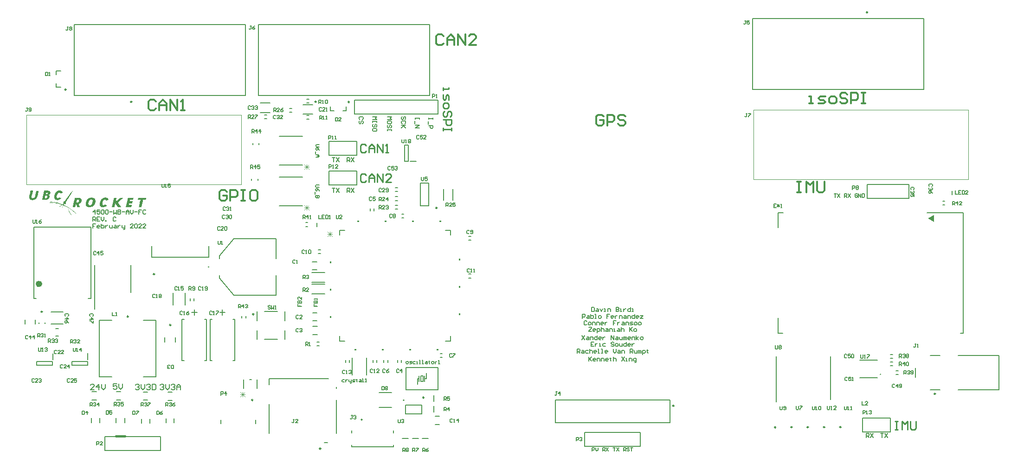
<source format=gto>
G04*
G04 #@! TF.GenerationSoftware,Altium Limited,Altium Designer,22.1.2 (22)*
G04*
G04 Layer_Color=65535*
%FSLAX25Y25*%
%MOIN*%
G70*
G04*
G04 #@! TF.SameCoordinates,56094753-5DA1-4506-B589-AA1800A80C84*
G04*
G04*
G04 #@! TF.FilePolarity,Positive*
G04*
G01*
G75*
%ADD10C,0.00984*%
%ADD11C,0.00787*%
%ADD12C,0.02362*%
%ADD13C,0.00600*%
%ADD14C,0.01575*%
%ADD15C,0.00394*%
%ADD16C,0.00500*%
%ADD17C,0.01400*%
%ADD18C,0.00300*%
%ADD19C,0.01000*%
%ADD20C,0.00800*%
G36*
X-7686Y170416D02*
X-7604D01*
Y170334D01*
X-7686D01*
Y170253D01*
X-7767D01*
Y170334D01*
X-7849D01*
Y170416D01*
X-7767D01*
Y170498D01*
X-7686D01*
Y170416D01*
D02*
G37*
G36*
X12289Y169837D02*
X12370D01*
Y169755D01*
X12452D01*
Y169837D01*
X12534D01*
Y169755D01*
X12616D01*
Y169673D01*
X12698D01*
Y169755D01*
X12779D01*
Y169673D01*
X12861D01*
Y169592D01*
X13106D01*
Y169510D01*
X13188D01*
Y169428D01*
X13270D01*
Y169346D01*
X13352D01*
Y169264D01*
X13597D01*
Y169183D01*
X13515D01*
Y169101D01*
X13597D01*
Y169019D01*
X13679D01*
Y168937D01*
X13761D01*
Y168856D01*
X13842D01*
Y168774D01*
Y168692D01*
Y168610D01*
X13924D01*
Y168528D01*
Y168447D01*
Y168365D01*
X14006D01*
Y168283D01*
Y168201D01*
Y168120D01*
X13924D01*
Y168201D01*
X13842D01*
Y168120D01*
X13761D01*
Y168038D01*
X13679D01*
Y168120D01*
X13597D01*
Y168038D01*
X13352D01*
Y167956D01*
X13270D01*
Y168038D01*
X13188D01*
Y167956D01*
X13106D01*
Y167874D01*
X12698D01*
Y167792D01*
X12452D01*
Y167711D01*
X12207D01*
Y167792D01*
Y167874D01*
Y167956D01*
X12125D01*
Y168038D01*
X12043D01*
Y168120D01*
X12125D01*
Y168201D01*
X11880D01*
Y168283D01*
X11798D01*
Y168365D01*
X11716D01*
Y168447D01*
X11635D01*
Y168365D01*
X11553D01*
Y168447D01*
X11471D01*
Y168365D01*
X11389D01*
Y168447D01*
X11307D01*
Y168365D01*
X11062D01*
Y168283D01*
X10980D01*
Y168201D01*
X10735D01*
Y168120D01*
X10817D01*
Y168038D01*
X10571D01*
Y167956D01*
X10653D01*
Y167874D01*
X10490D01*
Y167792D01*
Y167711D01*
X10408D01*
Y167629D01*
X10326D01*
Y167547D01*
X10244D01*
Y167465D01*
Y167384D01*
Y167302D01*
X10163D01*
Y167220D01*
X10081D01*
Y167138D01*
X10163D01*
Y167057D01*
X10081D01*
Y166975D01*
X9999D01*
Y166893D01*
Y166811D01*
Y166729D01*
X9917D01*
Y166648D01*
X9999D01*
Y166566D01*
X9917D01*
Y166484D01*
X9835D01*
Y166402D01*
X9917D01*
Y166321D01*
X9835D01*
Y166239D01*
X9754D01*
Y166157D01*
X9835D01*
Y166075D01*
X9754D01*
Y165993D01*
X9835D01*
Y165912D01*
X9754D01*
Y165830D01*
X9835D01*
Y165748D01*
X9754D01*
Y165666D01*
X9835D01*
Y165585D01*
X9754D01*
Y165503D01*
X9835D01*
Y165421D01*
X9754D01*
Y165339D01*
X9835D01*
Y165257D01*
X9754D01*
Y165176D01*
X9835D01*
Y165094D01*
X9754D01*
Y165012D01*
X9835D01*
Y164930D01*
X9754D01*
Y164848D01*
X9835D01*
Y164767D01*
X9917D01*
Y164685D01*
X9999D01*
Y164603D01*
X10081D01*
Y164521D01*
X10326D01*
Y164440D01*
X10408D01*
Y164358D01*
X10490D01*
Y164440D01*
X10408D01*
Y164521D01*
X10490D01*
Y164440D01*
X10571D01*
Y164358D01*
X10653D01*
Y164440D01*
X10735D01*
Y164521D01*
X10980D01*
Y164603D01*
X11062D01*
Y164521D01*
X11144D01*
Y164603D01*
X11062D01*
Y164685D01*
X11307D01*
Y164767D01*
X11226D01*
Y164848D01*
X11471D01*
Y164930D01*
X11389D01*
Y165012D01*
X11471D01*
Y164930D01*
X11553D01*
Y164848D01*
X11635D01*
Y164930D01*
X11553D01*
Y165012D01*
X11635D01*
Y164930D01*
X11716D01*
Y164848D01*
X11798D01*
Y164767D01*
X11880D01*
Y164685D01*
X11962D01*
Y164767D01*
X11880D01*
Y164848D01*
X11962D01*
Y164767D01*
X12043D01*
Y164685D01*
X12125D01*
Y164603D01*
X12207D01*
Y164685D01*
X12289D01*
Y164603D01*
X12370D01*
Y164521D01*
X12616D01*
Y164440D01*
X12698D01*
Y164358D01*
X12779D01*
Y164440D01*
X12861D01*
Y164358D01*
X12943D01*
Y164276D01*
X12861D01*
Y164194D01*
X12779D01*
Y164113D01*
X12698D01*
Y164031D01*
X12616D01*
Y163949D01*
X12534D01*
Y163867D01*
X12452D01*
Y163785D01*
X12207D01*
Y163704D01*
X12289D01*
Y163622D01*
X12043D01*
Y163540D01*
X11962D01*
Y163458D01*
X11880D01*
Y163377D01*
X11798D01*
Y163458D01*
X11716D01*
Y163377D01*
X11798D01*
Y163295D01*
X11716D01*
Y163377D01*
X11635D01*
Y163295D01*
X11389D01*
Y163213D01*
X11471D01*
Y163131D01*
X11389D01*
Y163213D01*
X11307D01*
Y163131D01*
X10898D01*
Y163049D01*
X10980D01*
Y162968D01*
X10898D01*
Y163049D01*
X10653D01*
Y162968D01*
X10571D01*
Y163049D01*
X10490D01*
Y162968D01*
X10244D01*
Y163049D01*
X10163D01*
Y162968D01*
X9917D01*
Y163049D01*
X9835D01*
Y162968D01*
X9754D01*
Y163049D01*
X9672D01*
Y162968D01*
X9590D01*
Y163049D01*
X9508D01*
Y163131D01*
X9099D01*
Y163213D01*
X9018D01*
Y163295D01*
X8772D01*
Y163377D01*
X8691D01*
Y163458D01*
X8609D01*
Y163540D01*
X8527D01*
Y163622D01*
X8445D01*
Y163704D01*
X8364D01*
Y163785D01*
X8282D01*
Y163867D01*
Y163949D01*
Y164031D01*
X8200D01*
Y164113D01*
X8118D01*
Y164194D01*
Y164276D01*
Y164358D01*
X8036D01*
Y164440D01*
Y164521D01*
Y164603D01*
X7955D01*
Y164685D01*
X8036D01*
Y164767D01*
X7955D01*
Y164848D01*
Y164930D01*
Y165012D01*
Y165094D01*
Y165176D01*
Y165257D01*
Y165339D01*
Y165421D01*
Y165503D01*
Y165585D01*
Y165666D01*
X8036D01*
Y165748D01*
X7955D01*
Y165830D01*
X8036D01*
Y165912D01*
X7955D01*
Y165993D01*
X8036D01*
Y166075D01*
X7955D01*
Y166157D01*
X8036D01*
Y166239D01*
X7955D01*
Y166321D01*
X8118D01*
Y166402D01*
Y166484D01*
X8200D01*
Y166566D01*
X8118D01*
Y166648D01*
X8200D01*
Y166729D01*
X8118D01*
Y166811D01*
X8200D01*
Y166893D01*
X8282D01*
Y166975D01*
X8364D01*
Y167057D01*
X8282D01*
Y167138D01*
X8364D01*
Y167220D01*
X8282D01*
Y167302D01*
X8364D01*
Y167384D01*
X8445D01*
Y167465D01*
X8527D01*
Y167547D01*
X8445D01*
Y167629D01*
X8527D01*
Y167711D01*
X8609D01*
Y167792D01*
X8691D01*
Y167874D01*
X8609D01*
Y167956D01*
X8691D01*
Y168038D01*
X8772D01*
Y168120D01*
X8854D01*
Y168201D01*
Y168283D01*
X9018D01*
Y168365D01*
X8936D01*
Y168447D01*
X9018D01*
Y168528D01*
X9099D01*
Y168610D01*
X9181D01*
Y168692D01*
X9263D01*
Y168774D01*
X9345D01*
Y168856D01*
X9426D01*
Y168937D01*
X9508D01*
Y169019D01*
X9590D01*
Y168937D01*
X9672D01*
Y169019D01*
X9590D01*
Y169101D01*
X9672D01*
Y169183D01*
X9754D01*
Y169101D01*
X9835D01*
Y169183D01*
X9754D01*
Y169264D01*
X9999D01*
Y169346D01*
X10081D01*
Y169428D01*
X10326D01*
Y169510D01*
X10408D01*
Y169592D01*
X10653D01*
Y169673D01*
X10735D01*
Y169592D01*
X10817D01*
Y169673D01*
X10735D01*
Y169755D01*
X10817D01*
Y169673D01*
X10898D01*
Y169755D01*
X11144D01*
Y169837D01*
X11226D01*
Y169755D01*
X11307D01*
Y169837D01*
X11389D01*
Y169755D01*
X11471D01*
Y169837D01*
X11553D01*
Y169919D01*
X11635D01*
Y169837D01*
X11716D01*
Y169755D01*
X11798D01*
Y169837D01*
X11716D01*
Y169919D01*
X11798D01*
Y169837D01*
X11880D01*
Y169919D01*
X11962D01*
Y169837D01*
X12043D01*
Y169755D01*
X12125D01*
Y169837D01*
X12043D01*
Y169919D01*
X12125D01*
Y169837D01*
X12207D01*
Y169755D01*
X12289D01*
Y169837D01*
X12207D01*
Y169919D01*
X12289D01*
Y169837D01*
D02*
G37*
G36*
X-3249Y169673D02*
X-3167D01*
Y169592D01*
X-3085D01*
Y169510D01*
X-3167D01*
Y169428D01*
X-3249D01*
Y169346D01*
Y169264D01*
Y169183D01*
X-3331D01*
Y169101D01*
X-3249D01*
Y169019D01*
X-3331D01*
Y168937D01*
X-3249D01*
Y168856D01*
X-3331D01*
Y168774D01*
X-3412D01*
Y168692D01*
X-3494D01*
Y168610D01*
X-3412D01*
Y168528D01*
X-3494D01*
Y168447D01*
X-3412D01*
Y168365D01*
X-3494D01*
Y168283D01*
X-3412D01*
Y168201D01*
X-3494D01*
Y168120D01*
X-3576D01*
Y168038D01*
X-3494D01*
Y167956D01*
X-3576D01*
Y167874D01*
X-3658D01*
Y167792D01*
X-3576D01*
Y167711D01*
X-3658D01*
Y167629D01*
X-3576D01*
Y167547D01*
X-3658D01*
Y167465D01*
X-3740D01*
Y167384D01*
X-3658D01*
Y167302D01*
X-3740D01*
Y167384D01*
X-3821D01*
Y167302D01*
X-3740D01*
Y167220D01*
X-3821D01*
Y167138D01*
X-3740D01*
Y167057D01*
X-3821D01*
Y166975D01*
X-3740D01*
Y166893D01*
X-3821D01*
Y166811D01*
Y166729D01*
Y166648D01*
X-3903D01*
Y166566D01*
X-3985D01*
Y166484D01*
X-3903D01*
Y166402D01*
X-3985D01*
Y166321D01*
X-3903D01*
Y166239D01*
X-3985D01*
Y166157D01*
X-4067D01*
Y166075D01*
Y165993D01*
Y165912D01*
Y165830D01*
Y165748D01*
X-4148D01*
Y165666D01*
Y165585D01*
Y165503D01*
X-4230D01*
Y165421D01*
X-4312D01*
Y165339D01*
X-4230D01*
Y165257D01*
X-4312D01*
Y165176D01*
X-4394D01*
Y165094D01*
X-4476D01*
Y165012D01*
X-4394D01*
Y164930D01*
X-4476D01*
Y164848D01*
X-4557D01*
Y164767D01*
X-4639D01*
Y164685D01*
X-4557D01*
Y164603D01*
X-4721D01*
Y164521D01*
Y164440D01*
X-4803D01*
Y164358D01*
X-4884D01*
Y164276D01*
X-4966D01*
Y164194D01*
X-5048D01*
Y164113D01*
X-5130D01*
Y164031D01*
X-5212D01*
Y163949D01*
X-5293D01*
Y163867D01*
X-5375D01*
Y163785D01*
X-5457D01*
Y163704D01*
X-5539D01*
Y163622D01*
X-5784D01*
Y163540D01*
X-5866D01*
Y163458D01*
X-5948D01*
Y163377D01*
X-6029D01*
Y163458D01*
X-6111D01*
Y163377D01*
X-6029D01*
Y163295D01*
X-6111D01*
Y163377D01*
X-6193D01*
Y163295D01*
X-6275D01*
Y163213D01*
X-6356D01*
Y163295D01*
X-6438D01*
Y163213D01*
X-6520D01*
Y163131D01*
X-6602D01*
Y163213D01*
X-6684D01*
Y163131D01*
X-6929D01*
Y163049D01*
X-7011D01*
Y163131D01*
X-7092D01*
Y163049D01*
X-7011D01*
Y162968D01*
X-7092D01*
Y163049D01*
X-7174D01*
Y162968D01*
X-7256D01*
Y163049D01*
X-7338D01*
Y162968D01*
X-7419D01*
Y163049D01*
X-7501D01*
Y162968D01*
X-7747D01*
Y163049D01*
X-7828D01*
Y162968D01*
X-8074D01*
Y163049D01*
X-8155D01*
Y162968D01*
X-8237D01*
Y163049D01*
X-8319D01*
Y163131D01*
X-8401D01*
Y163049D01*
X-8319D01*
Y162968D01*
X-8401D01*
Y163049D01*
X-8483D01*
Y163131D01*
X-8891D01*
Y163213D01*
X-8973D01*
Y163295D01*
X-9218D01*
Y163377D01*
X-9300D01*
Y163458D01*
X-9382D01*
Y163540D01*
X-9464D01*
Y163622D01*
X-9546D01*
Y163704D01*
X-9627D01*
Y163785D01*
X-9709D01*
Y163867D01*
X-9791D01*
Y163949D01*
X-9873D01*
Y164031D01*
X-9791D01*
Y164113D01*
X-9873D01*
Y164194D01*
X-9955D01*
Y164276D01*
X-10036D01*
Y164358D01*
X-9955D01*
Y164440D01*
X-10036D01*
Y164521D01*
X-9955D01*
Y164603D01*
X-10036D01*
Y164685D01*
X-9955D01*
Y164767D01*
X-10036D01*
Y164848D01*
X-10118D01*
Y164930D01*
X-10036D01*
Y165012D01*
X-10118D01*
Y165094D01*
X-10036D01*
Y165176D01*
X-10118D01*
Y165257D01*
X-10036D01*
Y165339D01*
X-10118D01*
Y165421D01*
X-10036D01*
Y165503D01*
X-10118D01*
Y165585D01*
X-10036D01*
Y165666D01*
X-9955D01*
Y165748D01*
X-10036D01*
Y165830D01*
X-9955D01*
Y165912D01*
X-10036D01*
Y165993D01*
X-9955D01*
Y166075D01*
X-10036D01*
Y166157D01*
X-9955D01*
Y166239D01*
X-10036D01*
Y166321D01*
X-9955D01*
Y166402D01*
X-9873D01*
Y166484D01*
X-9791D01*
Y166566D01*
X-9873D01*
Y166648D01*
X-9791D01*
Y166729D01*
X-9873D01*
Y166811D01*
X-9791D01*
Y166893D01*
Y166975D01*
Y167057D01*
X-9709D01*
Y166975D01*
X-9627D01*
Y167057D01*
X-9709D01*
Y167138D01*
Y167220D01*
Y167302D01*
X-9627D01*
Y167384D01*
X-9709D01*
Y167465D01*
X-9627D01*
Y167547D01*
X-9709D01*
Y167629D01*
X-9627D01*
Y167711D01*
X-9546D01*
Y167792D01*
Y167874D01*
Y167956D01*
X-9464D01*
Y168038D01*
X-9546D01*
Y168120D01*
X-9464D01*
Y168201D01*
Y168283D01*
Y168365D01*
X-9382D01*
Y168447D01*
Y168528D01*
Y168610D01*
X-9300D01*
Y168692D01*
X-9382D01*
Y168774D01*
X-9300D01*
Y168856D01*
Y168937D01*
Y169019D01*
X-9218D01*
Y169101D01*
Y169183D01*
Y169264D01*
X-9137D01*
Y169346D01*
X-9218D01*
Y169428D01*
X-9137D01*
Y169510D01*
Y169592D01*
Y169673D01*
X-9055D01*
Y169592D01*
X-8973D01*
Y169673D01*
X-9055D01*
Y169755D01*
X-8973D01*
Y169673D01*
X-8891D01*
Y169592D01*
X-8810D01*
Y169673D01*
X-8891D01*
Y169755D01*
X-8810D01*
Y169673D01*
X-8728D01*
Y169592D01*
X-8646D01*
Y169673D01*
X-8728D01*
Y169755D01*
X-8646D01*
Y169673D01*
X-8564D01*
Y169755D01*
X-8483D01*
Y169673D01*
X-8401D01*
Y169592D01*
X-8319D01*
Y169673D01*
X-8401D01*
Y169755D01*
X-8319D01*
Y169673D01*
X-8237D01*
Y169592D01*
X-8155D01*
Y169673D01*
X-8237D01*
Y169755D01*
X-8155D01*
Y169673D01*
X-8074D01*
Y169592D01*
X-7992D01*
Y169673D01*
X-8074D01*
Y169755D01*
X-7992D01*
Y169673D01*
X-7910D01*
Y169755D01*
X-7828D01*
Y169673D01*
X-7747D01*
Y169592D01*
X-7665D01*
Y169673D01*
X-7747D01*
Y169755D01*
X-7665D01*
Y169673D01*
X-7583D01*
Y169592D01*
X-7501D01*
Y169673D01*
X-7583D01*
Y169755D01*
X-7501D01*
Y169673D01*
X-7419D01*
Y169592D01*
X-7338D01*
Y169510D01*
X-7419D01*
Y169428D01*
X-7338D01*
Y169346D01*
X-7419D01*
Y169264D01*
X-7338D01*
Y169183D01*
X-7419D01*
Y169101D01*
X-7501D01*
Y169019D01*
X-7419D01*
Y168937D01*
X-7501D01*
Y168856D01*
X-7583D01*
Y168774D01*
X-7501D01*
Y168692D01*
X-7583D01*
Y168610D01*
X-7501D01*
Y168528D01*
X-7583D01*
Y168447D01*
X-7665D01*
Y168365D01*
X-7747D01*
Y168283D01*
X-7665D01*
Y168201D01*
X-7747D01*
Y168120D01*
X-7665D01*
Y168038D01*
X-7747D01*
Y167956D01*
X-7665D01*
Y167874D01*
X-7747D01*
Y167792D01*
Y167711D01*
Y167629D01*
X-7828D01*
Y167547D01*
X-7910D01*
Y167465D01*
X-7828D01*
Y167384D01*
X-7910D01*
Y167302D01*
X-7828D01*
Y167220D01*
X-7910D01*
Y167138D01*
X-7992D01*
Y167057D01*
Y166975D01*
Y166893D01*
Y166811D01*
Y166729D01*
X-8074D01*
Y166648D01*
X-7992D01*
Y166566D01*
X-8074D01*
Y166484D01*
Y166402D01*
Y166321D01*
X-8155D01*
Y166239D01*
X-8237D01*
Y166157D01*
X-8155D01*
Y166075D01*
X-8237D01*
Y165993D01*
X-8155D01*
Y165912D01*
X-8237D01*
Y165830D01*
Y165748D01*
Y165666D01*
Y165585D01*
Y165503D01*
X-8319D01*
Y165421D01*
Y165339D01*
Y165257D01*
X-8237D01*
Y165176D01*
X-8319D01*
Y165094D01*
X-8237D01*
Y165012D01*
Y164930D01*
Y164848D01*
X-8155D01*
Y164767D01*
X-8237D01*
Y164685D01*
X-8155D01*
Y164603D01*
X-8074D01*
Y164521D01*
X-7992D01*
Y164603D01*
X-8074D01*
Y164685D01*
X-7992D01*
Y164603D01*
X-7910D01*
Y164521D01*
X-7828D01*
Y164440D01*
X-7747D01*
Y164358D01*
X-7665D01*
Y164440D01*
X-7747D01*
Y164521D01*
X-7665D01*
Y164440D01*
X-7583D01*
Y164358D01*
X-7501D01*
Y164440D01*
X-7583D01*
Y164521D01*
X-7501D01*
Y164440D01*
X-7419D01*
Y164358D01*
X-7338D01*
Y164440D01*
X-7256D01*
Y164521D01*
X-7174D01*
Y164440D01*
X-7092D01*
Y164358D01*
X-7011D01*
Y164440D01*
X-7092D01*
Y164521D01*
X-7011D01*
Y164440D01*
X-6929D01*
Y164521D01*
X-6684D01*
Y164603D01*
X-6765D01*
Y164685D01*
X-6684D01*
Y164603D01*
X-6602D01*
Y164685D01*
X-6520D01*
Y164767D01*
X-6438D01*
Y164848D01*
X-6356D01*
Y164930D01*
X-6438D01*
Y165012D01*
X-6356D01*
Y164930D01*
X-6275D01*
Y165012D01*
X-6193D01*
Y165094D01*
X-6275D01*
Y165176D01*
X-6193D01*
Y165257D01*
X-6111D01*
Y165339D01*
X-6029D01*
Y165421D01*
X-6111D01*
Y165503D01*
X-6029D01*
Y165585D01*
X-5948D01*
Y165666D01*
X-5866D01*
Y165748D01*
X-5948D01*
Y165830D01*
X-5866D01*
Y165912D01*
Y165993D01*
Y166075D01*
X-5784D01*
Y165993D01*
X-5702D01*
Y166075D01*
X-5784D01*
Y166157D01*
Y166239D01*
Y166321D01*
X-5702D01*
Y166402D01*
X-5784D01*
Y166484D01*
X-5702D01*
Y166566D01*
X-5784D01*
Y166648D01*
X-5702D01*
Y166729D01*
X-5620D01*
Y166811D01*
Y166893D01*
Y166975D01*
X-5539D01*
Y167057D01*
X-5620D01*
Y167138D01*
X-5539D01*
Y167220D01*
Y167302D01*
Y167384D01*
X-5457D01*
Y167465D01*
Y167547D01*
Y167629D01*
X-5375D01*
Y167711D01*
X-5457D01*
Y167792D01*
X-5375D01*
Y167874D01*
X-5457D01*
Y167956D01*
X-5375D01*
Y168038D01*
X-5293D01*
Y168120D01*
Y168201D01*
Y168283D01*
X-5212D01*
Y168365D01*
X-5293D01*
Y168447D01*
X-5212D01*
Y168528D01*
Y168610D01*
Y168692D01*
X-5130D01*
Y168774D01*
Y168856D01*
Y168937D01*
X-5048D01*
Y169019D01*
X-5130D01*
Y169101D01*
X-5048D01*
Y169183D01*
X-5130D01*
Y169264D01*
X-5048D01*
Y169346D01*
X-4966D01*
Y169428D01*
X-5048D01*
Y169510D01*
X-4966D01*
Y169592D01*
X-4884D01*
Y169673D01*
X-4966D01*
Y169755D01*
X-4884D01*
Y169673D01*
X-4803D01*
Y169592D01*
X-4721D01*
Y169673D01*
X-4803D01*
Y169755D01*
X-4721D01*
Y169673D01*
X-4639D01*
Y169755D01*
X-4557D01*
Y169673D01*
X-4476D01*
Y169592D01*
X-4394D01*
Y169673D01*
X-4476D01*
Y169755D01*
X-4394D01*
Y169673D01*
X-4312D01*
Y169592D01*
X-4230D01*
Y169673D01*
X-4312D01*
Y169755D01*
X-4230D01*
Y169673D01*
X-4148D01*
Y169592D01*
X-4067D01*
Y169673D01*
X-4148D01*
Y169755D01*
X-4067D01*
Y169673D01*
X-3985D01*
Y169755D01*
X-3903D01*
Y169673D01*
X-3821D01*
Y169592D01*
X-3740D01*
Y169673D01*
X-3821D01*
Y169755D01*
X-3740D01*
Y169673D01*
X-3658D01*
Y169592D01*
X-3576D01*
Y169673D01*
X-3658D01*
Y169755D01*
X-3576D01*
Y169673D01*
X-3494D01*
Y169592D01*
X-3412D01*
Y169673D01*
X-3494D01*
Y169755D01*
X-3412D01*
Y169673D01*
X-3331D01*
Y169755D01*
X-3249D01*
Y169673D01*
D02*
G37*
G36*
X3620D02*
X3702D01*
Y169592D01*
X3784D01*
Y169673D01*
X3866D01*
Y169592D01*
X4275D01*
Y169510D01*
X4356D01*
Y169428D01*
X4602D01*
Y169346D01*
X4684D01*
Y169264D01*
X4765D01*
Y169183D01*
X4847D01*
Y169101D01*
X4929D01*
Y169019D01*
Y168937D01*
X5092D01*
Y168856D01*
X5011D01*
Y168774D01*
X5092D01*
Y168692D01*
X5011D01*
Y168610D01*
X5174D01*
Y168528D01*
Y168447D01*
Y168365D01*
Y168283D01*
Y168201D01*
Y168120D01*
Y168038D01*
Y167956D01*
Y167874D01*
Y167792D01*
X5092D01*
Y167711D01*
X5011D01*
Y167629D01*
X5092D01*
Y167547D01*
X5011D01*
Y167465D01*
X4929D01*
Y167384D01*
X4847D01*
Y167302D01*
X4929D01*
Y167220D01*
X4847D01*
Y167138D01*
X4765D01*
Y167057D01*
X4684D01*
Y166975D01*
X4602D01*
Y166893D01*
X4356D01*
Y166811D01*
X4275D01*
Y166729D01*
X4029D01*
Y166648D01*
X3948D01*
Y166566D01*
X3866D01*
Y166484D01*
X4111D01*
Y166402D01*
X4193D01*
Y166321D01*
X4275D01*
Y166239D01*
X4356D01*
Y166157D01*
X4438D01*
Y166075D01*
X4520D01*
Y165993D01*
X4602D01*
Y165912D01*
X4520D01*
Y165830D01*
X4602D01*
Y165748D01*
X4684D01*
Y165666D01*
X4765D01*
Y165585D01*
X4684D01*
Y165666D01*
X4602D01*
Y165585D01*
X4684D01*
Y165503D01*
X4602D01*
Y165421D01*
X4684D01*
Y165339D01*
X4602D01*
Y165257D01*
X4520D01*
Y165176D01*
X4602D01*
Y165094D01*
X4520D01*
Y165012D01*
X4602D01*
Y164930D01*
X4520D01*
Y164848D01*
X4438D01*
Y164767D01*
X4356D01*
Y164685D01*
X4438D01*
Y164603D01*
X4356D01*
Y164521D01*
X4275D01*
Y164440D01*
X4193D01*
Y164358D01*
X4275D01*
Y164276D01*
X4193D01*
Y164194D01*
X4111D01*
Y164113D01*
X4029D01*
Y164031D01*
X3948D01*
Y163949D01*
X3866D01*
Y163867D01*
X3784D01*
Y163785D01*
X3539D01*
Y163704D01*
X3457D01*
Y163622D01*
X3375D01*
Y163540D01*
X3293D01*
Y163622D01*
X3212D01*
Y163540D01*
X3293D01*
Y163458D01*
X3212D01*
Y163540D01*
X3130D01*
Y163458D01*
X3048D01*
Y163377D01*
X2966D01*
Y163458D01*
X2884D01*
Y163377D01*
X2966D01*
Y163295D01*
X2884D01*
Y163377D01*
X2803D01*
Y163295D01*
X2557D01*
Y163213D01*
X2475D01*
Y163295D01*
X2394D01*
Y163213D01*
X2312D01*
Y163295D01*
X2230D01*
Y163213D01*
X2312D01*
Y163131D01*
X2230D01*
Y163213D01*
X2148D01*
Y163131D01*
X2067D01*
Y163213D01*
X1985D01*
Y163131D01*
X1903D01*
Y163213D01*
X1821D01*
Y163131D01*
X1740D01*
Y163213D01*
X1658D01*
Y163131D01*
X1576D01*
Y163213D01*
X1494D01*
Y163131D01*
X1249D01*
Y163213D01*
X1167D01*
Y163131D01*
X922D01*
Y163213D01*
X840D01*
Y163131D01*
X595D01*
Y163213D01*
X513D01*
Y163131D01*
X431D01*
Y163213D01*
X349D01*
Y163131D01*
X268D01*
Y163213D01*
X186D01*
Y163131D01*
X-60D01*
Y163213D01*
X-141D01*
Y163131D01*
X-387D01*
Y163213D01*
X-468D01*
Y163131D01*
X-714D01*
Y163213D01*
X-795D01*
Y163295D01*
X-877D01*
Y163377D01*
X-795D01*
Y163458D01*
X-714D01*
Y163540D01*
X-795D01*
Y163622D01*
X-714D01*
Y163704D01*
X-632D01*
Y163785D01*
X-714D01*
Y163867D01*
X-632D01*
Y163949D01*
X-714D01*
Y164031D01*
X-632D01*
Y164113D01*
Y164194D01*
Y164276D01*
X-550D01*
Y164358D01*
X-468D01*
Y164440D01*
X-550D01*
Y164521D01*
X-468D01*
Y164603D01*
X-550D01*
Y164685D01*
X-468D01*
Y164767D01*
Y164848D01*
Y164930D01*
X-387D01*
Y165012D01*
Y165094D01*
Y165176D01*
X-305D01*
Y165257D01*
X-387D01*
Y165339D01*
X-305D01*
Y165421D01*
Y165503D01*
Y165585D01*
X-223D01*
Y165666D01*
Y165748D01*
Y165830D01*
X-141D01*
Y165912D01*
X-223D01*
Y165993D01*
X-141D01*
Y166075D01*
Y166157D01*
Y166239D01*
X-60D01*
Y166321D01*
Y166402D01*
Y166484D01*
X22D01*
Y166566D01*
X-60D01*
Y166648D01*
X22D01*
Y166729D01*
Y166811D01*
Y166893D01*
X104D01*
Y166975D01*
X186D01*
Y167057D01*
X104D01*
Y167138D01*
X186D01*
Y167220D01*
X104D01*
Y167302D01*
X186D01*
Y167384D01*
Y167465D01*
Y167547D01*
X104D01*
Y167629D01*
X186D01*
Y167547D01*
X268D01*
Y167629D01*
Y167711D01*
Y167792D01*
X349D01*
Y167874D01*
X268D01*
Y167956D01*
X349D01*
Y168038D01*
X268D01*
Y168120D01*
X349D01*
Y168201D01*
X431D01*
Y168283D01*
X349D01*
Y168365D01*
X431D01*
Y168447D01*
X513D01*
Y168528D01*
X431D01*
Y168610D01*
X513D01*
Y168692D01*
X431D01*
Y168774D01*
X513D01*
Y168856D01*
X431D01*
Y168937D01*
X513D01*
Y169019D01*
X595D01*
Y169101D01*
X676D01*
Y169183D01*
X595D01*
Y169264D01*
X676D01*
Y169346D01*
X595D01*
Y169428D01*
X676D01*
Y169510D01*
Y169592D01*
Y169673D01*
X758D01*
Y169592D01*
X840D01*
Y169673D01*
X758D01*
Y169755D01*
X840D01*
Y169673D01*
X922D01*
Y169592D01*
X1004D01*
Y169673D01*
X922D01*
Y169755D01*
X1004D01*
Y169673D01*
X1085D01*
Y169592D01*
X1167D01*
Y169673D01*
X1085D01*
Y169755D01*
X1167D01*
Y169673D01*
X1249D01*
Y169755D01*
X1331D01*
Y169673D01*
X1412D01*
Y169592D01*
X1494D01*
Y169673D01*
X1412D01*
Y169755D01*
X1494D01*
Y169673D01*
X1576D01*
Y169592D01*
X1658D01*
Y169673D01*
X1576D01*
Y169755D01*
X1658D01*
Y169673D01*
X1740D01*
Y169592D01*
X1821D01*
Y169673D01*
X1740D01*
Y169755D01*
X1821D01*
Y169673D01*
X1903D01*
Y169755D01*
X1985D01*
Y169673D01*
X2067D01*
Y169592D01*
X2148D01*
Y169673D01*
X2067D01*
Y169755D01*
X2148D01*
Y169673D01*
X2230D01*
Y169592D01*
X2312D01*
Y169673D01*
X2230D01*
Y169755D01*
X2312D01*
Y169673D01*
X2394D01*
Y169592D01*
X2475D01*
Y169673D01*
X2394D01*
Y169755D01*
X2475D01*
Y169673D01*
X2557D01*
Y169755D01*
X2639D01*
Y169673D01*
X2721D01*
Y169592D01*
X2803D01*
Y169673D01*
X2721D01*
Y169755D01*
X2803D01*
Y169673D01*
X2884D01*
Y169592D01*
X2966D01*
Y169673D01*
X2884D01*
Y169755D01*
X2966D01*
Y169673D01*
X3048D01*
Y169592D01*
X3130D01*
Y169673D01*
X3048D01*
Y169755D01*
X3130D01*
Y169673D01*
X3212D01*
Y169755D01*
X3293D01*
Y169673D01*
X3375D01*
Y169592D01*
X3457D01*
Y169673D01*
X3375D01*
Y169755D01*
X3457D01*
Y169673D01*
X3539D01*
Y169592D01*
X3620D01*
Y169673D01*
X3539D01*
Y169755D01*
X3620D01*
Y169673D01*
D02*
G37*
G36*
X21039Y169592D02*
X21121D01*
Y169510D01*
X21039D01*
Y169428D01*
X21121D01*
Y169346D01*
X21039D01*
Y169264D01*
X20957D01*
Y169183D01*
X20875D01*
Y169101D01*
X20957D01*
Y169019D01*
X20875D01*
Y168937D01*
X20794D01*
Y168856D01*
X20712D01*
Y168774D01*
Y168692D01*
Y168610D01*
X20630D01*
Y168528D01*
X20548D01*
Y168447D01*
X20630D01*
Y168365D01*
X20385D01*
Y168283D01*
X20466D01*
Y168201D01*
X20385D01*
Y168120D01*
X20303D01*
Y168038D01*
Y167956D01*
Y167874D01*
X20221D01*
Y167792D01*
X20139D01*
Y167711D01*
X20057D01*
Y167629D01*
X20139D01*
Y167547D01*
X20057D01*
Y167465D01*
X19976D01*
Y167384D01*
X19894D01*
Y167302D01*
X19976D01*
Y167220D01*
X19894D01*
Y167138D01*
X19812D01*
Y167057D01*
X19730D01*
Y166975D01*
X19812D01*
Y166893D01*
X19649D01*
Y166811D01*
Y166729D01*
X19567D01*
Y166648D01*
Y166566D01*
X19485D01*
Y166484D01*
Y166402D01*
X19403D01*
Y166321D01*
X19321D01*
Y166239D01*
X19240D01*
Y166157D01*
X19321D01*
Y166075D01*
X19240D01*
Y165993D01*
X19158D01*
Y165912D01*
X19076D01*
Y165830D01*
Y165748D01*
X18994D01*
Y165666D01*
Y165585D01*
X18913D01*
Y165503D01*
X18831D01*
Y165421D01*
X18749D01*
Y165339D01*
X18831D01*
Y165257D01*
X18749D01*
Y165176D01*
X18667D01*
Y165094D01*
X18586D01*
Y165012D01*
Y164930D01*
X18504D01*
Y164848D01*
Y164767D01*
X18422D01*
Y164685D01*
X18340D01*
Y164603D01*
X18258D01*
Y164521D01*
X18340D01*
Y164440D01*
X18177D01*
Y164358D01*
Y164276D01*
X18095D01*
Y164194D01*
X18013D01*
Y164113D01*
X17931D01*
Y164031D01*
X18013D01*
Y163949D01*
X17931D01*
Y163867D01*
X17850D01*
Y163785D01*
X17768D01*
Y163704D01*
X17850D01*
Y163622D01*
X17768D01*
Y163704D01*
X17686D01*
Y163622D01*
X17604D01*
Y163540D01*
X17686D01*
Y163458D01*
X17604D01*
Y163377D01*
X17523D01*
Y163458D01*
X17441D01*
Y163377D01*
X17523D01*
Y163295D01*
X17441D01*
Y163213D01*
X17359D01*
Y163131D01*
X17277D01*
Y163049D01*
X17359D01*
Y162968D01*
X17277D01*
Y162886D01*
X17195D01*
Y162804D01*
X17114D01*
Y162722D01*
Y162641D01*
X16950D01*
Y162559D01*
X17032D01*
Y162477D01*
X16950D01*
Y162395D01*
X16868D01*
Y162313D01*
X16786D01*
Y162232D01*
X16705D01*
Y162150D01*
X16623D01*
Y162068D01*
X16705D01*
Y161986D01*
X16623D01*
Y161905D01*
X16541D01*
Y161823D01*
X16459D01*
Y161741D01*
X16541D01*
Y161659D01*
X16459D01*
Y161741D01*
X16378D01*
Y161659D01*
X16296D01*
Y161577D01*
X16378D01*
Y161496D01*
X16296D01*
Y161414D01*
X16378D01*
Y161332D01*
X16296D01*
Y161250D01*
X16378D01*
Y161169D01*
X16296D01*
Y161087D01*
X16378D01*
Y161005D01*
X16296D01*
Y160923D01*
X16378D01*
Y160842D01*
X16296D01*
Y160760D01*
X16378D01*
Y160678D01*
X16296D01*
Y160596D01*
X16378D01*
Y160514D01*
X16296D01*
Y160596D01*
X16214D01*
Y160514D01*
X16296D01*
Y160433D01*
X16214D01*
Y160351D01*
X16132D01*
Y160269D01*
X16214D01*
Y160187D01*
X16132D01*
Y160106D01*
X16050D01*
Y160024D01*
X15969D01*
Y159942D01*
X16050D01*
Y159860D01*
X15969D01*
Y159778D01*
X15887D01*
Y159860D01*
X15805D01*
Y159942D01*
X15723D01*
Y160024D01*
X15642D01*
Y160106D01*
X15723D01*
Y160187D01*
X15642D01*
Y160269D01*
X15560D01*
Y160351D01*
X15315D01*
Y160269D01*
X15396D01*
Y160187D01*
X15151D01*
Y160106D01*
X15069D01*
Y160024D01*
X14987D01*
Y159942D01*
X15069D01*
Y159860D01*
X14987D01*
Y159778D01*
X14906D01*
Y159697D01*
X14824D01*
Y159615D01*
X14906D01*
Y159533D01*
X14824D01*
Y159451D01*
X14906D01*
Y159370D01*
X14987D01*
Y159288D01*
X15233D01*
Y159206D01*
X15315D01*
Y159124D01*
X15560D01*
Y159042D01*
X15642D01*
Y158961D01*
X15887D01*
Y158879D01*
X15969D01*
Y158797D01*
X16214D01*
Y158715D01*
X16296D01*
Y158633D01*
X16541D01*
Y158552D01*
X16623D01*
Y158470D01*
X16950D01*
Y158388D01*
Y158306D01*
X17195D01*
Y158225D01*
X17277D01*
Y158143D01*
X17359D01*
Y158061D01*
X17441D01*
Y158143D01*
X17523D01*
Y158061D01*
X17604D01*
Y157979D01*
X17686D01*
Y157897D01*
X17768D01*
Y157816D01*
X18013D01*
Y157734D01*
X18095D01*
Y157652D01*
X18340D01*
Y157570D01*
X18422D01*
Y157489D01*
X18504D01*
Y157407D01*
X18586D01*
Y157325D01*
X18831D01*
Y157243D01*
X18913D01*
Y157161D01*
X18994D01*
Y157080D01*
X19076D01*
Y156998D01*
X19158D01*
Y157080D01*
X19076D01*
Y157161D01*
X19158D01*
Y157080D01*
X19240D01*
Y156998D01*
X19321D01*
Y156916D01*
X19403D01*
Y156834D01*
X19649D01*
Y156753D01*
X19730D01*
Y156671D01*
X19812D01*
Y156589D01*
X19894D01*
Y156507D01*
X19976D01*
Y156425D01*
X20057D01*
Y156344D01*
X20303D01*
Y156262D01*
X20385D01*
Y156180D01*
X20466D01*
Y156098D01*
X20548D01*
Y156017D01*
X20630D01*
Y155935D01*
X20712D01*
Y155853D01*
X20957D01*
Y155771D01*
X21039D01*
Y155690D01*
X21121D01*
Y155608D01*
X21202D01*
Y155526D01*
X21284D01*
Y155444D01*
X21366D01*
Y155362D01*
X21448D01*
Y155281D01*
X21530D01*
Y155199D01*
X21775D01*
Y155117D01*
X21857D01*
Y155035D01*
X21938D01*
Y154954D01*
X22020D01*
Y154872D01*
X22102D01*
Y154790D01*
X22184D01*
Y154708D01*
X22265D01*
Y154626D01*
X22347D01*
Y154545D01*
X22429D01*
Y154463D01*
X22511D01*
Y154381D01*
X22593D01*
Y154299D01*
X22674D01*
Y154218D01*
X22756D01*
Y154136D01*
X22838D01*
Y154054D01*
X22920D01*
Y153972D01*
X23001D01*
Y153891D01*
X23083D01*
Y153809D01*
X23165D01*
Y153727D01*
X23247D01*
Y153645D01*
X23329D01*
Y153563D01*
X23410D01*
Y153482D01*
X23492D01*
Y153400D01*
X23574D01*
Y153318D01*
X23656D01*
Y153236D01*
X23738D01*
Y153155D01*
X23819D01*
Y153073D01*
X23901D01*
Y152991D01*
X23983D01*
Y152909D01*
X24065D01*
Y152827D01*
X24146D01*
Y152746D01*
X24228D01*
Y152664D01*
X24146D01*
Y152746D01*
X24065D01*
Y152827D01*
X23983D01*
Y152909D01*
X23901D01*
Y152991D01*
X23819D01*
Y153073D01*
X23738D01*
Y153155D01*
X23492D01*
Y153236D01*
X23574D01*
Y153318D01*
X23329D01*
Y153400D01*
Y153482D01*
X23165D01*
Y153563D01*
Y153645D01*
X23001D01*
Y153727D01*
X22920D01*
Y153809D01*
X22838D01*
Y153891D01*
X22756D01*
Y153972D01*
X22674D01*
Y154054D01*
X22593D01*
Y154136D01*
X22511D01*
Y154218D01*
X22429D01*
Y154299D01*
X22347D01*
Y154381D01*
X22265D01*
Y154463D01*
X22020D01*
Y154545D01*
X22102D01*
Y154626D01*
X21857D01*
Y154708D01*
X21775D01*
Y154790D01*
X21693D01*
Y154872D01*
X21611D01*
Y154954D01*
X21530D01*
Y155035D01*
X21448D01*
Y155117D01*
X21366D01*
Y155199D01*
X21284D01*
Y155281D01*
X21039D01*
Y155362D01*
X20957D01*
Y155444D01*
X20875D01*
Y155526D01*
X20794D01*
Y155608D01*
X20712D01*
Y155690D01*
X20630D01*
Y155771D01*
X20548D01*
Y155690D01*
X20630D01*
Y155608D01*
X20548D01*
Y155690D01*
X20466D01*
Y155771D01*
X20385D01*
Y155853D01*
X20303D01*
Y155935D01*
X20221D01*
Y156017D01*
X20139D01*
Y156098D01*
X19894D01*
Y156180D01*
X19812D01*
Y156262D01*
X19730D01*
Y156344D01*
X19649D01*
Y156425D01*
X19403D01*
Y156507D01*
X19321D01*
Y156589D01*
X19240D01*
Y156671D01*
X19158D01*
Y156753D01*
X18913D01*
Y156834D01*
X18831D01*
Y156916D01*
X18749D01*
Y156998D01*
X18667D01*
Y157080D01*
X18586D01*
Y156998D01*
X18667D01*
Y156916D01*
X18586D01*
Y156998D01*
X18504D01*
Y157080D01*
X18422D01*
Y157161D01*
X18340D01*
Y157243D01*
X18095D01*
Y157325D01*
X18013D01*
Y157407D01*
X17931D01*
Y157489D01*
X17850D01*
Y157570D01*
X17604D01*
Y157652D01*
X17523D01*
Y157734D01*
X17277D01*
Y157652D01*
X17359D01*
Y157570D01*
X17441D01*
Y157489D01*
X17523D01*
Y157407D01*
X17441D01*
Y157489D01*
X17359D01*
Y157570D01*
X17277D01*
Y157652D01*
X17195D01*
Y157734D01*
X17114D01*
Y157816D01*
X17195D01*
Y157897D01*
X16950D01*
Y157979D01*
X16868D01*
Y158061D01*
X16786D01*
Y158143D01*
X16705D01*
Y158061D01*
X16623D01*
Y158143D01*
X16541D01*
Y158225D01*
X16459D01*
Y158306D01*
X16378D01*
Y158388D01*
X16296D01*
Y158306D01*
X16378D01*
Y158225D01*
X16296D01*
Y158306D01*
X16214D01*
Y158388D01*
X16132D01*
Y158470D01*
X16050D01*
Y158388D01*
X15969D01*
Y158470D01*
X15887D01*
Y158552D01*
X15642D01*
Y158633D01*
X15560D01*
Y158715D01*
X15315D01*
Y158797D01*
X15233D01*
Y158879D01*
X14987D01*
Y158961D01*
X14906D01*
Y159042D01*
X14497D01*
Y158961D01*
X14579D01*
Y158879D01*
X14497D01*
Y158797D01*
X14415D01*
Y158715D01*
X14333D01*
Y158633D01*
X14415D01*
Y158552D01*
X14333D01*
Y158470D01*
X14251D01*
Y158388D01*
X14170D01*
Y158306D01*
Y158225D01*
Y158143D01*
X14088D01*
Y158061D01*
X14006D01*
Y157979D01*
X14088D01*
Y157897D01*
X14006D01*
Y157816D01*
X13924D01*
Y157897D01*
X13842D01*
Y157979D01*
X13924D01*
Y158061D01*
Y158143D01*
X14006D01*
Y158225D01*
Y158306D01*
X14088D01*
Y158388D01*
X14006D01*
Y158470D01*
X14088D01*
Y158552D01*
X14170D01*
Y158633D01*
Y158715D01*
Y158797D01*
X14251D01*
Y158879D01*
Y158961D01*
Y159042D01*
X14333D01*
Y159124D01*
X14415D01*
Y159206D01*
X14333D01*
Y159288D01*
X14251D01*
Y159206D01*
X14170D01*
Y159288D01*
X14088D01*
Y159370D01*
X13842D01*
Y159451D01*
X13761D01*
Y159533D01*
X13679D01*
Y159451D01*
X13761D01*
Y159370D01*
X13679D01*
Y159451D01*
X13597D01*
Y159533D01*
X13515D01*
Y159451D01*
X13597D01*
Y159370D01*
X13352D01*
Y159288D01*
X13434D01*
Y159206D01*
X13352D01*
Y159288D01*
X13270D01*
Y159206D01*
X13188D01*
Y159124D01*
X13106D01*
Y159042D01*
X12861D01*
Y158961D01*
X12779D01*
Y158879D01*
X12698D01*
Y158797D01*
X12616D01*
Y158715D01*
X12370D01*
Y158633D01*
X12289D01*
Y158552D01*
X12207D01*
Y158470D01*
X12125D01*
Y158552D01*
X12043D01*
Y158633D01*
X12125D01*
Y158715D01*
X12207D01*
Y158797D01*
X12289D01*
Y158879D01*
X12370D01*
Y158961D01*
X12616D01*
Y159042D01*
X12534D01*
Y159124D01*
X12779D01*
Y159206D01*
X12861D01*
Y159288D01*
X12943D01*
Y159370D01*
X13025D01*
Y159288D01*
X13106D01*
Y159370D01*
X13025D01*
Y159451D01*
X13270D01*
Y159533D01*
X13352D01*
Y159615D01*
X13270D01*
Y159697D01*
X13025D01*
Y159778D01*
X12943D01*
Y159860D01*
X12861D01*
Y159778D01*
X12943D01*
Y159697D01*
X12861D01*
Y159778D01*
X12779D01*
Y159860D01*
X12698D01*
Y159942D01*
X12616D01*
Y159860D01*
X12534D01*
Y159942D01*
X12452D01*
Y160024D01*
X12370D01*
Y159942D01*
X12289D01*
Y160024D01*
X12207D01*
Y160106D01*
X12125D01*
Y160024D01*
X12043D01*
Y160106D01*
X11962D01*
Y160187D01*
X11716D01*
Y160269D01*
X11471D01*
Y160351D01*
X11226D01*
Y160433D01*
X11144D01*
Y160351D01*
X11062D01*
Y160433D01*
X10980D01*
Y160514D01*
X10735D01*
Y160596D01*
X10653D01*
Y160514D01*
X10571D01*
Y160596D01*
X10490D01*
Y160678D01*
X10408D01*
Y160596D01*
X10490D01*
Y160514D01*
X10408D01*
Y160596D01*
X10326D01*
Y160678D01*
X9917D01*
Y160760D01*
X9835D01*
Y160842D01*
X9754D01*
Y160760D01*
X9835D01*
Y160678D01*
X9754D01*
Y160760D01*
X9672D01*
Y160842D01*
X9590D01*
Y160760D01*
X9672D01*
Y160678D01*
X9590D01*
Y160760D01*
X9508D01*
Y160842D01*
X9426D01*
Y160923D01*
X9345D01*
Y160842D01*
X9426D01*
Y160760D01*
X9508D01*
Y160678D01*
X9426D01*
Y160760D01*
X9345D01*
Y160842D01*
X9263D01*
Y160923D01*
X9181D01*
Y161005D01*
X9099D01*
Y160923D01*
X9181D01*
Y160842D01*
X9263D01*
Y160760D01*
X9345D01*
Y160678D01*
X9263D01*
Y160760D01*
X9181D01*
Y160842D01*
X9099D01*
Y160923D01*
X9018D01*
Y161005D01*
X8772D01*
Y161087D01*
X8691D01*
Y161169D01*
X8609D01*
Y161087D01*
X8691D01*
Y161005D01*
X8609D01*
Y161087D01*
X8527D01*
Y161169D01*
X8445D01*
Y161087D01*
X8364D01*
Y161169D01*
X8282D01*
Y161087D01*
X8200D01*
Y161169D01*
X8118D01*
Y161087D01*
X8036D01*
Y161169D01*
X7955D01*
Y161087D01*
X8036D01*
Y161005D01*
X8118D01*
Y160923D01*
X8691D01*
Y160842D01*
X8772D01*
Y160760D01*
X8691D01*
Y160842D01*
X8609D01*
Y160760D01*
X8691D01*
Y160678D01*
X8609D01*
Y160760D01*
X8527D01*
Y160842D01*
X8445D01*
Y160760D01*
X8364D01*
Y160842D01*
X8282D01*
Y160760D01*
X8200D01*
Y160842D01*
X7464D01*
Y160923D01*
X7382D01*
Y160842D01*
X7300D01*
Y160923D01*
X7219D01*
Y160842D01*
X7137D01*
Y160923D01*
X7055D01*
Y160842D01*
X6973D01*
Y160923D01*
X6892D01*
Y160842D01*
X6810D01*
Y160923D01*
X6728D01*
Y160842D01*
X6646D01*
Y160923D01*
X6564D01*
Y161005D01*
X6483D01*
Y160923D01*
X6564D01*
Y160842D01*
X6483D01*
Y160923D01*
X6401D01*
Y161005D01*
X6319D01*
Y160923D01*
X6401D01*
Y160842D01*
X6319D01*
Y160923D01*
X6237D01*
Y161005D01*
X6155D01*
Y160923D01*
X6237D01*
Y160842D01*
X6155D01*
Y160923D01*
X6074D01*
Y161005D01*
X5992D01*
Y160923D01*
X5910D01*
Y161005D01*
X5828D01*
Y160923D01*
X5747D01*
Y161005D01*
X5665D01*
Y160923D01*
X5583D01*
Y161005D01*
X5501D01*
Y160923D01*
X5420D01*
Y161005D01*
X5174D01*
Y160923D01*
X5092D01*
Y161005D01*
X4684D01*
Y161087D01*
X4929D01*
Y161169D01*
X5011D01*
Y161087D01*
X5256D01*
Y161169D01*
X5338D01*
Y161087D01*
X5420D01*
Y161169D01*
X5501D01*
Y161087D01*
X5583D01*
Y161169D01*
X5501D01*
Y161250D01*
X5583D01*
Y161169D01*
X5665D01*
Y161087D01*
X5747D01*
Y161169D01*
X5828D01*
Y161087D01*
X5910D01*
Y161169D01*
X5828D01*
Y161250D01*
X5910D01*
Y161169D01*
X5992D01*
Y161087D01*
X6074D01*
Y161169D01*
X6155D01*
Y161250D01*
X6237D01*
Y161169D01*
X6319D01*
Y161087D01*
X6401D01*
Y161169D01*
X6319D01*
Y161250D01*
X6401D01*
Y161169D01*
X6483D01*
Y161250D01*
X6564D01*
Y161169D01*
X6646D01*
Y161250D01*
X6728D01*
Y161169D01*
X6810D01*
Y161250D01*
X6892D01*
Y161169D01*
X6973D01*
Y161250D01*
X7055D01*
Y161169D01*
X7137D01*
Y161250D01*
X7219D01*
Y161169D01*
X7300D01*
Y161087D01*
X7382D01*
Y161005D01*
X7464D01*
Y161087D01*
X7382D01*
Y161169D01*
X7300D01*
Y161250D01*
X7382D01*
Y161169D01*
X7464D01*
Y161087D01*
X7546D01*
Y161005D01*
X7627D01*
Y160923D01*
X7709D01*
Y161005D01*
X7627D01*
Y161087D01*
X7546D01*
Y161169D01*
X7464D01*
Y161250D01*
X7546D01*
Y161332D01*
X7137D01*
Y161414D01*
X7055D01*
Y161496D01*
X6973D01*
Y161414D01*
X7055D01*
Y161332D01*
X6973D01*
Y161414D01*
X6728D01*
Y161496D01*
X6155D01*
Y161577D01*
X6074D01*
Y161496D01*
X5992D01*
Y161577D01*
X5747D01*
Y161659D01*
X5665D01*
Y161577D01*
X5583D01*
Y161659D01*
X5501D01*
Y161577D01*
X5420D01*
Y161659D01*
X4847D01*
Y161741D01*
X4765D01*
Y161659D01*
X4684D01*
Y161741D01*
X4602D01*
Y161659D01*
X4520D01*
Y161741D01*
X4438D01*
Y161659D01*
X4356D01*
Y161741D01*
X4275D01*
Y161823D01*
X4193D01*
Y161741D01*
X4111D01*
Y161823D01*
X4029D01*
Y161741D01*
X4111D01*
Y161659D01*
X4029D01*
Y161741D01*
X3948D01*
Y161823D01*
X3866D01*
Y161741D01*
X3784D01*
Y161823D01*
X3702D01*
Y161741D01*
X3620D01*
Y161823D01*
X2884D01*
Y161905D01*
X4765D01*
Y161823D01*
X4847D01*
Y161905D01*
X4929D01*
Y161823D01*
X5011D01*
Y161741D01*
X5092D01*
Y161823D01*
X5011D01*
Y161905D01*
X5092D01*
Y161823D01*
X5174D01*
Y161905D01*
X5256D01*
Y161823D01*
X5338D01*
Y161741D01*
X5420D01*
Y161823D01*
X5338D01*
Y161905D01*
X5420D01*
Y161823D01*
X5501D01*
Y161741D01*
X5583D01*
Y161823D01*
X5501D01*
Y161905D01*
X5583D01*
Y161823D01*
X5665D01*
Y161741D01*
X5747D01*
Y161823D01*
X5828D01*
Y161741D01*
X5910D01*
Y161823D01*
X5992D01*
Y161741D01*
X6564D01*
Y161659D01*
X6646D01*
Y161741D01*
X6728D01*
Y161659D01*
X6810D01*
Y161741D01*
X6892D01*
Y161659D01*
X6973D01*
Y161741D01*
X7055D01*
Y161659D01*
X7137D01*
Y161577D01*
X7219D01*
Y161659D01*
X7300D01*
Y161577D01*
X7709D01*
Y161496D01*
X7791D01*
Y161577D01*
X7873D01*
Y161496D01*
X8118D01*
Y161414D01*
X8200D01*
Y161496D01*
X8282D01*
Y161414D01*
X8691D01*
Y161332D01*
X8936D01*
Y161250D01*
X9018D01*
Y161332D01*
X8936D01*
Y161414D01*
X9018D01*
Y161332D01*
X9099D01*
Y161250D01*
X9181D01*
Y161332D01*
X9263D01*
Y161250D01*
X9345D01*
Y161332D01*
X9263D01*
Y161414D01*
X9345D01*
Y161332D01*
X9426D01*
Y161250D01*
X9508D01*
Y161169D01*
X9590D01*
Y161087D01*
X9672D01*
Y161169D01*
X9590D01*
Y161250D01*
X9508D01*
Y161332D01*
X9590D01*
Y161250D01*
X9672D01*
Y161169D01*
X9754D01*
Y161087D01*
X10163D01*
Y161005D01*
X10244D01*
Y160923D01*
X10326D01*
Y161005D01*
X10244D01*
Y161087D01*
X10326D01*
Y161005D01*
X10408D01*
Y160923D01*
X10653D01*
Y160842D01*
X10735D01*
Y160923D01*
X10817D01*
Y160842D01*
X10898D01*
Y160760D01*
X11307D01*
Y160678D01*
X11389D01*
Y160596D01*
X11471D01*
Y160678D01*
X11553D01*
Y160596D01*
X11798D01*
Y160514D01*
X11880D01*
Y160433D01*
X11962D01*
Y160514D01*
X12043D01*
Y160433D01*
X12289D01*
Y160351D01*
X12370D01*
Y160269D01*
X12452D01*
Y160351D01*
X12534D01*
Y160269D01*
X12779D01*
Y160187D01*
X12861D01*
Y160106D01*
X13270D01*
Y160024D01*
X13352D01*
Y159942D01*
X13597D01*
Y159860D01*
X13679D01*
Y159942D01*
X13924D01*
Y160024D01*
X13842D01*
Y160106D01*
X13924D01*
Y160024D01*
X14006D01*
Y160106D01*
X14088D01*
Y160187D01*
X14170D01*
Y160106D01*
X14251D01*
Y160187D01*
X14170D01*
Y160269D01*
X14251D01*
Y160351D01*
X14333D01*
Y160269D01*
X14415D01*
Y160351D01*
X14333D01*
Y160433D01*
X14579D01*
Y160514D01*
X14660D01*
Y160596D01*
X14579D01*
Y160678D01*
X14497D01*
Y160760D01*
X14579D01*
Y160678D01*
X14660D01*
Y160760D01*
X14742D01*
Y160842D01*
X14660D01*
Y160923D01*
X14579D01*
Y161005D01*
X14497D01*
Y161087D01*
X14415D01*
Y161005D01*
X14333D01*
Y161087D01*
X14251D01*
Y161169D01*
X14170D01*
Y161087D01*
X14251D01*
Y161005D01*
X14170D01*
Y161087D01*
X14088D01*
Y161169D01*
X14006D01*
Y161250D01*
X14088D01*
Y161332D01*
X14170D01*
Y161414D01*
X14251D01*
Y161496D01*
X14333D01*
Y161577D01*
X14415D01*
Y161659D01*
X14497D01*
Y161741D01*
X14579D01*
Y161823D01*
X14660D01*
Y161905D01*
X14742D01*
Y161986D01*
X14824D01*
Y161905D01*
X14906D01*
Y161986D01*
X14824D01*
Y162068D01*
X14906D01*
Y161986D01*
X14987D01*
Y162068D01*
X15233D01*
Y162150D01*
X15315D01*
Y162068D01*
X15396D01*
Y162150D01*
X15315D01*
Y162232D01*
X15396D01*
Y162150D01*
X15478D01*
Y162068D01*
X15560D01*
Y162150D01*
X15478D01*
Y162232D01*
X15560D01*
Y162313D01*
X15642D01*
Y162395D01*
X15723D01*
Y162477D01*
X15642D01*
Y162559D01*
X15723D01*
Y162641D01*
X15805D01*
Y162722D01*
X15887D01*
Y162804D01*
X15969D01*
Y162886D01*
X16050D01*
Y162968D01*
X15969D01*
Y163049D01*
X16050D01*
Y163131D01*
X16132D01*
Y163213D01*
X16214D01*
Y163295D01*
X16132D01*
Y163377D01*
X16378D01*
Y163458D01*
X16296D01*
Y163540D01*
X16378D01*
Y163622D01*
X16459D01*
Y163704D01*
X16541D01*
Y163785D01*
X16623D01*
Y163867D01*
X16705D01*
Y163949D01*
X16623D01*
Y164031D01*
X16705D01*
Y164113D01*
X16786D01*
Y164031D01*
X16868D01*
Y164113D01*
X16786D01*
Y164194D01*
X16868D01*
Y164276D01*
X16950D01*
Y164358D01*
X17032D01*
Y164440D01*
X16950D01*
Y164521D01*
X17114D01*
Y164603D01*
Y164685D01*
X17195D01*
Y164767D01*
X17277D01*
Y164848D01*
X17359D01*
Y164930D01*
X17277D01*
Y165012D01*
X17523D01*
Y165094D01*
X17441D01*
Y165176D01*
X17523D01*
Y165257D01*
X17604D01*
Y165339D01*
X17686D01*
Y165421D01*
X17768D01*
Y165503D01*
X17850D01*
Y165585D01*
X17768D01*
Y165666D01*
X17931D01*
Y165748D01*
Y165830D01*
X18013D01*
Y165912D01*
X18095D01*
Y165993D01*
X18177D01*
Y166075D01*
X18258D01*
Y166157D01*
X18340D01*
Y166239D01*
X18258D01*
Y166321D01*
X18340D01*
Y166402D01*
X18422D01*
Y166321D01*
X18504D01*
Y166402D01*
X18422D01*
Y166484D01*
X18504D01*
Y166566D01*
X18586D01*
Y166648D01*
X18667D01*
Y166729D01*
X18586D01*
Y166811D01*
X18667D01*
Y166729D01*
X18749D01*
Y166811D01*
X18831D01*
Y166893D01*
X18749D01*
Y166975D01*
X18913D01*
Y167057D01*
Y167138D01*
X18994D01*
Y167220D01*
X19076D01*
Y167302D01*
X19158D01*
Y167384D01*
X19240D01*
Y167465D01*
X19321D01*
Y167547D01*
X19240D01*
Y167629D01*
X19485D01*
Y167711D01*
X19403D01*
Y167792D01*
X19485D01*
Y167874D01*
X19567D01*
Y167956D01*
X19649D01*
Y168038D01*
X19730D01*
Y168120D01*
X19812D01*
Y168201D01*
X19730D01*
Y168283D01*
X19976D01*
Y168365D01*
X19894D01*
Y168447D01*
X20057D01*
Y168528D01*
Y168610D01*
X20139D01*
Y168692D01*
X20221D01*
Y168774D01*
X20303D01*
Y168856D01*
X20385D01*
Y168937D01*
X20466D01*
Y169019D01*
X20548D01*
Y169101D01*
X20630D01*
Y169183D01*
X20712D01*
Y169264D01*
X20794D01*
Y169346D01*
Y169428D01*
X20957D01*
Y169510D01*
X20875D01*
Y169592D01*
X20957D01*
Y169673D01*
X21039D01*
Y169592D01*
D02*
G37*
G36*
X26027Y164603D02*
X26109D01*
Y164521D01*
X26191D01*
Y164603D01*
X26273D01*
Y164521D01*
X26518D01*
Y164440D01*
X26600D01*
Y164358D01*
X26845D01*
Y164276D01*
X26927D01*
Y164194D01*
X27009D01*
Y164113D01*
X27090D01*
Y164031D01*
X27172D01*
Y163949D01*
X27254D01*
Y163867D01*
X27336D01*
Y163785D01*
Y163704D01*
X27417D01*
Y163622D01*
Y163540D01*
X27499D01*
Y163458D01*
X27581D01*
Y163377D01*
Y163295D01*
Y163213D01*
Y163131D01*
Y163049D01*
X27663D01*
Y162968D01*
X27581D01*
Y162886D01*
X27663D01*
Y162804D01*
X27581D01*
Y162722D01*
X27663D01*
Y162641D01*
X27581D01*
Y162559D01*
Y162477D01*
Y162395D01*
Y162313D01*
Y162232D01*
X27499D01*
Y162150D01*
Y162068D01*
Y161986D01*
X27417D01*
Y161905D01*
Y161823D01*
X27336D01*
Y161741D01*
Y161659D01*
X27254D01*
Y161577D01*
Y161496D01*
X27172D01*
Y161414D01*
Y161332D01*
X27090D01*
Y161250D01*
X27009D01*
Y161169D01*
X26927D01*
Y161087D01*
X27009D01*
Y161005D01*
X26927D01*
Y161087D01*
X26845D01*
Y161005D01*
X26763D01*
Y160923D01*
X26681D01*
Y160842D01*
X26600D01*
Y160760D01*
X26681D01*
Y160678D01*
X26600D01*
Y160760D01*
X26518D01*
Y160678D01*
X26436D01*
Y160596D01*
X26354D01*
Y160514D01*
X26109D01*
Y160433D01*
X26027D01*
Y160351D01*
X25782D01*
Y160269D01*
X25537D01*
Y160187D01*
X25455D01*
Y160106D01*
X25537D01*
Y160024D01*
X25455D01*
Y159942D01*
X25537D01*
Y159860D01*
X25618D01*
Y159778D01*
X25700D01*
Y159697D01*
X25618D01*
Y159615D01*
X25700D01*
Y159533D01*
X25618D01*
Y159451D01*
X25782D01*
Y159370D01*
Y159288D01*
X25864D01*
Y159206D01*
Y159124D01*
X25945D01*
Y159042D01*
Y158961D01*
X26027D01*
Y158879D01*
X25945D01*
Y158797D01*
X26109D01*
Y158715D01*
Y158633D01*
X26191D01*
Y158552D01*
Y158470D01*
Y158388D01*
X26273D01*
Y158306D01*
X26354D01*
Y158225D01*
X26273D01*
Y158143D01*
X26354D01*
Y158061D01*
X26436D01*
Y157979D01*
X26354D01*
Y157897D01*
X26273D01*
Y157979D01*
X26191D01*
Y157897D01*
X26109D01*
Y157979D01*
X26027D01*
Y157897D01*
X25945D01*
Y157979D01*
X25864D01*
Y157897D01*
X25782D01*
Y157979D01*
X25700D01*
Y157897D01*
X25618D01*
Y157979D01*
X25537D01*
Y157897D01*
X25455D01*
Y157979D01*
X25373D01*
Y157897D01*
X25291D01*
Y157979D01*
X25210D01*
Y157897D01*
X25128D01*
Y157979D01*
X25046D01*
Y157897D01*
X24964D01*
Y157979D01*
X24882D01*
Y157897D01*
X24801D01*
Y157979D01*
X24719D01*
Y157897D01*
X24637D01*
Y157979D01*
X24555D01*
Y158061D01*
X24474D01*
Y157979D01*
X24555D01*
Y157897D01*
X24474D01*
Y157979D01*
X24392D01*
Y158061D01*
X24310D01*
Y158143D01*
X24392D01*
Y158225D01*
X24310D01*
Y158306D01*
Y158388D01*
Y158470D01*
X24228D01*
Y158552D01*
X24146D01*
Y158633D01*
X24228D01*
Y158715D01*
X24146D01*
Y158797D01*
X24065D01*
Y158879D01*
X23983D01*
Y158961D01*
X24065D01*
Y159042D01*
X23983D01*
Y159124D01*
X23901D01*
Y159206D01*
X23819D01*
Y159288D01*
X23901D01*
Y159370D01*
X23819D01*
Y159451D01*
Y159533D01*
Y159615D01*
X23738D01*
Y159697D01*
X23656D01*
Y159778D01*
X23738D01*
Y159860D01*
X23492D01*
Y159778D01*
X23410D01*
Y159697D01*
Y159615D01*
Y159533D01*
X23329D01*
Y159451D01*
X23410D01*
Y159370D01*
X23329D01*
Y159288D01*
Y159206D01*
Y159124D01*
X23247D01*
Y159042D01*
Y158961D01*
Y158879D01*
X23165D01*
Y158797D01*
X23247D01*
Y158715D01*
X23165D01*
Y158633D01*
X23247D01*
Y158552D01*
X23165D01*
Y158470D01*
X23083D01*
Y158388D01*
X23165D01*
Y158306D01*
X23083D01*
Y158225D01*
X23001D01*
Y158143D01*
X23083D01*
Y158061D01*
X23001D01*
Y157979D01*
X22920D01*
Y157897D01*
X22838D01*
Y157979D01*
X22756D01*
Y157897D01*
X22674D01*
Y157979D01*
X22593D01*
Y157897D01*
X22511D01*
Y157979D01*
X22429D01*
Y157897D01*
X22347D01*
Y157979D01*
X22265D01*
Y157897D01*
X22184D01*
Y157979D01*
X22102D01*
Y157897D01*
X22020D01*
Y157979D01*
X21938D01*
Y157897D01*
X21857D01*
Y157979D01*
X21775D01*
Y157897D01*
X21693D01*
Y157979D01*
X21611D01*
Y157897D01*
X21530D01*
Y157979D01*
X21448D01*
Y157897D01*
X21366D01*
Y157979D01*
X21284D01*
Y157897D01*
X21202D01*
Y157979D01*
X21121D01*
Y158061D01*
X21202D01*
Y158143D01*
Y158225D01*
Y158306D01*
X21284D01*
Y158388D01*
X21202D01*
Y158470D01*
X21284D01*
Y158552D01*
X21202D01*
Y158633D01*
X21284D01*
Y158715D01*
X21366D01*
Y158797D01*
X21448D01*
Y158879D01*
X21366D01*
Y158961D01*
X21448D01*
Y159042D01*
X21366D01*
Y159124D01*
X21448D01*
Y159206D01*
Y159288D01*
Y159370D01*
X21366D01*
Y159451D01*
X21448D01*
Y159370D01*
X21530D01*
Y159451D01*
X21611D01*
Y159533D01*
X21530D01*
Y159615D01*
X21611D01*
Y159697D01*
X21530D01*
Y159778D01*
X21611D01*
Y159860D01*
X21530D01*
Y159942D01*
X21611D01*
Y160024D01*
X21693D01*
Y160106D01*
X21775D01*
Y160187D01*
X21693D01*
Y160269D01*
X21775D01*
Y160351D01*
X21693D01*
Y160433D01*
X21775D01*
Y160514D01*
Y160596D01*
Y160678D01*
Y160760D01*
X21857D01*
Y160842D01*
Y160923D01*
X21938D01*
Y161005D01*
X21857D01*
Y161087D01*
X21938D01*
Y161169D01*
X21857D01*
Y161250D01*
X21938D01*
Y161332D01*
X22020D01*
Y161414D01*
X22102D01*
Y161496D01*
X22020D01*
Y161577D01*
X22102D01*
Y161659D01*
X22020D01*
Y161741D01*
X22102D01*
Y161823D01*
Y161905D01*
Y161986D01*
Y162068D01*
X22184D01*
Y162150D01*
Y162232D01*
X22265D01*
Y162313D01*
X22184D01*
Y162395D01*
X22265D01*
Y162477D01*
X22184D01*
Y162559D01*
X22265D01*
Y162641D01*
X22347D01*
Y162722D01*
Y162804D01*
Y162886D01*
X22429D01*
Y162968D01*
X22347D01*
Y163049D01*
X22429D01*
Y163131D01*
Y163213D01*
Y163295D01*
X22347D01*
Y163377D01*
X22429D01*
Y163295D01*
X22511D01*
Y163377D01*
Y163458D01*
Y163540D01*
X22593D01*
Y163622D01*
X22511D01*
Y163704D01*
X22593D01*
Y163785D01*
X22511D01*
Y163867D01*
X22593D01*
Y163949D01*
X22674D01*
Y164031D01*
X22593D01*
Y164113D01*
X22674D01*
Y164031D01*
X22756D01*
Y164113D01*
X22674D01*
Y164194D01*
X22756D01*
Y164276D01*
X22674D01*
Y164358D01*
X22756D01*
Y164440D01*
X22674D01*
Y164521D01*
X22756D01*
Y164603D01*
X22674D01*
Y164685D01*
X22756D01*
Y164603D01*
X22838D01*
Y164685D01*
X23247D01*
Y164603D01*
X23329D01*
Y164685D01*
X23901D01*
Y164603D01*
X23983D01*
Y164685D01*
X24555D01*
Y164603D01*
X24637D01*
Y164685D01*
X25210D01*
Y164603D01*
X25291D01*
Y164685D01*
X25537D01*
Y164603D01*
X25618D01*
Y164685D01*
X25864D01*
Y164603D01*
X25945D01*
Y164685D01*
X26027D01*
Y164603D01*
D02*
G37*
G36*
X10653Y161332D02*
X10735D01*
Y161250D01*
X10653D01*
Y161332D01*
X10571D01*
Y161414D01*
X10653D01*
Y161332D01*
D02*
G37*
G36*
X10490D02*
X10571D01*
Y161250D01*
X10490D01*
Y161332D01*
X10408D01*
Y161414D01*
X10490D01*
Y161332D01*
D02*
G37*
G36*
X10326D02*
X10408D01*
Y161250D01*
X10326D01*
Y161332D01*
X10244D01*
Y161414D01*
X10326D01*
Y161332D01*
D02*
G37*
G36*
X9999D02*
X10081D01*
Y161250D01*
X9835D01*
Y161332D01*
X9917D01*
Y161414D01*
X9999D01*
Y161332D01*
D02*
G37*
G36*
X9672D02*
X9754D01*
Y161250D01*
X9835D01*
Y161169D01*
X9754D01*
Y161250D01*
X9672D01*
Y161332D01*
X9590D01*
Y161414D01*
X9672D01*
Y161332D01*
D02*
G37*
G36*
X14088Y161005D02*
X14006D01*
Y160923D01*
X13924D01*
Y161005D01*
X13842D01*
Y161087D01*
X14088D01*
Y161005D01*
D02*
G37*
G36*
X9018Y160842D02*
X9099D01*
Y160760D01*
X9181D01*
Y160678D01*
X9099D01*
Y160760D01*
X9018D01*
Y160842D01*
X8936D01*
Y160923D01*
X9018D01*
Y160842D01*
D02*
G37*
G36*
X8854D02*
X8936D01*
Y160760D01*
X9018D01*
Y160678D01*
X8936D01*
Y160760D01*
X8854D01*
Y160842D01*
X8772D01*
Y160923D01*
X8854D01*
Y160842D01*
D02*
G37*
G36*
X12043Y158470D02*
X12125D01*
Y158388D01*
X11880D01*
Y158306D01*
X11798D01*
Y158388D01*
X11716D01*
Y158470D01*
X11962D01*
Y158552D01*
X12043D01*
Y158470D01*
D02*
G37*
G36*
X11716Y158306D02*
X11798D01*
Y158225D01*
X11553D01*
Y158306D01*
X11635D01*
Y158388D01*
X11716D01*
Y158306D01*
D02*
G37*
G36*
X11553Y158143D02*
X11635D01*
Y158061D01*
X11553D01*
Y158143D01*
X11471D01*
Y158225D01*
X11553D01*
Y158143D01*
D02*
G37*
G36*
X11471Y158061D02*
X11389D01*
Y157979D01*
X11307D01*
Y158061D01*
X11226D01*
Y158143D01*
X11471D01*
Y158061D01*
D02*
G37*
G36*
X13842Y157652D02*
X13924D01*
Y157570D01*
X13842D01*
Y157652D01*
X13761D01*
Y157734D01*
X13842D01*
Y157652D01*
D02*
G37*
G36*
X17523Y157243D02*
X17604D01*
Y157161D01*
X17686D01*
Y157080D01*
X17604D01*
Y156998D01*
X17686D01*
Y156916D01*
X17768D01*
Y156834D01*
X17850D01*
Y156753D01*
X17768D01*
Y156671D01*
X17850D01*
Y156589D01*
X17931D01*
Y156507D01*
X18013D01*
Y156425D01*
X17931D01*
Y156344D01*
X18013D01*
Y156262D01*
X18095D01*
Y156180D01*
X18177D01*
Y156098D01*
Y156017D01*
Y155935D01*
X18258D01*
Y155853D01*
X18340D01*
Y155771D01*
X18258D01*
Y155690D01*
X18340D01*
Y155608D01*
X18422D01*
Y155526D01*
X18504D01*
Y155444D01*
Y155362D01*
Y155281D01*
X18586D01*
Y155199D01*
X18667D01*
Y155117D01*
X18586D01*
Y155035D01*
X18749D01*
Y154954D01*
Y154872D01*
X18831D01*
Y154790D01*
X18913D01*
Y154708D01*
X18994D01*
Y154626D01*
X18913D01*
Y154708D01*
X18831D01*
Y154626D01*
X18913D01*
Y154545D01*
X18994D01*
Y154463D01*
X18913D01*
Y154381D01*
X19076D01*
Y154299D01*
Y154218D01*
X19158D01*
Y154136D01*
X19240D01*
Y154054D01*
X19321D01*
Y153972D01*
X19240D01*
Y154054D01*
X19158D01*
Y153972D01*
X19240D01*
Y153891D01*
X19321D01*
Y153809D01*
Y153727D01*
X19403D01*
Y153645D01*
Y153563D01*
X19485D01*
Y153482D01*
X19567D01*
Y153400D01*
X19649D01*
Y153318D01*
X19567D01*
Y153236D01*
X19649D01*
Y153155D01*
X19730D01*
Y153073D01*
X19812D01*
Y152991D01*
X19730D01*
Y152909D01*
X19812D01*
Y152827D01*
X19894D01*
Y152746D01*
X19976D01*
Y152664D01*
X19894D01*
Y152582D01*
X19976D01*
Y152500D01*
X20057D01*
Y152418D01*
X20139D01*
Y152337D01*
X20057D01*
Y152418D01*
X19976D01*
Y152500D01*
X19894D01*
Y152582D01*
X19812D01*
Y152664D01*
X19730D01*
Y152746D01*
Y152827D01*
X19649D01*
Y152909D01*
Y152991D01*
X19567D01*
Y153073D01*
X19485D01*
Y153155D01*
X19403D01*
Y153236D01*
X19485D01*
Y153318D01*
X19321D01*
Y153400D01*
Y153482D01*
X19240D01*
Y153563D01*
X19158D01*
Y153645D01*
X19076D01*
Y153727D01*
Y153809D01*
Y153891D01*
X18994D01*
Y153972D01*
X18913D01*
Y154054D01*
X18831D01*
Y154136D01*
X18749D01*
Y154218D01*
X18831D01*
Y154299D01*
X18586D01*
Y154381D01*
X18667D01*
Y154463D01*
X18586D01*
Y154545D01*
X18504D01*
Y154626D01*
X18422D01*
Y154708D01*
Y154790D01*
Y154872D01*
X18340D01*
Y154954D01*
X18258D01*
Y155035D01*
X18177D01*
Y155117D01*
X18095D01*
Y155199D01*
X18177D01*
Y155281D01*
X18013D01*
Y155362D01*
Y155444D01*
X17931D01*
Y155526D01*
X17850D01*
Y155608D01*
X17768D01*
Y155690D01*
X17850D01*
Y155771D01*
X17768D01*
Y155853D01*
X17686D01*
Y155935D01*
X17604D01*
Y156017D01*
X17523D01*
Y156098D01*
X17441D01*
Y156180D01*
X17686D01*
Y156098D01*
X17604D01*
Y156017D01*
X17686D01*
Y155935D01*
X17768D01*
Y155853D01*
X17850D01*
Y155771D01*
X17931D01*
Y155690D01*
X18013D01*
Y155608D01*
X18095D01*
Y155526D01*
X18177D01*
Y155444D01*
X18095D01*
Y155362D01*
X18177D01*
Y155281D01*
X18258D01*
Y155199D01*
X18340D01*
Y155117D01*
X18422D01*
Y155035D01*
X18504D01*
Y154954D01*
X18586D01*
Y154872D01*
X18667D01*
Y154954D01*
X18586D01*
Y155035D01*
X18504D01*
Y155117D01*
X18422D01*
Y155199D01*
X18504D01*
Y155281D01*
X18422D01*
Y155362D01*
X18340D01*
Y155444D01*
X18258D01*
Y155526D01*
X18340D01*
Y155608D01*
X18258D01*
Y155690D01*
X18177D01*
Y155771D01*
X18095D01*
Y155853D01*
X18177D01*
Y155935D01*
X18095D01*
Y156017D01*
X18013D01*
Y156098D01*
X17931D01*
Y156180D01*
X18013D01*
Y156262D01*
X17931D01*
Y156344D01*
X17850D01*
Y156425D01*
X17768D01*
Y156507D01*
X17850D01*
Y156589D01*
X17768D01*
Y156671D01*
X17686D01*
Y156753D01*
X17604D01*
Y156834D01*
X17686D01*
Y156916D01*
X17604D01*
Y156998D01*
X17523D01*
Y157080D01*
X17441D01*
Y157161D01*
X17523D01*
Y157243D01*
X17441D01*
Y157325D01*
X17523D01*
Y157243D01*
D02*
G37*
G36*
X35677Y164767D02*
X35759D01*
Y164685D01*
X36004D01*
Y164603D01*
X36086D01*
Y164685D01*
X36167D01*
Y164603D01*
X36249D01*
Y164521D01*
X36495D01*
Y164440D01*
X36576D01*
Y164358D01*
X36658D01*
Y164276D01*
X36740D01*
Y164194D01*
X36822D01*
Y164113D01*
X36904D01*
Y164031D01*
X36985D01*
Y163949D01*
X37067D01*
Y163867D01*
X37149D01*
Y163785D01*
X37231D01*
Y163704D01*
X37312D01*
Y163622D01*
X37231D01*
Y163540D01*
X37312D01*
Y163458D01*
X37394D01*
Y163377D01*
X37476D01*
Y163295D01*
X37394D01*
Y163213D01*
X37476D01*
Y163131D01*
X37394D01*
Y163049D01*
X37476D01*
Y162968D01*
Y162886D01*
Y162804D01*
Y162722D01*
Y162641D01*
X37558D01*
Y162559D01*
X37476D01*
Y162477D01*
Y162395D01*
Y162313D01*
X37558D01*
Y162232D01*
X37476D01*
Y162150D01*
X37394D01*
Y162068D01*
X37476D01*
Y161986D01*
Y161905D01*
Y161823D01*
X37394D01*
Y161741D01*
X37476D01*
Y161659D01*
X37394D01*
Y161577D01*
X37476D01*
Y161496D01*
X37394D01*
Y161414D01*
X37476D01*
Y161332D01*
X37394D01*
Y161414D01*
X37312D01*
Y161332D01*
X37394D01*
Y161250D01*
X37312D01*
Y161169D01*
X37231D01*
Y161087D01*
X37312D01*
Y161005D01*
X37231D01*
Y160923D01*
X37312D01*
Y160842D01*
X37231D01*
Y160760D01*
X37149D01*
Y160842D01*
X37067D01*
Y160760D01*
X37149D01*
Y160678D01*
Y160596D01*
Y160514D01*
X37067D01*
Y160433D01*
X37149D01*
Y160351D01*
X37067D01*
Y160269D01*
X36985D01*
Y160187D01*
X36904D01*
Y160106D01*
Y160024D01*
Y159942D01*
X36822D01*
Y159860D01*
X36740D01*
Y159778D01*
X36822D01*
Y159697D01*
X36740D01*
Y159778D01*
X36658D01*
Y159697D01*
X36576D01*
Y159615D01*
X36658D01*
Y159533D01*
X36576D01*
Y159451D01*
X36495D01*
Y159370D01*
X36413D01*
Y159288D01*
X36331D01*
Y159206D01*
X36249D01*
Y159124D01*
X36167D01*
Y159042D01*
X36086D01*
Y158961D01*
X36004D01*
Y158879D01*
X35922D01*
Y158797D01*
X35840D01*
Y158715D01*
X35759D01*
Y158633D01*
X35677D01*
Y158552D01*
X35595D01*
Y158470D01*
X35513D01*
Y158552D01*
X35432D01*
Y158470D01*
X35513D01*
Y158388D01*
X35268D01*
Y158306D01*
X35186D01*
Y158225D01*
X34941D01*
Y158143D01*
X34859D01*
Y158225D01*
X34777D01*
Y158143D01*
X34859D01*
Y158061D01*
X34614D01*
Y157979D01*
X34532D01*
Y158061D01*
X34450D01*
Y157979D01*
X34368D01*
Y157897D01*
X34287D01*
Y157979D01*
X34205D01*
Y157897D01*
X33960D01*
Y157816D01*
X33878D01*
Y157897D01*
X33796D01*
Y157816D01*
X33878D01*
Y157734D01*
X33796D01*
Y157816D01*
X33551D01*
Y157734D01*
X33469D01*
Y157816D01*
X33387D01*
Y157734D01*
X33305D01*
Y157816D01*
X33224D01*
Y157734D01*
X33142D01*
Y157816D01*
X33060D01*
Y157734D01*
X32978D01*
Y157816D01*
X32897D01*
Y157734D01*
X32815D01*
Y157816D01*
X32569D01*
Y157897D01*
X32488D01*
Y157816D01*
X32569D01*
Y157734D01*
X32488D01*
Y157816D01*
X32406D01*
Y157897D01*
X31997D01*
Y157979D01*
X31915D01*
Y158061D01*
X31670D01*
Y158143D01*
X31588D01*
Y158225D01*
X31343D01*
Y158306D01*
X31261D01*
Y158388D01*
X31179D01*
Y158470D01*
X31097D01*
Y158552D01*
X31016D01*
Y158633D01*
X30934D01*
Y158715D01*
X30852D01*
Y158797D01*
X30934D01*
Y158879D01*
X30852D01*
Y158961D01*
X30770D01*
Y159042D01*
X30689D01*
Y159124D01*
X30770D01*
Y159206D01*
X30689D01*
Y159288D01*
X30607D01*
Y159370D01*
X30525D01*
Y159451D01*
X30607D01*
Y159533D01*
X30525D01*
Y159615D01*
X30607D01*
Y159697D01*
X30525D01*
Y159778D01*
X30607D01*
Y159860D01*
X30525D01*
Y159942D01*
X30607D01*
Y160024D01*
X30525D01*
Y160106D01*
X30607D01*
Y160187D01*
X30525D01*
Y160269D01*
X30607D01*
Y160351D01*
X30525D01*
Y160433D01*
X30607D01*
Y160514D01*
X30525D01*
Y160596D01*
X30607D01*
Y160678D01*
X30525D01*
Y160760D01*
X30607D01*
Y160842D01*
Y160923D01*
Y161005D01*
X30525D01*
Y161087D01*
X30607D01*
Y161169D01*
X30689D01*
Y161250D01*
X30770D01*
Y161332D01*
X30689D01*
Y161414D01*
X30770D01*
Y161496D01*
X30689D01*
Y161577D01*
X30770D01*
Y161659D01*
X30852D01*
Y161741D01*
X30770D01*
Y161823D01*
X30852D01*
Y161741D01*
X30934D01*
Y161823D01*
X30852D01*
Y161905D01*
X30934D01*
Y161986D01*
X30852D01*
Y162068D01*
X30934D01*
Y162150D01*
X31016D01*
Y162232D01*
X31097D01*
Y162313D01*
X31016D01*
Y162395D01*
X31097D01*
Y162477D01*
X31179D01*
Y162559D01*
Y162641D01*
Y162722D01*
X31261D01*
Y162804D01*
X31343D01*
Y162886D01*
X31424D01*
Y162968D01*
Y163049D01*
Y163131D01*
X31506D01*
Y163049D01*
X31588D01*
Y163131D01*
X31506D01*
Y163213D01*
X31588D01*
Y163295D01*
X31670D01*
Y163377D01*
X31752D01*
Y163458D01*
X31833D01*
Y163540D01*
X31915D01*
Y163622D01*
X31833D01*
Y163704D01*
X31915D01*
Y163622D01*
X31997D01*
Y163704D01*
X32079D01*
Y163785D01*
X32160D01*
Y163867D01*
X32242D01*
Y163949D01*
X32324D01*
Y164031D01*
X32406D01*
Y164113D01*
X32488D01*
Y164031D01*
X32569D01*
Y164113D01*
Y164194D01*
X32733D01*
Y164276D01*
X32815D01*
Y164358D01*
X33060D01*
Y164440D01*
X33142D01*
Y164521D01*
X33387D01*
Y164603D01*
X33469D01*
Y164685D01*
X33551D01*
Y164603D01*
X33632D01*
Y164685D01*
X33878D01*
Y164767D01*
X33960D01*
Y164685D01*
X34041D01*
Y164767D01*
X34123D01*
Y164685D01*
X34205D01*
Y164767D01*
X34123D01*
Y164848D01*
X34205D01*
Y164767D01*
X34287D01*
Y164848D01*
X34368D01*
Y164767D01*
X34450D01*
Y164685D01*
X34532D01*
Y164767D01*
X34450D01*
Y164848D01*
X34532D01*
Y164767D01*
X34614D01*
Y164848D01*
X34696D01*
Y164767D01*
X34777D01*
Y164848D01*
X34859D01*
Y164767D01*
X34941D01*
Y164848D01*
X35186D01*
Y164767D01*
X35268D01*
Y164848D01*
X35350D01*
Y164767D01*
X35432D01*
Y164685D01*
X35513D01*
Y164767D01*
X35432D01*
Y164848D01*
X35513D01*
Y164767D01*
X35595D01*
Y164685D01*
X35677D01*
Y164767D01*
X35595D01*
Y164848D01*
X35677D01*
Y164767D01*
D02*
G37*
G36*
X45490D02*
X45572D01*
Y164685D01*
X45817D01*
Y164603D01*
X45899D01*
Y164521D01*
X46144D01*
Y164440D01*
X46226D01*
Y164358D01*
X46308D01*
Y164276D01*
X46390D01*
Y164194D01*
X46471D01*
Y164113D01*
X46553D01*
Y164031D01*
X46635D01*
Y163949D01*
X46717D01*
Y163867D01*
X46799D01*
Y163785D01*
X46717D01*
Y163704D01*
X46799D01*
Y163622D01*
Y163540D01*
X46880D01*
Y163458D01*
Y163377D01*
X46962D01*
Y163295D01*
X46880D01*
Y163213D01*
X46962D01*
Y163131D01*
X46880D01*
Y163049D01*
X46799D01*
Y163131D01*
X46717D01*
Y163049D01*
X46635D01*
Y162968D01*
X46553D01*
Y163049D01*
X46471D01*
Y162968D01*
X46226D01*
Y162886D01*
X45981D01*
Y162804D01*
X45572D01*
Y162722D01*
X45327D01*
Y162641D01*
X45081D01*
Y162722D01*
Y162804D01*
Y162886D01*
X44999D01*
Y162968D01*
X44918D01*
Y163049D01*
X44999D01*
Y163131D01*
X44754D01*
Y163213D01*
X44672D01*
Y163295D01*
X44591D01*
Y163377D01*
X44509D01*
Y163295D01*
X44427D01*
Y163377D01*
X44345D01*
Y163458D01*
X44263D01*
Y163377D01*
X44345D01*
Y163295D01*
X44263D01*
Y163377D01*
X44182D01*
Y163295D01*
X44100D01*
Y163377D01*
X44018D01*
Y163295D01*
X43773D01*
Y163213D01*
X43855D01*
Y163131D01*
X43773D01*
Y163213D01*
X43691D01*
Y163131D01*
X43609D01*
Y163049D01*
X43527D01*
Y162968D01*
X43446D01*
Y162886D01*
X43364D01*
Y162804D01*
X43282D01*
Y162722D01*
X43200D01*
Y162641D01*
X43119D01*
Y162559D01*
X43200D01*
Y162477D01*
X43037D01*
Y162395D01*
Y162313D01*
X42955D01*
Y162232D01*
Y162150D01*
Y162068D01*
X42873D01*
Y161986D01*
X42791D01*
Y161905D01*
X42873D01*
Y161823D01*
X42791D01*
Y161741D01*
X42710D01*
Y161659D01*
X42791D01*
Y161577D01*
X42710D01*
Y161496D01*
X42628D01*
Y161414D01*
X42710D01*
Y161332D01*
X42628D01*
Y161250D01*
Y161169D01*
Y161087D01*
X42546D01*
Y161005D01*
X42464D01*
Y160923D01*
X42546D01*
Y160842D01*
X42464D01*
Y160760D01*
X42546D01*
Y160678D01*
X42464D01*
Y160596D01*
X42546D01*
Y160514D01*
X42464D01*
Y160433D01*
X42546D01*
Y160351D01*
X42464D01*
Y160269D01*
X42546D01*
Y160187D01*
X42464D01*
Y160106D01*
X42546D01*
Y160024D01*
X42464D01*
Y159942D01*
X42546D01*
Y159860D01*
X42628D01*
Y159778D01*
X42710D01*
Y159697D01*
X42628D01*
Y159778D01*
X42546D01*
Y159697D01*
X42628D01*
Y159615D01*
X42710D01*
Y159533D01*
X42791D01*
Y159451D01*
X42873D01*
Y159370D01*
X42955D01*
Y159288D01*
X43037D01*
Y159370D01*
X42955D01*
Y159451D01*
X43037D01*
Y159370D01*
X43119D01*
Y159288D01*
X43691D01*
Y159370D01*
X43609D01*
Y159451D01*
X43691D01*
Y159370D01*
X43773D01*
Y159451D01*
X44018D01*
Y159533D01*
X44100D01*
Y159615D01*
X44182D01*
Y159697D01*
X44263D01*
Y159778D01*
X44509D01*
Y159697D01*
X44591D01*
Y159615D01*
X44672D01*
Y159697D01*
X44591D01*
Y159778D01*
X44672D01*
Y159697D01*
X44754D01*
Y159615D01*
X44836D01*
Y159533D01*
X44918D01*
Y159451D01*
X44999D01*
Y159533D01*
X45081D01*
Y159451D01*
X45327D01*
Y159370D01*
X45408D01*
Y159288D01*
X45654D01*
Y159206D01*
X45735D01*
Y159124D01*
Y159042D01*
X45654D01*
Y158961D01*
X45572D01*
Y158879D01*
X45490D01*
Y158797D01*
Y158715D01*
X45245D01*
Y158633D01*
Y158552D01*
X45081D01*
Y158470D01*
X44999D01*
Y158388D01*
X44918D01*
Y158306D01*
X44836D01*
Y158388D01*
X44754D01*
Y158306D01*
X44836D01*
Y158225D01*
X44754D01*
Y158306D01*
X44672D01*
Y158225D01*
X44591D01*
Y158143D01*
X44509D01*
Y158061D01*
X44263D01*
Y157979D01*
X44182D01*
Y158061D01*
X44100D01*
Y157979D01*
X44182D01*
Y157897D01*
X44100D01*
Y157979D01*
X44018D01*
Y157897D01*
X43609D01*
Y157816D01*
X43527D01*
Y157897D01*
X43446D01*
Y157816D01*
X43364D01*
Y157897D01*
X43282D01*
Y157816D01*
X43364D01*
Y157734D01*
X43282D01*
Y157816D01*
X43200D01*
Y157734D01*
X43119D01*
Y157816D01*
X43037D01*
Y157734D01*
X42955D01*
Y157816D01*
X42873D01*
Y157734D01*
X42791D01*
Y157816D01*
X42710D01*
Y157734D01*
X42628D01*
Y157816D01*
X42383D01*
Y157897D01*
X42301D01*
Y157816D01*
X42383D01*
Y157734D01*
X42301D01*
Y157816D01*
X42219D01*
Y157897D01*
X41974D01*
Y157979D01*
X41892D01*
Y158061D01*
X41810D01*
Y157979D01*
X41892D01*
Y157897D01*
X41810D01*
Y157979D01*
X41728D01*
Y158061D01*
X41647D01*
Y158143D01*
X41565D01*
Y158225D01*
X41320D01*
Y158306D01*
X41238D01*
Y158388D01*
X41156D01*
Y158470D01*
X41074D01*
Y158552D01*
X40992D01*
Y158633D01*
Y158715D01*
Y158797D01*
X40911D01*
Y158879D01*
X40829D01*
Y158961D01*
X40747D01*
Y159042D01*
X40665D01*
Y159124D01*
X40747D01*
Y159206D01*
X40665D01*
Y159288D01*
X40747D01*
Y159370D01*
X40665D01*
Y159451D01*
Y159533D01*
Y159615D01*
X40584D01*
Y159697D01*
X40665D01*
Y159778D01*
X40584D01*
Y159860D01*
Y159942D01*
Y160024D01*
Y160106D01*
Y160187D01*
Y160269D01*
Y160351D01*
X40665D01*
Y160433D01*
X40584D01*
Y160514D01*
X40665D01*
Y160596D01*
Y160678D01*
Y160760D01*
Y160842D01*
Y160923D01*
X40747D01*
Y161005D01*
X40665D01*
Y161087D01*
X40747D01*
Y161169D01*
Y161250D01*
Y161332D01*
X40665D01*
Y161414D01*
X40747D01*
Y161332D01*
X40829D01*
Y161414D01*
Y161496D01*
Y161577D01*
X40911D01*
Y161659D01*
X40829D01*
Y161741D01*
X40911D01*
Y161823D01*
X40829D01*
Y161905D01*
X40911D01*
Y161986D01*
X40992D01*
Y162068D01*
X41074D01*
Y162150D01*
X40992D01*
Y162232D01*
X41074D01*
Y162313D01*
X41156D01*
Y162395D01*
X41238D01*
Y162477D01*
X41156D01*
Y162559D01*
X41238D01*
Y162641D01*
X41320D01*
Y162722D01*
X41401D01*
Y162804D01*
X41320D01*
Y162886D01*
X41401D01*
Y162968D01*
X41483D01*
Y163049D01*
X41565D01*
Y163131D01*
X41483D01*
Y163213D01*
X41647D01*
Y163295D01*
Y163377D01*
X41728D01*
Y163458D01*
X41810D01*
Y163540D01*
X41892D01*
Y163622D01*
X41974D01*
Y163704D01*
X42055D01*
Y163785D01*
X42137D01*
Y163867D01*
X42219D01*
Y163949D01*
X42301D01*
Y164031D01*
X42464D01*
Y164113D01*
Y164194D01*
X42710D01*
Y164276D01*
X42791D01*
Y164358D01*
X42873D01*
Y164440D01*
X42955D01*
Y164358D01*
X43037D01*
Y164440D01*
X43119D01*
Y164521D01*
X43200D01*
Y164603D01*
X43282D01*
Y164521D01*
X43364D01*
Y164603D01*
X43282D01*
Y164685D01*
X43364D01*
Y164603D01*
X43446D01*
Y164685D01*
X43855D01*
Y164767D01*
X43936D01*
Y164685D01*
X44018D01*
Y164767D01*
X43936D01*
Y164848D01*
X44018D01*
Y164767D01*
X44100D01*
Y164848D01*
X44182D01*
Y164767D01*
X44263D01*
Y164848D01*
X44345D01*
Y164767D01*
X44427D01*
Y164848D01*
X44672D01*
Y164767D01*
X44754D01*
Y164848D01*
X44999D01*
Y164767D01*
X45081D01*
Y164848D01*
X45163D01*
Y164767D01*
X45245D01*
Y164685D01*
X45327D01*
Y164767D01*
X45245D01*
Y164848D01*
X45327D01*
Y164767D01*
X45408D01*
Y164685D01*
X45490D01*
Y164767D01*
X45408D01*
Y164848D01*
X45490D01*
Y164767D01*
D02*
G37*
G36*
X57593Y164603D02*
X57511D01*
Y164521D01*
X57429D01*
Y164440D01*
X57184D01*
Y164358D01*
X57266D01*
Y164276D01*
X57021D01*
Y164194D01*
X56939D01*
Y164113D01*
X56857D01*
Y164031D01*
X56775D01*
Y163949D01*
X56694D01*
Y163867D01*
X56612D01*
Y163785D01*
X56530D01*
Y163704D01*
X56448D01*
Y163785D01*
X56366D01*
Y163704D01*
X56448D01*
Y163622D01*
X56366D01*
Y163540D01*
X56285D01*
Y163622D01*
X56203D01*
Y163540D01*
X56285D01*
Y163458D01*
X56039D01*
Y163377D01*
X56121D01*
Y163295D01*
X56039D01*
Y163377D01*
X55958D01*
Y163295D01*
X55876D01*
Y163213D01*
X55794D01*
Y163131D01*
X55712D01*
Y163049D01*
X55794D01*
Y162968D01*
X55712D01*
Y163049D01*
X55630D01*
Y162968D01*
X55549D01*
Y162886D01*
X55467D01*
Y162804D01*
X55385D01*
Y162722D01*
X55303D01*
Y162641D01*
X55221D01*
Y162559D01*
X55140D01*
Y162477D01*
X54894D01*
Y162395D01*
Y162313D01*
X54731D01*
Y162232D01*
X54649D01*
Y162150D01*
X54567D01*
Y162068D01*
X54485D01*
Y161986D01*
X54404D01*
Y161905D01*
X54322D01*
Y161823D01*
X54240D01*
Y161741D01*
X54158D01*
Y161823D01*
X54077D01*
Y161741D01*
X54158D01*
Y161659D01*
X53913D01*
Y161577D01*
X53995D01*
Y161496D01*
X53750D01*
Y161414D01*
X53831D01*
Y161332D01*
X53750D01*
Y161414D01*
X53668D01*
Y161332D01*
X53586D01*
Y161250D01*
X53668D01*
Y161169D01*
X53750D01*
Y161087D01*
X53831D01*
Y161005D01*
X53913D01*
Y160923D01*
X53995D01*
Y160842D01*
X53913D01*
Y160760D01*
X53995D01*
Y160678D01*
X54077D01*
Y160596D01*
X54158D01*
Y160514D01*
X54240D01*
Y160433D01*
X54322D01*
Y160351D01*
X54240D01*
Y160269D01*
X54322D01*
Y160187D01*
X54404D01*
Y160106D01*
X54485D01*
Y160024D01*
X54567D01*
Y159942D01*
X54649D01*
Y159860D01*
X54567D01*
Y159778D01*
X54649D01*
Y159697D01*
X54731D01*
Y159615D01*
X54813D01*
Y159533D01*
X54894D01*
Y159451D01*
X54976D01*
Y159370D01*
X54894D01*
Y159288D01*
X55058D01*
Y159206D01*
Y159124D01*
X55140D01*
Y159042D01*
X55221D01*
Y158961D01*
X55303D01*
Y158879D01*
Y158797D01*
X55467D01*
Y158715D01*
X55385D01*
Y158633D01*
X55467D01*
Y158552D01*
X55549D01*
Y158470D01*
X55630D01*
Y158388D01*
X55549D01*
Y158306D01*
X55712D01*
Y158225D01*
Y158143D01*
X55794D01*
Y158061D01*
X55876D01*
Y157979D01*
X55794D01*
Y157897D01*
X55712D01*
Y157979D01*
X55630D01*
Y157897D01*
X55549D01*
Y157979D01*
X55467D01*
Y157897D01*
X55385D01*
Y157979D01*
X55303D01*
Y157897D01*
X55221D01*
Y157979D01*
X55140D01*
Y157897D01*
X55058D01*
Y157979D01*
X54976D01*
Y157897D01*
X54894D01*
Y157979D01*
X54813D01*
Y157897D01*
X54731D01*
Y157979D01*
X54649D01*
Y157897D01*
X54567D01*
Y157979D01*
X54485D01*
Y157897D01*
X54404D01*
Y157979D01*
X54322D01*
Y157897D01*
X54240D01*
Y157979D01*
X54158D01*
Y157897D01*
X54077D01*
Y157979D01*
X53995D01*
Y157897D01*
X53913D01*
Y157979D01*
X53831D01*
Y157897D01*
X53750D01*
Y157979D01*
X53668D01*
Y158061D01*
X53586D01*
Y158143D01*
X53504D01*
Y158225D01*
X53422D01*
Y158306D01*
X53341D01*
Y158388D01*
X53259D01*
Y158470D01*
X53341D01*
Y158552D01*
X53259D01*
Y158633D01*
X53177D01*
Y158715D01*
X53095D01*
Y158797D01*
X53013D01*
Y158879D01*
X52932D01*
Y158961D01*
X53013D01*
Y159042D01*
X52932D01*
Y159124D01*
X52850D01*
Y159206D01*
X52768D01*
Y159288D01*
X52686D01*
Y159370D01*
X52605D01*
Y159451D01*
X52686D01*
Y159533D01*
X52605D01*
Y159615D01*
X52523D01*
Y159697D01*
X52441D01*
Y159778D01*
X52359D01*
Y159860D01*
X52277D01*
Y159942D01*
Y160024D01*
X52114D01*
Y160106D01*
X52196D01*
Y160187D01*
X52114D01*
Y160269D01*
X52032D01*
Y160351D01*
X51950D01*
Y160433D01*
X52032D01*
Y160514D01*
X51950D01*
Y160596D01*
X51869D01*
Y160514D01*
X51787D01*
Y160433D01*
X51869D01*
Y160351D01*
X51787D01*
Y160433D01*
X51705D01*
Y160351D01*
X51623D01*
Y160269D01*
X51705D01*
Y160187D01*
X51623D01*
Y160106D01*
X51705D01*
Y160024D01*
X51623D01*
Y159942D01*
X51705D01*
Y159860D01*
X51623D01*
Y159778D01*
X51542D01*
Y159697D01*
X51623D01*
Y159615D01*
X51542D01*
Y159533D01*
X51460D01*
Y159451D01*
X51542D01*
Y159370D01*
X51460D01*
Y159288D01*
X51542D01*
Y159206D01*
X51460D01*
Y159124D01*
X51378D01*
Y159042D01*
X51460D01*
Y158961D01*
X51378D01*
Y159042D01*
X51296D01*
Y158961D01*
X51378D01*
Y158879D01*
X51296D01*
Y158797D01*
X51378D01*
Y158715D01*
X51296D01*
Y158633D01*
X51378D01*
Y158552D01*
X51296D01*
Y158470D01*
Y158388D01*
Y158306D01*
X51214D01*
Y158225D01*
X51133D01*
Y158143D01*
X51214D01*
Y158061D01*
X51133D01*
Y157979D01*
X51051D01*
Y157897D01*
X50969D01*
Y157979D01*
X50887D01*
Y157897D01*
X50806D01*
Y157979D01*
X50724D01*
Y157897D01*
X50642D01*
Y157979D01*
X50560D01*
Y157897D01*
X50479D01*
Y157979D01*
X50397D01*
Y157897D01*
X50315D01*
Y157979D01*
X50233D01*
Y157897D01*
X50151D01*
Y157979D01*
X50070D01*
Y157897D01*
X49988D01*
Y157979D01*
X49906D01*
Y157897D01*
X49824D01*
Y157979D01*
X49742D01*
Y157897D01*
X49661D01*
Y157979D01*
X49579D01*
Y157897D01*
X49497D01*
Y157979D01*
X49415D01*
Y157897D01*
X49334D01*
Y157979D01*
X49252D01*
Y158061D01*
X49334D01*
Y158143D01*
Y158225D01*
Y158306D01*
X49415D01*
Y158388D01*
X49334D01*
Y158470D01*
X49415D01*
Y158552D01*
X49334D01*
Y158633D01*
X49415D01*
Y158715D01*
X49497D01*
Y158797D01*
X49579D01*
Y158879D01*
X49497D01*
Y158961D01*
X49579D01*
Y159042D01*
X49497D01*
Y159124D01*
X49579D01*
Y159206D01*
Y159288D01*
Y159370D01*
X49661D01*
Y159451D01*
Y159533D01*
Y159615D01*
X49742D01*
Y159697D01*
X49661D01*
Y159778D01*
X49742D01*
Y159860D01*
Y159942D01*
Y160024D01*
X49824D01*
Y160106D01*
Y160187D01*
Y160269D01*
X49906D01*
Y160351D01*
X49824D01*
Y160433D01*
X49906D01*
Y160514D01*
Y160596D01*
Y160678D01*
X49988D01*
Y160760D01*
Y160842D01*
Y160923D01*
X50070D01*
Y161005D01*
X49988D01*
Y161087D01*
X50070D01*
Y161169D01*
X49988D01*
Y161250D01*
X50070D01*
Y161332D01*
X50151D01*
Y161414D01*
X50233D01*
Y161496D01*
X50151D01*
Y161577D01*
X50233D01*
Y161659D01*
X50151D01*
Y161741D01*
X50233D01*
Y161823D01*
X50151D01*
Y161905D01*
X50233D01*
Y161986D01*
X50151D01*
Y162068D01*
X50233D01*
Y161986D01*
X50315D01*
Y162068D01*
Y162150D01*
Y162232D01*
X50397D01*
Y162313D01*
X50315D01*
Y162395D01*
X50397D01*
Y162477D01*
X50315D01*
Y162559D01*
X50397D01*
Y162641D01*
X50479D01*
Y162722D01*
X50397D01*
Y162804D01*
X50479D01*
Y162722D01*
X50560D01*
Y162804D01*
X50479D01*
Y162886D01*
X50560D01*
Y162968D01*
X50479D01*
Y163049D01*
X50560D01*
Y163131D01*
X50479D01*
Y163213D01*
X50560D01*
Y163295D01*
Y163377D01*
X50642D01*
Y163458D01*
Y163540D01*
X50724D01*
Y163622D01*
X50642D01*
Y163704D01*
X50724D01*
Y163785D01*
X50642D01*
Y163867D01*
X50724D01*
Y163949D01*
X50806D01*
Y164031D01*
X50724D01*
Y164113D01*
X50806D01*
Y164031D01*
X50887D01*
Y164113D01*
X50806D01*
Y164194D01*
Y164276D01*
Y164358D01*
X50887D01*
Y164440D01*
X50806D01*
Y164521D01*
X50887D01*
Y164603D01*
X50969D01*
Y164685D01*
X51378D01*
Y164603D01*
X51460D01*
Y164685D01*
X52032D01*
Y164603D01*
X52114D01*
Y164685D01*
X52686D01*
Y164603D01*
X52768D01*
Y164521D01*
Y164440D01*
Y164358D01*
X52686D01*
Y164276D01*
X52605D01*
Y164194D01*
X52686D01*
Y164113D01*
X52605D01*
Y164031D01*
X52686D01*
Y163949D01*
X52605D01*
Y163867D01*
Y163785D01*
Y163704D01*
X52523D01*
Y163622D01*
Y163540D01*
Y163458D01*
X52441D01*
Y163377D01*
X52523D01*
Y163295D01*
X52441D01*
Y163213D01*
Y163131D01*
Y163049D01*
X52359D01*
Y162968D01*
Y162886D01*
Y162804D01*
X52277D01*
Y162722D01*
X52359D01*
Y162641D01*
X52277D01*
Y162559D01*
Y162477D01*
Y162395D01*
X52196D01*
Y162313D01*
Y162232D01*
Y162150D01*
X52114D01*
Y162068D01*
X52359D01*
Y162150D01*
X52441D01*
Y162232D01*
X52523D01*
Y162313D01*
X52441D01*
Y162395D01*
X52523D01*
Y162313D01*
X52605D01*
Y162395D01*
X52686D01*
Y162477D01*
X52768D01*
Y162559D01*
X52850D01*
Y162641D01*
X52932D01*
Y162722D01*
X53177D01*
Y162804D01*
X53095D01*
Y162886D01*
X53341D01*
Y162968D01*
X53422D01*
Y163049D01*
X53504D01*
Y163131D01*
X53586D01*
Y163213D01*
X53668D01*
Y163295D01*
X53750D01*
Y163377D01*
X53831D01*
Y163458D01*
X53913D01*
Y163540D01*
X53995D01*
Y163622D01*
X54077D01*
Y163704D01*
X54322D01*
Y163785D01*
X54240D01*
Y163867D01*
X54485D01*
Y163949D01*
X54404D01*
Y164031D01*
X54485D01*
Y163949D01*
X54567D01*
Y164031D01*
X54649D01*
Y164113D01*
X54731D01*
Y164194D01*
X54813D01*
Y164276D01*
X54894D01*
Y164358D01*
X54976D01*
Y164440D01*
X55058D01*
Y164358D01*
X55140D01*
Y164440D01*
X55058D01*
Y164521D01*
X55140D01*
Y164603D01*
X55221D01*
Y164521D01*
X55303D01*
Y164603D01*
X55221D01*
Y164685D01*
X55303D01*
Y164603D01*
X55385D01*
Y164685D01*
X55958D01*
Y164603D01*
X56039D01*
Y164685D01*
X56612D01*
Y164603D01*
X56694D01*
Y164685D01*
X57266D01*
Y164603D01*
X57348D01*
Y164685D01*
X57593D01*
Y164603D01*
D02*
G37*
G36*
X64789D02*
X64871D01*
Y164521D01*
Y164440D01*
Y164358D01*
X64789D01*
Y164276D01*
X64708D01*
Y164194D01*
X64789D01*
Y164113D01*
X64708D01*
Y164031D01*
X64789D01*
Y163949D01*
X64708D01*
Y163867D01*
X64789D01*
Y163785D01*
X64708D01*
Y163704D01*
X64626D01*
Y163622D01*
X64708D01*
Y163540D01*
X64626D01*
Y163458D01*
X64544D01*
Y163377D01*
X64626D01*
Y163295D01*
X64544D01*
Y163213D01*
X64462D01*
Y163131D01*
X64381D01*
Y163213D01*
X64299D01*
Y163131D01*
X64217D01*
Y163213D01*
X64135D01*
Y163131D01*
X64053D01*
Y163213D01*
X63972D01*
Y163131D01*
X63890D01*
Y163213D01*
X63808D01*
Y163131D01*
X63726D01*
Y163213D01*
X63644D01*
Y163131D01*
X63563D01*
Y163213D01*
X63481D01*
Y163131D01*
X63399D01*
Y163213D01*
X63317D01*
Y163131D01*
X63236D01*
Y163213D01*
X63154D01*
Y163131D01*
X63072D01*
Y163213D01*
X62990D01*
Y163131D01*
X62909D01*
Y163213D01*
X62827D01*
Y163131D01*
X62745D01*
Y163213D01*
X62663D01*
Y163131D01*
X62581D01*
Y163213D01*
X62500D01*
Y163131D01*
X62418D01*
Y163049D01*
X62336D01*
Y162968D01*
X62418D01*
Y162886D01*
X62336D01*
Y162804D01*
X62254D01*
Y162722D01*
X62336D01*
Y162641D01*
X62254D01*
Y162559D01*
X62336D01*
Y162477D01*
X62254D01*
Y162395D01*
X62336D01*
Y162313D01*
X62254D01*
Y162395D01*
X62173D01*
Y162313D01*
X62254D01*
Y162232D01*
X62173D01*
Y162150D01*
X62091D01*
Y162068D01*
X62173D01*
Y161986D01*
X62254D01*
Y162068D01*
X62336D01*
Y161986D01*
X62418D01*
Y161905D01*
X62500D01*
Y161986D01*
X62418D01*
Y162068D01*
X62500D01*
Y161986D01*
X62581D01*
Y162068D01*
X62663D01*
Y161986D01*
X62745D01*
Y161905D01*
X62827D01*
Y161986D01*
X62745D01*
Y162068D01*
X62827D01*
Y161986D01*
X62909D01*
Y162068D01*
X62990D01*
Y161986D01*
X63072D01*
Y161905D01*
X63154D01*
Y161986D01*
X63072D01*
Y162068D01*
X63154D01*
Y161986D01*
X63236D01*
Y162068D01*
X63317D01*
Y161986D01*
X63399D01*
Y161905D01*
X63481D01*
Y161986D01*
X63399D01*
Y162068D01*
X63481D01*
Y161986D01*
X63563D01*
Y162068D01*
X63644D01*
Y161986D01*
X63726D01*
Y161905D01*
X63808D01*
Y161986D01*
X63726D01*
Y162068D01*
X63808D01*
Y161986D01*
X63890D01*
Y162068D01*
X63972D01*
Y161986D01*
X64053D01*
Y161905D01*
X64135D01*
Y161823D01*
Y161741D01*
Y161659D01*
X64053D01*
Y161577D01*
X64135D01*
Y161496D01*
X64053D01*
Y161414D01*
Y161332D01*
Y161250D01*
X63972D01*
Y161169D01*
X63890D01*
Y161087D01*
X63972D01*
Y161005D01*
X63890D01*
Y160923D01*
X63972D01*
Y160842D01*
X63890D01*
Y160760D01*
X63972D01*
Y160678D01*
X63726D01*
Y160596D01*
X63808D01*
Y160514D01*
X63726D01*
Y160596D01*
X63644D01*
Y160678D01*
X63563D01*
Y160596D01*
X63481D01*
Y160678D01*
X63399D01*
Y160596D01*
X63481D01*
Y160514D01*
X63399D01*
Y160596D01*
X63317D01*
Y160678D01*
X63236D01*
Y160596D01*
X63154D01*
Y160678D01*
X63072D01*
Y160596D01*
X62990D01*
Y160678D01*
X62909D01*
Y160596D01*
X62827D01*
Y160678D01*
X62745D01*
Y160596D01*
X62827D01*
Y160514D01*
X62745D01*
Y160596D01*
X62663D01*
Y160678D01*
X62581D01*
Y160596D01*
X62500D01*
Y160678D01*
X62418D01*
Y160596D01*
X62500D01*
Y160514D01*
X62418D01*
Y160596D01*
X62336D01*
Y160678D01*
X62254D01*
Y160596D01*
X62173D01*
Y160678D01*
X62091D01*
Y160596D01*
X62173D01*
Y160514D01*
X62091D01*
Y160596D01*
X62009D01*
Y160678D01*
X61927D01*
Y160596D01*
X61845D01*
Y160678D01*
X61764D01*
Y160596D01*
X61845D01*
Y160514D01*
X61764D01*
Y160433D01*
Y160351D01*
Y160269D01*
X61682D01*
Y160187D01*
X61600D01*
Y160106D01*
X61682D01*
Y160024D01*
X61600D01*
Y159942D01*
X61682D01*
Y159860D01*
X61600D01*
Y159778D01*
Y159697D01*
Y159615D01*
X61518D01*
Y159533D01*
Y159451D01*
Y159370D01*
X61600D01*
Y159451D01*
X61845D01*
Y159370D01*
X61927D01*
Y159451D01*
X62173D01*
Y159370D01*
X62254D01*
Y159451D01*
X62500D01*
Y159370D01*
X62581D01*
Y159451D01*
X62827D01*
Y159370D01*
X62909D01*
Y159451D01*
X63154D01*
Y159370D01*
X63236D01*
Y159451D01*
X63481D01*
Y159370D01*
X63563D01*
Y159288D01*
X63644D01*
Y159206D01*
X63563D01*
Y159124D01*
X63644D01*
Y159042D01*
X63563D01*
Y159124D01*
X63481D01*
Y159042D01*
Y158961D01*
Y158879D01*
X63399D01*
Y158797D01*
X63481D01*
Y158715D01*
X63399D01*
Y158633D01*
X63481D01*
Y158552D01*
X63399D01*
Y158470D01*
Y158388D01*
Y158306D01*
X63317D01*
Y158225D01*
X63236D01*
Y158143D01*
X63317D01*
Y158061D01*
X63236D01*
Y157979D01*
X63154D01*
Y157897D01*
X63072D01*
Y157979D01*
X62990D01*
Y157897D01*
X62909D01*
Y157979D01*
X62827D01*
Y157897D01*
X62745D01*
Y157979D01*
X62663D01*
Y157897D01*
X62581D01*
Y157979D01*
X62500D01*
Y157897D01*
X62418D01*
Y157979D01*
X62336D01*
Y157897D01*
X62254D01*
Y157979D01*
X62173D01*
Y157897D01*
X62091D01*
Y157979D01*
X62009D01*
Y157897D01*
X61927D01*
Y157979D01*
X61845D01*
Y157897D01*
X61764D01*
Y157979D01*
X61682D01*
Y157897D01*
X61600D01*
Y157979D01*
X61518D01*
Y157897D01*
X61436D01*
Y157979D01*
X61355D01*
Y157897D01*
X61273D01*
Y157979D01*
X61191D01*
Y157897D01*
X61109D01*
Y157979D01*
X61028D01*
Y157897D01*
X60946D01*
Y157979D01*
X60864D01*
Y157897D01*
X60782D01*
Y157979D01*
X60701D01*
Y157897D01*
X60619D01*
Y157979D01*
X60537D01*
Y157897D01*
X60455D01*
Y157979D01*
X60374D01*
Y157897D01*
X60292D01*
Y157979D01*
X60210D01*
Y157897D01*
X60128D01*
Y157979D01*
X60046D01*
Y157897D01*
X59965D01*
Y157979D01*
X59883D01*
Y157897D01*
X59801D01*
Y157979D01*
X59719D01*
Y157897D01*
X59637D01*
Y157979D01*
X59556D01*
Y157897D01*
X59474D01*
Y157979D01*
X59392D01*
Y157897D01*
X59310D01*
Y157979D01*
Y158061D01*
Y158143D01*
X59392D01*
Y158225D01*
X59310D01*
Y158306D01*
X59392D01*
Y158388D01*
X59310D01*
Y158470D01*
X59392D01*
Y158552D01*
X59474D01*
Y158633D01*
X59392D01*
Y158715D01*
X59474D01*
Y158797D01*
X59556D01*
Y158879D01*
X59474D01*
Y158961D01*
X59556D01*
Y159042D01*
X59474D01*
Y159124D01*
X59556D01*
Y159206D01*
X59474D01*
Y159288D01*
X59556D01*
Y159370D01*
X59637D01*
Y159451D01*
X59719D01*
Y159533D01*
X59637D01*
Y159615D01*
X59719D01*
Y159697D01*
X59637D01*
Y159778D01*
X59719D01*
Y159860D01*
X59801D01*
Y159942D01*
X59719D01*
Y160024D01*
X59801D01*
Y160106D01*
X59883D01*
Y160187D01*
X59801D01*
Y160269D01*
X59883D01*
Y160351D01*
X59801D01*
Y160433D01*
X59883D01*
Y160514D01*
Y160596D01*
Y160678D01*
X59965D01*
Y160760D01*
X60046D01*
Y160842D01*
X59965D01*
Y160923D01*
X60046D01*
Y161005D01*
X59965D01*
Y161087D01*
X60046D01*
Y161169D01*
Y161250D01*
Y161332D01*
X60128D01*
Y161414D01*
Y161496D01*
Y161577D01*
X60210D01*
Y161659D01*
X60128D01*
Y161741D01*
X60210D01*
Y161823D01*
Y161905D01*
Y161986D01*
X60292D01*
Y162068D01*
Y162150D01*
Y162232D01*
X60374D01*
Y162313D01*
X60292D01*
Y162395D01*
X60374D01*
Y162477D01*
Y162559D01*
Y162641D01*
X60455D01*
Y162722D01*
Y162804D01*
Y162886D01*
X60537D01*
Y162968D01*
X60455D01*
Y163049D01*
X60537D01*
Y163131D01*
X60455D01*
Y163213D01*
X60537D01*
Y163295D01*
X60619D01*
Y163377D01*
X60701D01*
Y163458D01*
X60619D01*
Y163540D01*
X60701D01*
Y163622D01*
X60619D01*
Y163704D01*
X60701D01*
Y163785D01*
Y163867D01*
Y163949D01*
X60619D01*
Y164031D01*
X60701D01*
Y163949D01*
X60782D01*
Y164031D01*
Y164113D01*
Y164194D01*
X60864D01*
Y164276D01*
X60782D01*
Y164358D01*
X60864D01*
Y164440D01*
X60782D01*
Y164521D01*
X60864D01*
Y164603D01*
X60946D01*
Y164685D01*
X61191D01*
Y164603D01*
X61273D01*
Y164685D01*
X61845D01*
Y164603D01*
X61927D01*
Y164685D01*
X62500D01*
Y164603D01*
X62581D01*
Y164685D01*
X63154D01*
Y164603D01*
X63236D01*
Y164685D01*
X63808D01*
Y164603D01*
X63890D01*
Y164685D01*
X64462D01*
Y164603D01*
X64544D01*
Y164685D01*
X64789D01*
Y164603D01*
D02*
G37*
G36*
X64135Y161986D02*
X64217D01*
Y161905D01*
X64135D01*
Y161986D01*
X64053D01*
Y162068D01*
X64135D01*
Y161986D01*
D02*
G37*
G36*
X74112Y164603D02*
X74030D01*
Y164521D01*
X74112D01*
Y164440D01*
X74030D01*
Y164358D01*
X74112D01*
Y164276D01*
X74030D01*
Y164358D01*
X73948D01*
Y164276D01*
X73867D01*
Y164194D01*
X73948D01*
Y164113D01*
X73867D01*
Y164031D01*
X73948D01*
Y163949D01*
X73867D01*
Y163867D01*
X73948D01*
Y163785D01*
X73867D01*
Y163704D01*
Y163622D01*
Y163540D01*
X73785D01*
Y163458D01*
X73703D01*
Y163377D01*
X73785D01*
Y163295D01*
X73703D01*
Y163213D01*
X73621D01*
Y163131D01*
X73540D01*
Y163213D01*
X73458D01*
Y163131D01*
X73376D01*
Y163213D01*
X73294D01*
Y163131D01*
X73212D01*
Y163213D01*
X73131D01*
Y163131D01*
X73049D01*
Y163213D01*
X72967D01*
Y163131D01*
X72885D01*
Y163213D01*
X72803D01*
Y163131D01*
X72722D01*
Y163213D01*
X72640D01*
Y163131D01*
X72558D01*
Y163213D01*
X72476D01*
Y163131D01*
X72395D01*
Y163213D01*
X72313D01*
Y163131D01*
X72231D01*
Y163213D01*
X72149D01*
Y163131D01*
X72067D01*
Y163213D01*
X71986D01*
Y163131D01*
X71904D01*
Y163213D01*
X71822D01*
Y163131D01*
X71740D01*
Y163049D01*
X71822D01*
Y162968D01*
X71740D01*
Y162886D01*
X71659D01*
Y162804D01*
Y162722D01*
Y162641D01*
X71577D01*
Y162559D01*
X71659D01*
Y162477D01*
X71577D01*
Y162395D01*
X71659D01*
Y162313D01*
X71577D01*
Y162232D01*
X71495D01*
Y162150D01*
X71413D01*
Y162068D01*
X71495D01*
Y161986D01*
X71413D01*
Y161905D01*
X71495D01*
Y161823D01*
X71413D01*
Y161741D01*
X71495D01*
Y161659D01*
X71413D01*
Y161577D01*
X71332D01*
Y161496D01*
X71413D01*
Y161414D01*
X71332D01*
Y161332D01*
X71250D01*
Y161250D01*
X71332D01*
Y161169D01*
X71250D01*
Y161087D01*
X71332D01*
Y161005D01*
X71250D01*
Y160923D01*
X71168D01*
Y160842D01*
X71086D01*
Y160760D01*
X71168D01*
Y160678D01*
X71086D01*
Y160596D01*
X71168D01*
Y160514D01*
X71086D01*
Y160433D01*
X71168D01*
Y160351D01*
X71086D01*
Y160269D01*
Y160187D01*
Y160106D01*
X71004D01*
Y160024D01*
X70923D01*
Y159942D01*
X71004D01*
Y159860D01*
X70923D01*
Y159778D01*
X71004D01*
Y159697D01*
X70923D01*
Y159615D01*
X70841D01*
Y159533D01*
X70923D01*
Y159451D01*
X70841D01*
Y159370D01*
Y159288D01*
Y159206D01*
X70759D01*
Y159124D01*
X70841D01*
Y159042D01*
X70759D01*
Y158961D01*
Y158879D01*
Y158797D01*
X70677D01*
Y158715D01*
Y158633D01*
Y158552D01*
X70596D01*
Y158470D01*
X70677D01*
Y158388D01*
X70596D01*
Y158306D01*
X70514D01*
Y158225D01*
Y158143D01*
Y158061D01*
Y157979D01*
Y157897D01*
X70432D01*
Y157979D01*
X70350D01*
Y157897D01*
X70268D01*
Y157979D01*
X70187D01*
Y157897D01*
X70105D01*
Y157979D01*
X70023D01*
Y157897D01*
X69941D01*
Y157979D01*
X69859D01*
Y157897D01*
X69778D01*
Y157979D01*
X69696D01*
Y157897D01*
X69614D01*
Y157979D01*
X69532D01*
Y157897D01*
X69451D01*
Y157979D01*
X69369D01*
Y157897D01*
X69287D01*
Y157979D01*
X69205D01*
Y157897D01*
X69124D01*
Y157979D01*
X69042D01*
Y157897D01*
X68960D01*
Y157979D01*
X68878D01*
Y157897D01*
X68796D01*
Y157979D01*
X68715D01*
Y158061D01*
X68633D01*
Y158143D01*
X68715D01*
Y158225D01*
X68633D01*
Y158306D01*
X68715D01*
Y158388D01*
X68796D01*
Y158470D01*
X68715D01*
Y158552D01*
X68796D01*
Y158633D01*
Y158715D01*
Y158797D01*
X68878D01*
Y158879D01*
X68796D01*
Y158961D01*
X68878D01*
Y159042D01*
X68796D01*
Y159124D01*
X68878D01*
Y159206D01*
X68960D01*
Y159288D01*
X68878D01*
Y159370D01*
X68960D01*
Y159288D01*
X69042D01*
Y159370D01*
X68960D01*
Y159451D01*
X69042D01*
Y159533D01*
X68960D01*
Y159615D01*
X69042D01*
Y159697D01*
Y159778D01*
Y159860D01*
X69124D01*
Y159942D01*
Y160024D01*
Y160106D01*
X69205D01*
Y160187D01*
X69124D01*
Y160269D01*
X69205D01*
Y160351D01*
X69124D01*
Y160433D01*
X69205D01*
Y160514D01*
X69287D01*
Y160596D01*
Y160678D01*
Y160760D01*
X69369D01*
Y160842D01*
X69287D01*
Y160923D01*
X69369D01*
Y161005D01*
Y161087D01*
Y161169D01*
X69451D01*
Y161250D01*
Y161332D01*
Y161414D01*
X69532D01*
Y161496D01*
X69451D01*
Y161577D01*
X69532D01*
Y161659D01*
X69451D01*
Y161741D01*
X69532D01*
Y161823D01*
X69614D01*
Y161905D01*
Y161986D01*
Y162068D01*
X69696D01*
Y162150D01*
X69614D01*
Y162232D01*
X69696D01*
Y162313D01*
Y162395D01*
Y162477D01*
X69778D01*
Y162559D01*
Y162641D01*
Y162722D01*
X69859D01*
Y162804D01*
X69778D01*
Y162886D01*
X69859D01*
Y162968D01*
X69778D01*
Y163049D01*
X69859D01*
Y163131D01*
X69778D01*
Y163213D01*
X69696D01*
Y163131D01*
X69614D01*
Y163213D01*
X69532D01*
Y163131D01*
X69451D01*
Y163213D01*
X69369D01*
Y163131D01*
X69287D01*
Y163213D01*
X69205D01*
Y163131D01*
X69124D01*
Y163213D01*
X69042D01*
Y163131D01*
X68960D01*
Y163213D01*
X68878D01*
Y163131D01*
X68796D01*
Y163213D01*
X68715D01*
Y163131D01*
X68633D01*
Y163213D01*
X68551D01*
Y163131D01*
X68469D01*
Y163213D01*
X68388D01*
Y163131D01*
X68306D01*
Y163213D01*
X68224D01*
Y163131D01*
X68142D01*
Y163213D01*
X68060D01*
Y163295D01*
X67979D01*
Y163377D01*
X68060D01*
Y163458D01*
X67979D01*
Y163540D01*
X68060D01*
Y163622D01*
X68142D01*
Y163704D01*
X68060D01*
Y163785D01*
X68142D01*
Y163867D01*
Y163949D01*
Y164031D01*
X68224D01*
Y164113D01*
Y164194D01*
Y164276D01*
X68142D01*
Y164358D01*
X68306D01*
Y164440D01*
Y164521D01*
X68388D01*
Y164603D01*
X68306D01*
Y164685D01*
X68388D01*
Y164603D01*
X68469D01*
Y164685D01*
X69042D01*
Y164603D01*
X69124D01*
Y164685D01*
X69696D01*
Y164603D01*
X69778D01*
Y164685D01*
X70350D01*
Y164603D01*
X70432D01*
Y164685D01*
X71004D01*
Y164603D01*
X71086D01*
Y164685D01*
X71659D01*
Y164603D01*
X71740D01*
Y164685D01*
X72313D01*
Y164603D01*
X72395D01*
Y164685D01*
X72967D01*
Y164603D01*
X73049D01*
Y164685D01*
X73621D01*
Y164603D01*
X73703D01*
Y164685D01*
X74112D01*
Y164603D01*
D02*
G37*
G36*
X225001Y55839D02*
X223501D01*
Y54839D01*
X225001D01*
Y55839D01*
D02*
G37*
G36*
X207094Y79651D02*
X206094D01*
Y78152D01*
X207094D01*
Y79651D01*
D02*
G37*
G36*
Y99336D02*
X206094D01*
Y97837D01*
X207094D01*
Y99336D01*
D02*
G37*
G36*
Y119022D02*
X206094D01*
Y117522D01*
X207094D01*
Y119022D01*
D02*
G37*
G36*
X226970Y147239D02*
X225470D01*
Y148239D01*
X226970D01*
Y147239D01*
D02*
G37*
G36*
X244686Y55839D02*
X243186D01*
Y54839D01*
X244686D01*
Y55839D01*
D02*
G37*
G36*
X264371D02*
X262871D01*
Y54839D01*
X264371D01*
Y55839D01*
D02*
G37*
G36*
X284056D02*
X282556D01*
Y54839D01*
X284056D01*
Y55839D01*
D02*
G37*
G36*
X246655Y147239D02*
X245155D01*
Y148239D01*
X246655D01*
Y147239D01*
D02*
G37*
G36*
X266340D02*
X264840D01*
Y148239D01*
X266340D01*
Y147239D01*
D02*
G37*
G36*
X286025D02*
X284525D01*
Y148239D01*
X286025D01*
Y147239D01*
D02*
G37*
G36*
X640039Y147172D02*
X635709Y149928D01*
X640039Y152290D01*
Y147172D01*
D02*
G37*
G36*
X299494Y119490D02*
X298494D01*
Y120990D01*
X299494D01*
Y119490D01*
D02*
G37*
G36*
Y99805D02*
X298494D01*
Y101305D01*
X299494D01*
Y99805D01*
D02*
G37*
G36*
Y80120D02*
X298494D01*
Y81620D01*
X299494D01*
Y80120D01*
D02*
G37*
%LPC*%
G36*
X11962Y168365D02*
X11880D01*
Y168283D01*
X11962D01*
Y168365D01*
D02*
G37*
G36*
X12616Y164440D02*
X12534D01*
Y164358D01*
X12616D01*
Y164440D01*
D02*
G37*
G36*
X10326D02*
X10244D01*
Y164358D01*
X10326D01*
Y164440D01*
D02*
G37*
G36*
X2884Y168447D02*
X2803D01*
Y168365D01*
X2557D01*
Y168447D01*
X2475D01*
Y168365D01*
X2067D01*
Y168283D01*
X2148D01*
Y168201D01*
X2067D01*
Y168120D01*
X2148D01*
Y168038D01*
X2067D01*
Y167956D01*
X2148D01*
Y167874D01*
X2067D01*
Y167792D01*
X1985D01*
Y167711D01*
X1903D01*
Y167629D01*
X1985D01*
Y167547D01*
X1903D01*
Y167465D01*
X1985D01*
Y167384D01*
X1903D01*
Y167302D01*
X1985D01*
Y167220D01*
X2067D01*
Y167138D01*
X2148D01*
Y167220D01*
X2230D01*
Y167138D01*
X2475D01*
Y167220D01*
X2557D01*
Y167138D01*
X2639D01*
Y167220D01*
X2721D01*
Y167138D01*
X2803D01*
Y167220D01*
X2721D01*
Y167302D01*
X2803D01*
Y167220D01*
X2884D01*
Y167302D01*
X2966D01*
Y167384D01*
X3048D01*
Y167302D01*
X3130D01*
Y167384D01*
X3048D01*
Y167465D01*
X3130D01*
Y167547D01*
X3212D01*
Y167629D01*
X3293D01*
Y167711D01*
X3212D01*
Y167792D01*
X3293D01*
Y167874D01*
X3212D01*
Y167956D01*
X3293D01*
Y168038D01*
X3212D01*
Y168120D01*
X3293D01*
Y168201D01*
X3212D01*
Y168283D01*
X3130D01*
Y168365D01*
X2884D01*
Y168447D01*
D02*
G37*
G36*
X1985Y167220D02*
X1903D01*
Y167138D01*
X1985D01*
Y167220D01*
D02*
G37*
G36*
X4111Y166402D02*
X4029D01*
Y166321D01*
X4111D01*
Y166402D01*
D02*
G37*
G36*
X2475Y166075D02*
X2394D01*
Y165993D01*
X2475D01*
Y165912D01*
X2394D01*
Y165993D01*
X2312D01*
Y166075D01*
X2230D01*
Y165993D01*
X2312D01*
Y165912D01*
X2230D01*
Y165993D01*
X2148D01*
Y166075D01*
X2067D01*
Y165993D01*
X2148D01*
Y165912D01*
X2067D01*
Y165993D01*
X1985D01*
Y166075D01*
X1903D01*
Y165993D01*
X1985D01*
Y165912D01*
X1903D01*
Y165993D01*
X1821D01*
Y166075D01*
X1740D01*
Y165993D01*
X1821D01*
Y165912D01*
X1740D01*
Y165993D01*
X1658D01*
Y165912D01*
X1576D01*
Y165830D01*
X1494D01*
Y165748D01*
X1412D01*
Y165666D01*
X1494D01*
Y165585D01*
X1412D01*
Y165503D01*
X1494D01*
Y165421D01*
X1412D01*
Y165339D01*
X1494D01*
Y165257D01*
X1412D01*
Y165176D01*
Y165094D01*
Y165012D01*
X1331D01*
Y164930D01*
X1249D01*
Y164848D01*
X1331D01*
Y164767D01*
X1249D01*
Y164685D01*
Y164603D01*
Y164521D01*
X1331D01*
Y164440D01*
X1412D01*
Y164358D01*
X1494D01*
Y164440D01*
X1412D01*
Y164521D01*
X1494D01*
Y164440D01*
X1576D01*
Y164521D01*
X1658D01*
Y164440D01*
X1740D01*
Y164358D01*
X1821D01*
Y164440D01*
X1740D01*
Y164521D01*
X1821D01*
Y164440D01*
X1903D01*
Y164521D01*
X1985D01*
Y164440D01*
X2067D01*
Y164358D01*
X2148D01*
Y164440D01*
X2067D01*
Y164521D01*
X2148D01*
Y164440D01*
X2230D01*
Y164521D01*
X2312D01*
Y164603D01*
X2394D01*
Y164685D01*
X2557D01*
Y164767D01*
Y164848D01*
X2639D01*
Y164930D01*
X2721D01*
Y165012D01*
X2803D01*
Y165094D01*
X2721D01*
Y165176D01*
X2803D01*
Y165257D01*
X2721D01*
Y165339D01*
X2803D01*
Y165421D01*
Y165503D01*
Y165585D01*
X2721D01*
Y165666D01*
X2803D01*
Y165748D01*
X2721D01*
Y165830D01*
X2639D01*
Y165912D01*
X2557D01*
Y165993D01*
X2475D01*
Y166075D01*
D02*
G37*
G36*
X7873Y161169D02*
X7791D01*
Y161087D01*
X7709D01*
Y161169D01*
X7627D01*
Y161087D01*
X7709D01*
Y161005D01*
X7791D01*
Y160923D01*
X7873D01*
Y161005D01*
X7955D01*
Y160923D01*
X8036D01*
Y161005D01*
X7955D01*
Y161087D01*
X7873D01*
Y161169D01*
D02*
G37*
G36*
X14742Y161005D02*
X14660D01*
Y160923D01*
X14742D01*
Y161005D01*
D02*
G37*
G36*
X14251Y159697D02*
X14170D01*
Y159615D01*
X14251D01*
Y159697D01*
D02*
G37*
G36*
X14742Y160024D02*
X14497D01*
Y159942D01*
X14415D01*
Y159860D01*
X14170D01*
Y159778D01*
X14251D01*
Y159697D01*
X14333D01*
Y159615D01*
X14415D01*
Y159533D01*
X14497D01*
Y159615D01*
X14579D01*
Y159697D01*
X14497D01*
Y159778D01*
X14579D01*
Y159860D01*
X14660D01*
Y159942D01*
X14742D01*
Y160024D01*
D02*
G37*
G36*
X15233Y159206D02*
X15151D01*
Y159124D01*
X15233D01*
Y159206D01*
D02*
G37*
G36*
X17195Y158225D02*
X17114D01*
Y158143D01*
X17195D01*
Y158225D01*
D02*
G37*
G36*
X18504Y157243D02*
X18422D01*
Y157161D01*
X18504D01*
Y157243D01*
D02*
G37*
G36*
X19649Y156753D02*
X19567D01*
Y156671D01*
X19649D01*
Y156753D01*
D02*
G37*
G36*
X19812Y156589D02*
X19730D01*
Y156507D01*
X19812D01*
Y156589D01*
D02*
G37*
G36*
X19485D02*
X19403D01*
Y156507D01*
X19485D01*
Y156589D01*
D02*
G37*
G36*
X20466Y155935D02*
X20385D01*
Y155853D01*
X20466D01*
Y155935D01*
D02*
G37*
G36*
X20957Y155771D02*
X20875D01*
Y155690D01*
X20957D01*
Y155771D01*
D02*
G37*
G36*
X21121Y155608D02*
X21039D01*
Y155526D01*
X21121D01*
Y155608D01*
D02*
G37*
G36*
X21938Y154790D02*
X21857D01*
Y154708D01*
X21938D01*
Y154790D01*
D02*
G37*
G36*
X25373Y163295D02*
X24801D01*
Y163213D01*
X24719D01*
Y163295D01*
X24474D01*
Y163213D01*
X24392D01*
Y163295D01*
X24310D01*
Y163213D01*
Y163131D01*
Y163049D01*
X24392D01*
Y162968D01*
X24310D01*
Y163049D01*
X24228D01*
Y162968D01*
X24146D01*
Y162886D01*
X24228D01*
Y162804D01*
X24146D01*
Y162722D01*
X24228D01*
Y162641D01*
X24146D01*
Y162559D01*
X24228D01*
Y162477D01*
X24146D01*
Y162395D01*
X24065D01*
Y162313D01*
X24146D01*
Y162232D01*
X24065D01*
Y162150D01*
X23983D01*
Y162068D01*
X24065D01*
Y161986D01*
X23983D01*
Y161905D01*
X24065D01*
Y161823D01*
X23983D01*
Y161741D01*
X23901D01*
Y161659D01*
X23819D01*
Y161577D01*
X23901D01*
Y161496D01*
X23819D01*
Y161414D01*
X23901D01*
Y161332D01*
X23983D01*
Y161414D01*
X24065D01*
Y161332D01*
X24146D01*
Y161414D01*
X24228D01*
Y161332D01*
X24310D01*
Y161414D01*
X24392D01*
Y161332D01*
X24637D01*
Y161414D01*
X24719D01*
Y161332D01*
X24801D01*
Y161414D01*
X24882D01*
Y161332D01*
X24964D01*
Y161414D01*
X25210D01*
Y161496D01*
X25291D01*
Y161577D01*
X25373D01*
Y161659D01*
X25455D01*
Y161741D01*
X25537D01*
Y161823D01*
X25455D01*
Y161905D01*
X25618D01*
Y161986D01*
Y162068D01*
X25700D01*
Y162150D01*
X25618D01*
Y162232D01*
X25700D01*
Y162313D01*
Y162395D01*
Y162477D01*
X25782D01*
Y162559D01*
X25700D01*
Y162641D01*
X25782D01*
Y162559D01*
X25864D01*
Y162641D01*
X25782D01*
Y162722D01*
Y162804D01*
Y162886D01*
X25700D01*
Y162968D01*
X25618D01*
Y163049D01*
X25700D01*
Y163131D01*
X25455D01*
Y163213D01*
X25373D01*
Y163295D01*
D02*
G37*
G36*
Y160187D02*
X25291D01*
Y160106D01*
X25373D01*
Y160187D01*
D02*
G37*
G36*
X23574Y160024D02*
X23492D01*
Y159942D01*
X23574D01*
Y160024D01*
D02*
G37*
G36*
X18504Y154954D02*
X18422D01*
Y154872D01*
X18504D01*
Y154954D01*
D02*
G37*
G36*
X18667Y154790D02*
X18586D01*
Y154708D01*
X18667D01*
Y154790D01*
D02*
G37*
G36*
X36495Y164440D02*
X36413D01*
Y164358D01*
X36495D01*
Y164440D01*
D02*
G37*
G36*
X34532Y163458D02*
X34450D01*
Y163377D01*
X34532D01*
Y163295D01*
X34450D01*
Y163377D01*
X34368D01*
Y163295D01*
X34287D01*
Y163377D01*
X34205D01*
Y163295D01*
X33960D01*
Y163213D01*
X33878D01*
Y163131D01*
X33796D01*
Y163213D01*
X33714D01*
Y163131D01*
X33632D01*
Y163049D01*
X33551D01*
Y163131D01*
X33469D01*
Y163049D01*
X33551D01*
Y162968D01*
X33305D01*
Y162886D01*
X33387D01*
Y162804D01*
X33142D01*
Y162722D01*
X33224D01*
Y162641D01*
X33142D01*
Y162559D01*
X33060D01*
Y162477D01*
X32978D01*
Y162395D01*
X33060D01*
Y162313D01*
X32978D01*
Y162232D01*
X32897D01*
Y162150D01*
X32815D01*
Y162068D01*
X32897D01*
Y161986D01*
X32815D01*
Y161905D01*
X32733D01*
Y161823D01*
X32651D01*
Y161741D01*
X32733D01*
Y161659D01*
X32651D01*
Y161577D01*
Y161496D01*
Y161414D01*
X32569D01*
Y161332D01*
Y161250D01*
Y161169D01*
X32488D01*
Y161087D01*
X32569D01*
Y161005D01*
X32488D01*
Y160923D01*
Y160842D01*
Y160760D01*
X32569D01*
Y160678D01*
X32488D01*
Y160760D01*
X32406D01*
Y160678D01*
X32488D01*
Y160596D01*
X32406D01*
Y160514D01*
X32488D01*
Y160433D01*
X32406D01*
Y160351D01*
X32488D01*
Y160269D01*
X32406D01*
Y160187D01*
X32488D01*
Y160106D01*
X32569D01*
Y160024D01*
X32488D01*
Y159942D01*
X32569D01*
Y159860D01*
X32488D01*
Y159778D01*
X32569D01*
Y159697D01*
X32651D01*
Y159615D01*
X32733D01*
Y159533D01*
X32815D01*
Y159451D01*
X32897D01*
Y159370D01*
X32978D01*
Y159288D01*
X33060D01*
Y159370D01*
X33142D01*
Y159288D01*
X33878D01*
Y159370D01*
X33960D01*
Y159288D01*
X34041D01*
Y159370D01*
X34123D01*
Y159451D01*
X34368D01*
Y159533D01*
X34450D01*
Y159451D01*
X34532D01*
Y159533D01*
X34450D01*
Y159615D01*
X34532D01*
Y159697D01*
X34614D01*
Y159615D01*
X34696D01*
Y159697D01*
X34614D01*
Y159778D01*
X34696D01*
Y159860D01*
X34777D01*
Y159778D01*
X34859D01*
Y159860D01*
X34777D01*
Y159942D01*
X34859D01*
Y160024D01*
X34941D01*
Y160106D01*
X35023D01*
Y160187D01*
Y160269D01*
X35104D01*
Y160351D01*
Y160433D01*
X35186D01*
Y160514D01*
X35268D01*
Y160596D01*
Y160678D01*
Y160760D01*
X35350D01*
Y160842D01*
Y160923D01*
Y161005D01*
X35432D01*
Y161087D01*
X35513D01*
Y161169D01*
X35432D01*
Y161250D01*
X35513D01*
Y161332D01*
X35432D01*
Y161414D01*
X35513D01*
Y161496D01*
Y161577D01*
Y161659D01*
X35432D01*
Y161741D01*
X35513D01*
Y161659D01*
X35595D01*
Y161741D01*
Y161823D01*
Y161905D01*
X35677D01*
Y161986D01*
X35595D01*
Y162068D01*
X35677D01*
Y162150D01*
X35595D01*
Y162232D01*
X35677D01*
Y162313D01*
X35595D01*
Y162395D01*
Y162477D01*
Y162559D01*
X35513D01*
Y162641D01*
X35432D01*
Y162722D01*
X35513D01*
Y162804D01*
X35432D01*
Y162886D01*
Y162968D01*
Y163049D01*
X35350D01*
Y163131D01*
X35268D01*
Y163213D01*
X35023D01*
Y163295D01*
X34777D01*
Y163377D01*
X34696D01*
Y163295D01*
X34614D01*
Y163377D01*
X34532D01*
Y163458D01*
D02*
G37*
G36*
X31097Y158715D02*
X31016D01*
Y158633D01*
X31097D01*
Y158715D01*
D02*
G37*
G36*
X31424Y158388D02*
X31343D01*
Y158306D01*
X31424D01*
Y158388D01*
D02*
G37*
G36*
X44836Y163295D02*
X44754D01*
Y163213D01*
X44836D01*
Y163295D01*
D02*
G37*
G36*
X42710Y159533D02*
X42628D01*
Y159451D01*
X42710D01*
Y159533D01*
D02*
G37*
G36*
X54158Y160514D02*
X54077D01*
Y160433D01*
X54158D01*
Y160514D01*
D02*
G37*
G36*
X53177Y158879D02*
X53095D01*
Y158797D01*
X53177D01*
Y158879D01*
D02*
G37*
G36*
X69941Y163213D02*
X69859D01*
Y163131D01*
X69941D01*
Y163213D01*
D02*
G37*
%LPD*%
D10*
X199435Y-15696D02*
G03*
X199435Y-15696I-492J0D01*
G01*
X91728Y73160D02*
G03*
X91728Y73160I-492J0D01*
G01*
X538059Y-252D02*
G03*
X538059Y-252I-492J0D01*
G01*
X549761Y-315D02*
G03*
X549761Y-315I-492J0D01*
G01*
X561463Y-315D02*
G03*
X561463Y-315I-492J0D01*
G01*
X573165Y-315D02*
G03*
X573165Y-315I-492J0D01*
G01*
X-593Y82725D02*
G03*
X-593Y82725I-492J0D01*
G01*
X196153Y233702D02*
G03*
X196153Y233702I-492J0D01*
G01*
X453161Y15018D02*
G03*
X453161Y15018I-492J0D01*
G01*
X151396Y80937D02*
G03*
X151396Y80937I-492J0D01*
G01*
X220001Y233559D02*
G03*
X220001Y233559I-492J0D01*
G01*
X526356Y-423D02*
G03*
X526356Y-423I-492J0D01*
G01*
X273522Y20953D02*
G03*
X273522Y20953I-492J0D01*
G01*
X592232Y298014D02*
G03*
X592232Y298014I-492J0D01*
G01*
X79991Y109774D02*
G03*
X79991Y109774I-492J0D01*
G01*
X61218Y79213D02*
G03*
X61218Y79213I-492J0D01*
G01*
X16429Y242520D02*
G03*
X16429Y242520I-492J0D01*
G01*
X641075Y23696D02*
G03*
X641075Y23696I-492J0D01*
G01*
X63768Y233658D02*
G03*
X63768Y233658I-492J0D01*
G01*
X282872Y157323D02*
G03*
X282872Y157323I-492J0D01*
G01*
X150693Y19224D02*
G03*
X150693Y19224I-492J0D01*
G01*
D11*
X118601Y114885D02*
G03*
X118995Y114885I197J0D01*
G01*
D02*
G03*
X118601Y114885I-197J0D01*
G01*
D02*
G03*
X118995Y114885I197J0D01*
G01*
X229187Y5033D02*
G03*
X229187Y5033I-394J0D01*
G01*
X259366Y19133D02*
G03*
X259366Y19133I-394J0D01*
G01*
X528039Y153850D02*
X531527D01*
X528039Y143220D02*
Y153850D01*
X528039Y67250D02*
Y78259D01*
Y67250D02*
X531133D01*
X659086D02*
X661039D01*
Y153850D01*
X635070D02*
X661039D01*
X192818Y95486D02*
X202315D01*
X192818Y102423D02*
X202315D01*
X193355Y112801D02*
X196504D01*
X193355Y118706D02*
X196504D01*
X197557Y124599D02*
X199132D01*
X197557Y127355D02*
X199132D01*
X192853Y103981D02*
X202349D01*
X192853Y110919D02*
X202349D01*
X162428Y30170D02*
Y34500D01*
Y-4673D02*
Y16390D01*
X201896Y-11563D02*
X204258D01*
X210459Y27611D02*
Y28398D01*
Y-4673D02*
Y19146D01*
X162428Y34500D02*
X204947D01*
X36996Y84717D02*
Y116115D01*
X62980Y96627D02*
Y116115D01*
X-5630Y73758D02*
Y76895D01*
X-13135Y73758D02*
Y76895D01*
X222107Y37127D02*
Y49725D01*
X232343Y37127D02*
Y49725D01*
X294364Y163008D02*
Y170929D01*
X287474Y163008D02*
Y170929D01*
X167223Y94609D02*
Y108979D01*
X137105Y94609D02*
X167223D01*
X126672Y107010D02*
X137105Y94609D01*
X126672Y107010D02*
Y108979D01*
X167223Y120790D02*
Y135160D01*
X137105D02*
X167223D01*
X126672Y122759D02*
X137105Y135160D01*
X126672Y120790D02*
Y122759D01*
X155042Y203005D02*
Y203793D01*
X150514Y203005D02*
Y203793D01*
X154177Y177297D02*
Y178084D01*
X149650Y177297D02*
Y178084D01*
X58652Y2729D02*
Y6296D01*
X52353Y2729D02*
Y6296D01*
X155960Y232754D02*
X162850D01*
X155981Y226049D02*
X162871D01*
X186618Y224925D02*
X193508D01*
X186597Y231630D02*
X193487D01*
X-3006Y74152D02*
Y74939D01*
X1128Y74152D02*
Y74939D01*
X87397Y60759D02*
Y64105D01*
X94877Y60759D02*
Y64105D01*
X108437Y90725D02*
Y92300D01*
X105681Y90725D02*
Y92300D01*
X142724Y78114D02*
Y79689D01*
X145480Y78114D02*
Y79689D01*
X259598Y190996D02*
X262157D01*
X259598D02*
Y202413D01*
X262157D01*
Y190996D02*
Y202413D01*
X263535Y190799D02*
X268062D01*
X31919Y44339D02*
Y46898D01*
X20502Y44339D02*
X31919D01*
X20502D02*
Y46898D01*
X31919D01*
X32116Y48276D02*
Y52804D01*
X6740Y44208D02*
Y46767D01*
X-4678Y44208D02*
X6740D01*
X-4678D02*
Y46767D01*
X6740D01*
X6936Y48145D02*
Y52673D01*
X-6793Y143453D02*
X34171D01*
X32380Y92075D02*
X34171D01*
X-6793D02*
X-5022D01*
X-6793D02*
Y143453D01*
X34171Y92075D02*
Y143453D01*
X196736Y60978D02*
X198310D01*
X196736Y58222D02*
X198310D01*
X99676Y47668D02*
Y77196D01*
X115916D02*
X117393D01*
X99676D02*
X101152D01*
X117393Y47668D02*
Y77196D01*
X115916Y47668D02*
X117393D01*
X99676D02*
X101152D01*
X108534Y80149D02*
Y84086D01*
X106566Y82117D02*
X110503D01*
X277748Y238249D02*
Y289154D01*
X154638D02*
X277748D01*
X154638Y238249D02*
Y289154D01*
Y238249D02*
X277748D01*
X450307Y2813D02*
Y19349D01*
X367827D02*
X450307D01*
X367827Y2813D02*
Y19349D01*
Y2813D02*
X450307D01*
X153660Y76213D02*
Y82807D01*
Y62728D02*
Y69323D01*
X173640Y62728D02*
X173739D01*
X159073D02*
X168325D01*
X153660D02*
X153759D01*
X173739Y76213D02*
Y82807D01*
Y62728D02*
Y69323D01*
X173640Y82807D02*
X173739D01*
X159073D02*
X168325D01*
X153660D02*
X153759D01*
X389073Y-14000D02*
Y-4000D01*
X429073D01*
X389073Y-14000D02*
X429073D01*
Y-4000D01*
X223504Y225055D02*
Y235055D01*
X283504Y225055D02*
Y235055D01*
X223504Y225055D02*
X283504D01*
X223504Y235055D02*
X283504D01*
X44243Y-17000D02*
Y-7000D01*
X84243D01*
X44243Y-17000D02*
X84243D01*
Y-7000D01*
X94069Y2786D02*
Y5935D01*
X88164Y2786D02*
Y5935D01*
X89542Y18964D02*
X92691D01*
X89542Y24869D02*
X92691D01*
X76653Y2524D02*
Y5673D01*
X70748Y2524D02*
Y5673D01*
X71931Y19116D02*
X75080D01*
X71931Y25022D02*
X75080D01*
X35037Y19219D02*
X38186D01*
X35037Y25124D02*
X38186D01*
X34767Y2995D02*
Y6145D01*
X40672Y2995D02*
Y6145D01*
X189255Y235609D02*
X190829D01*
X189255Y232853D02*
X190829D01*
X189255Y221194D02*
X190830D01*
X189255Y223950D02*
X190830D01*
X206280Y227063D02*
X208879D01*
X206280D02*
Y230272D01*
X215178Y227063D02*
X217777D01*
Y230272D01*
X565619Y19565D02*
Y50550D01*
X526604Y17774D02*
Y50550D01*
X608654Y43815D02*
X610229D01*
X608654Y46571D02*
X610229D01*
X608724Y51912D02*
X610298D01*
X608724Y49156D02*
X610298D01*
X612606Y40231D02*
X614181D01*
X612606Y37475D02*
X614181D01*
X225385Y173829D02*
Y183829D01*
X205385Y173829D02*
X225385D01*
X205385D02*
Y183829D01*
X225385D01*
X225340Y195223D02*
Y205223D01*
X205340Y195223D02*
X225340D01*
X205340D02*
Y205223D01*
X225340D01*
X260234Y9339D02*
Y15639D01*
X272045Y9339D02*
Y15639D01*
X260234Y9339D02*
X272045D01*
X260234Y15639D02*
X272045D01*
X268896Y30640D02*
Y34577D01*
X270077D01*
X275195D02*
Y38514D01*
X274014Y34577D02*
X275195D01*
X274014Y32608D02*
Y36545D01*
X270077Y32608D02*
Y36545D01*
X271258Y32608D02*
Y36545D01*
Y32608D02*
X272833D01*
Y36545D01*
X271258D02*
X272833D01*
X260628Y42451D02*
X283463D01*
Y26703D02*
Y42451D01*
X260628Y26703D02*
X283463D01*
X260628D02*
Y42451D01*
X509653Y242562D02*
Y293467D01*
Y242562D02*
X632763D01*
Y293467D01*
X509653D02*
X632763D01*
X9031Y70583D02*
X10803D01*
X9031Y65268D02*
X10803D01*
X5490Y82413D02*
X14151D01*
X5490Y73948D02*
X14151D01*
X93385Y87462D02*
Y96124D01*
X101850Y87462D02*
Y96124D01*
X78062Y121782D02*
Y130050D01*
Y121782D02*
X119007D01*
Y130050D01*
X72044Y76457D02*
X81001D01*
X40450D02*
X49407D01*
X40450Y35906D02*
Y76457D01*
X72044Y35906D02*
X81001D01*
X40450D02*
X49407D01*
X81001D02*
Y76457D01*
X126801Y82117D02*
X130738D01*
X128770Y80149D02*
Y84086D01*
X119911Y47668D02*
X121388D01*
X136151D02*
X137628D01*
Y77196D01*
X119911D02*
X121388D01*
X136151D02*
X137628D01*
X119911Y47668D02*
Y77196D01*
X652827Y167030D02*
Y169393D01*
X646134Y162155D02*
X647709D01*
X646134Y159399D02*
X647709D01*
X196517Y144036D02*
Y146398D01*
X188467Y144012D02*
X190042D01*
X188467Y146768D02*
X190042D01*
X9441Y253150D02*
Y255748D01*
X12650D01*
X9441Y244252D02*
Y246850D01*
Y244252D02*
X12650D01*
X22252Y238205D02*
X145362D01*
X22252D02*
Y289111D01*
X145362D01*
Y238205D02*
Y289111D01*
X592118Y174097D02*
X622118D01*
X592118Y164097D02*
Y174097D01*
Y164097D02*
X622118D01*
Y174097D01*
X588688Y-3707D02*
X608688D01*
Y6293D01*
X588688D02*
X608688D01*
X588688Y-3707D02*
Y6293D01*
X127701Y2213D02*
Y4896D01*
X152701Y2213D02*
Y4896D01*
X657342Y26398D02*
X686744D01*
X637342D02*
X644146D01*
X626744Y35451D02*
Y42255D01*
X657342Y51308D02*
X686744D01*
X637342D02*
X644146D01*
X686744Y26398D02*
Y51308D01*
X159032Y221516D02*
X160607D01*
X159032Y224272D02*
X160607D01*
X176892Y229049D02*
X178467D01*
X176892Y226293D02*
X178467D01*
X271061Y175138D02*
X276967D01*
X271061Y158799D02*
X276967D01*
X271061D02*
Y175138D01*
X276967Y158799D02*
Y175138D01*
X253092Y171997D02*
X254667D01*
X253092Y169241D02*
X254667D01*
X253092Y165394D02*
X254667D01*
X253092Y162638D02*
X254667D01*
X253092Y159201D02*
X254667D01*
X253092Y156445D02*
X254667D01*
X258069Y-8275D02*
X262400D01*
X265254D02*
X269585D01*
X272421D02*
X276752D01*
X280707Y18112D02*
Y22443D01*
X280707Y10669D02*
Y14999D01*
X281463Y7412D02*
X284613D01*
X281463Y1507D02*
X284613D01*
X236838Y46175D02*
Y47750D01*
X239594Y46175D02*
Y47750D01*
X217153Y46175D02*
Y47750D01*
X219909Y46175D02*
Y47750D01*
X193634Y82020D02*
X196784D01*
X193634Y76114D02*
X196784D01*
X193654Y66272D02*
X196804D01*
X193654Y72177D02*
X196804D01*
X52458Y25237D02*
X55607D01*
X52458Y19331D02*
X55607D01*
X285203Y52678D02*
X286778D01*
X285203Y49922D02*
X286778D01*
X247468Y46175D02*
Y47750D01*
X244712Y46175D02*
Y47750D01*
X234961Y155349D02*
Y156924D01*
X237717Y155349D02*
Y156924D01*
X257310Y46175D02*
Y47750D01*
X254554Y46175D02*
Y47750D01*
X305732Y109807D02*
X307307D01*
X305732Y107051D02*
X307307D01*
X305732Y137018D02*
X307307D01*
X305732Y134262D02*
X307307D01*
X257478Y150074D02*
X259053D01*
X257478Y152830D02*
X259053D01*
D12*
X-1872Y102705D02*
G03*
X-1872Y102705I-1181J0D01*
G01*
D13*
X601433Y37380D02*
G03*
X601433Y37962I74J291D01*
G01*
X169678Y188106D02*
X186378D01*
X169678Y208806D02*
X186378D01*
X169678Y158891D02*
X186378D01*
X169678Y179591D02*
X186378D01*
X292645Y137747D02*
Y141389D01*
X289002Y61689D02*
X292645D01*
X212945D02*
Y65331D01*
Y137747D02*
Y141389D01*
X289002D02*
X292645D01*
Y61689D02*
Y65331D01*
X212945Y61689D02*
X216586D01*
X212945Y141389D02*
X216586D01*
X586612Y48013D02*
X599423D01*
X586612Y35202D02*
X599423D01*
X144057Y27702D02*
Y34002D01*
X148358D02*
X149456D01*
X153757Y27702D02*
Y34002D01*
X37235Y152900D02*
Y155899D01*
X35736Y154400D01*
X37735D01*
X40734Y155899D02*
X38735D01*
Y154400D01*
X39734Y154900D01*
X40234D01*
X40734Y154400D01*
Y153400D01*
X40234Y152900D01*
X39235D01*
X38735Y153400D01*
X41734Y155400D02*
X42234Y155899D01*
X43233D01*
X43733Y155400D01*
Y153400D01*
X43233Y152900D01*
X42234D01*
X41734Y153400D01*
Y155400D01*
X44733D02*
X45233Y155899D01*
X46232D01*
X46732Y155400D01*
Y153400D01*
X46232Y152900D01*
X45233D01*
X44733Y153400D01*
Y155400D01*
X47732Y154400D02*
X49731D01*
X50731Y155899D02*
Y152900D01*
X51731Y153900D01*
X52730Y152900D01*
Y155899D01*
X53730D02*
Y152900D01*
X55229D01*
X55729Y153400D01*
Y153900D01*
X55229Y154400D01*
X53730D01*
X55229D01*
X55729Y154900D01*
Y155400D01*
X55229Y155899D01*
X53730D01*
X56729Y154400D02*
X58728D01*
X59728Y152900D02*
Y154900D01*
X60728Y155899D01*
X61727Y154900D01*
Y152900D01*
Y154400D01*
X59728D01*
X62727Y155899D02*
Y153900D01*
X63727Y152900D01*
X64726Y153900D01*
Y155899D01*
X65726Y154400D02*
X67725D01*
X70724Y155899D02*
X68725D01*
Y154400D01*
X69725D01*
X68725D01*
Y152900D01*
X73724Y155400D02*
X73224Y155899D01*
X72224D01*
X71724Y155400D01*
Y153400D01*
X72224Y152900D01*
X73224D01*
X73724Y153400D01*
X35736Y147862D02*
Y150861D01*
X37235D01*
X37735Y150361D01*
Y149361D01*
X37235Y148861D01*
X35736D01*
X36735D02*
X37735Y147862D01*
X40734Y150861D02*
X38735D01*
Y147862D01*
X40734D01*
X38735Y149361D02*
X39734D01*
X41734Y150861D02*
Y148861D01*
X42733Y147862D01*
X43733Y148861D01*
Y150861D01*
X44733Y147862D02*
Y148361D01*
X45233D01*
Y147862D01*
X44733D01*
X52230Y150361D02*
X51731Y150861D01*
X50731D01*
X50231Y150361D01*
Y148361D01*
X50731Y147862D01*
X51731D01*
X52230Y148361D01*
X37735Y145822D02*
X35736D01*
Y144322D01*
X36735D01*
X35736D01*
Y142823D01*
X40234D02*
X39235D01*
X38735Y143323D01*
Y144322D01*
X39235Y144822D01*
X40234D01*
X40734Y144322D01*
Y143822D01*
X38735D01*
X41734Y145822D02*
Y142823D01*
X43233D01*
X43733Y143323D01*
Y143822D01*
Y144322D01*
X43233Y144822D01*
X41734D01*
X44733D02*
Y142823D01*
Y143822D01*
X45233Y144322D01*
X45733Y144822D01*
X46232D01*
X47732D02*
Y143323D01*
X48232Y142823D01*
X49731D01*
Y144822D01*
X51231D02*
X52230D01*
X52730Y144322D01*
Y142823D01*
X51231D01*
X50731Y143323D01*
X51231Y143822D01*
X52730D01*
X53730Y144822D02*
Y142823D01*
Y143822D01*
X54230Y144322D01*
X54730Y144822D01*
X55229D01*
X56729D02*
Y143323D01*
X57229Y142823D01*
X58728D01*
Y142323D01*
X58228Y141823D01*
X57729D01*
X58728Y142823D02*
Y144822D01*
X64726Y142823D02*
X62727D01*
X64726Y144822D01*
Y145322D01*
X64227Y145822D01*
X63227D01*
X62727Y145322D01*
X65726D02*
X66226Y145822D01*
X67226D01*
X67725Y145322D01*
Y143323D01*
X67226Y142823D01*
X66226D01*
X65726Y143323D01*
Y145322D01*
X70724Y142823D02*
X68725D01*
X70724Y144822D01*
Y145322D01*
X70225Y145822D01*
X69225D01*
X68725Y145322D01*
X73724Y142823D02*
X71724D01*
X73724Y144822D01*
Y145322D01*
X73224Y145822D01*
X72224D01*
X71724Y145322D01*
X280081Y222073D02*
Y221073D01*
Y221573D01*
X277082D01*
Y222073D01*
Y221073D01*
X276582Y219574D02*
Y217575D01*
X277082Y216575D02*
X280081D01*
Y215075D01*
X279581Y214576D01*
X278582D01*
X278082Y215075D01*
Y216575D01*
X270439Y222320D02*
Y221320D01*
Y221820D01*
X267440D01*
Y222320D01*
Y221320D01*
X266940Y219821D02*
Y217821D01*
X267440Y216822D02*
X270439D01*
X267440Y214822D01*
X270439D01*
X259931Y220920D02*
X260431Y221420D01*
Y222420D01*
X259931Y222920D01*
X259431D01*
X258932Y222420D01*
Y221420D01*
X258432Y220920D01*
X257932D01*
X257432Y221420D01*
Y222420D01*
X257932Y222920D01*
X259931Y217921D02*
X260431Y218421D01*
Y219421D01*
X259931Y219921D01*
X257932D01*
X257432Y219421D01*
Y218421D01*
X257932Y217921D01*
X260431Y216922D02*
X257432D01*
X258432D01*
X260431Y214922D01*
X258932Y216422D01*
X257432Y214922D01*
X247255Y222920D02*
X250254D01*
X249254Y221920D01*
X250254Y220920D01*
X247255D01*
X250254Y218421D02*
Y219421D01*
X249754Y219921D01*
X247755D01*
X247255Y219421D01*
Y218421D01*
X247755Y217921D01*
X249754D01*
X250254Y218421D01*
X249754Y214922D02*
X250254Y215422D01*
Y216422D01*
X249754Y216922D01*
X249254D01*
X248754Y216422D01*
Y215422D01*
X248254Y214922D01*
X247755D01*
X247255Y215422D01*
Y216422D01*
X247755Y216922D01*
X250254Y213923D02*
Y212923D01*
Y213423D01*
X247255D01*
Y213923D01*
Y212923D01*
X236662Y222920D02*
X239661D01*
X238661Y221920D01*
X239661Y220920D01*
X236662D01*
X239661Y219921D02*
Y218921D01*
Y219421D01*
X236662D01*
Y219921D01*
Y218921D01*
X239161Y215422D02*
X239661Y215922D01*
Y216922D01*
X239161Y217422D01*
X238661D01*
X238162Y216922D01*
Y215922D01*
X237662Y215422D01*
X237162D01*
X236662Y215922D01*
Y216922D01*
X237162Y217422D01*
X239661Y212923D02*
Y213923D01*
X239161Y214422D01*
X237162D01*
X236662Y213923D01*
Y212923D01*
X237162Y212423D01*
X239161D01*
X239661Y212923D01*
X229319Y220920D02*
X229819Y221420D01*
Y222420D01*
X229319Y222920D01*
X227320D01*
X226820Y222420D01*
Y221420D01*
X227320Y220920D01*
X229319Y217921D02*
X229819Y218421D01*
Y219421D01*
X229319Y219921D01*
X228819D01*
X228319Y219421D01*
Y218421D01*
X227819Y217921D01*
X227320D01*
X226820Y218421D01*
Y219421D01*
X227320Y219921D01*
X207719Y171693D02*
X209718D01*
X208718D01*
Y168694D01*
X210718Y171693D02*
X212717Y168694D01*
Y171693D02*
X210718Y168694D01*
X218396D02*
Y171693D01*
X219896D01*
X220396Y171194D01*
Y170194D01*
X219896Y169694D01*
X218396D01*
X219396D02*
X220396Y168694D01*
X221395Y171693D02*
X223395Y168694D01*
Y171693D02*
X221395Y168694D01*
X601542Y-4614D02*
X603541D01*
X602541D01*
Y-7613D01*
X604541Y-4614D02*
X606540Y-7613D01*
Y-4614D02*
X604541Y-7613D01*
X591353D02*
Y-4614D01*
X592853D01*
X593353Y-5114D01*
Y-6114D01*
X592853Y-6614D01*
X591353D01*
X592353D02*
X593353Y-7613D01*
X594352Y-4614D02*
X596352Y-7613D01*
Y-4614D02*
X594352Y-7613D01*
X218331Y190459D02*
Y193458D01*
X219830D01*
X220330Y192958D01*
Y191958D01*
X219830Y191458D01*
X218331D01*
X219330D02*
X220330Y190459D01*
X221330Y193458D02*
X223329Y190459D01*
Y193458D02*
X221330Y190459D01*
X207495Y193458D02*
X209494D01*
X208495D01*
Y190459D01*
X210494Y193458D02*
X212493Y190459D01*
Y193458D02*
X210494Y190459D01*
D14*
X52353Y-6708D02*
X58652D01*
D15*
X510401Y178029D02*
X664496D01*
X510401D02*
Y228029D01*
X664496D01*
Y178029D02*
Y228029D01*
X142182Y174319D02*
Y224319D01*
X-11913D02*
X142182D01*
X-11913Y174319D02*
Y224319D01*
Y174319D02*
X142182D01*
D16*
X251627Y-14258D02*
Y-13077D01*
X221706Y-14258D02*
Y-13077D01*
X251627Y-4416D02*
Y-2841D01*
X221706Y-4416D02*
Y-2841D01*
Y-14455D02*
X251627D01*
X241137Y24448D02*
X250429D01*
X241137Y13818D02*
X250429D01*
X394421Y-17500D02*
Y-15001D01*
X395671D01*
X396088Y-15417D01*
Y-16250D01*
X395671Y-16667D01*
X394421D01*
X396921Y-15001D02*
Y-16667D01*
X397754Y-17500D01*
X398587Y-16667D01*
Y-15001D01*
X401919Y-17500D02*
Y-15001D01*
X403169D01*
X403585Y-15417D01*
Y-16250D01*
X403169Y-16667D01*
X401919D01*
X402752D02*
X403585Y-17500D01*
X404418Y-15001D02*
X406084Y-17500D01*
Y-15001D02*
X404418Y-17500D01*
X409416Y-15001D02*
X411083D01*
X410250D01*
Y-17500D01*
X411916Y-15001D02*
X413582Y-17500D01*
Y-15001D02*
X411916Y-17500D01*
X416914D02*
Y-15001D01*
X418164D01*
X418580Y-15417D01*
Y-16250D01*
X418164Y-16667D01*
X416914D01*
X417747D02*
X418580Y-17500D01*
X421079Y-15417D02*
X420663Y-15001D01*
X419830D01*
X419413Y-15417D01*
Y-15834D01*
X419830Y-16250D01*
X420663D01*
X421079Y-16667D01*
Y-17084D01*
X420663Y-17500D01*
X419830D01*
X419413Y-17084D01*
X421912Y-15001D02*
X423579D01*
X422746D01*
Y-17500D01*
X394065Y85809D02*
Y82810D01*
X395564D01*
X396064Y83310D01*
Y85309D01*
X395564Y85809D01*
X394065D01*
X397564Y84809D02*
X398563D01*
X399063Y84309D01*
Y82810D01*
X397564D01*
X397064Y83310D01*
X397564Y83809D01*
X399063D01*
X400063Y84809D02*
X401062Y82810D01*
X402062Y84809D01*
X403062Y82810D02*
X404061D01*
X403561D01*
Y84809D01*
X403062D01*
X405561Y82810D02*
Y84809D01*
X407060D01*
X407560Y84309D01*
Y82810D01*
X411559Y85809D02*
Y82810D01*
X413058D01*
X413558Y83310D01*
Y83809D01*
X413058Y84309D01*
X411559D01*
X413058D01*
X413558Y84809D01*
Y85309D01*
X413058Y85809D01*
X411559D01*
X414558Y82810D02*
X415558D01*
X415058D01*
Y84809D01*
X414558D01*
X417057D02*
Y82810D01*
Y83809D01*
X417557Y84309D01*
X418057Y84809D01*
X418557D01*
X422055Y85809D02*
Y82810D01*
X420556D01*
X420056Y83310D01*
Y84309D01*
X420556Y84809D01*
X422055D01*
X423055Y82810D02*
X424055D01*
X423555D01*
Y84809D01*
X423055D01*
X387317Y78011D02*
Y81010D01*
X388816D01*
X389316Y80510D01*
Y79510D01*
X388816Y79011D01*
X387317D01*
X390816Y80010D02*
X391815D01*
X392315Y79510D01*
Y78011D01*
X390816D01*
X390316Y78511D01*
X390816Y79011D01*
X392315D01*
X393315Y81010D02*
Y78011D01*
X394814D01*
X395314Y78511D01*
Y79011D01*
Y79510D01*
X394814Y80010D01*
X393315D01*
X396314Y78011D02*
X397313D01*
X396814D01*
Y81010D01*
X396314D01*
X399313Y78011D02*
X400313D01*
X400812Y78511D01*
Y79510D01*
X400313Y80010D01*
X399313D01*
X398813Y79510D01*
Y78511D01*
X399313Y78011D01*
X406811Y81010D02*
X404811D01*
Y79510D01*
X405811D01*
X404811D01*
Y78011D01*
X409310D02*
X408310D01*
X407810Y78511D01*
Y79510D01*
X408310Y80010D01*
X409310D01*
X409809Y79510D01*
Y79011D01*
X407810D01*
X410809Y80010D02*
Y78011D01*
Y79011D01*
X411309Y79510D01*
X411809Y80010D01*
X412309D01*
X413808Y78011D02*
Y80010D01*
X415308D01*
X415808Y79510D01*
Y78011D01*
X417307Y80010D02*
X418307D01*
X418807Y79510D01*
Y78011D01*
X417307D01*
X416807Y78511D01*
X417307Y79011D01*
X418807D01*
X419806Y78011D02*
Y80010D01*
X421306D01*
X421806Y79510D01*
Y78011D01*
X424805Y81010D02*
Y78011D01*
X423305D01*
X422805Y78511D01*
Y79510D01*
X423305Y80010D01*
X424805D01*
X427304Y78011D02*
X426304D01*
X425804Y78511D01*
Y79510D01*
X426304Y80010D01*
X427304D01*
X427804Y79510D01*
Y79011D01*
X425804D01*
X428803Y80010D02*
X430803D01*
X428803Y78011D01*
X430803D01*
X390566Y75711D02*
X390066Y76211D01*
X389066D01*
X388566Y75711D01*
Y73712D01*
X389066Y73212D01*
X390066D01*
X390566Y73712D01*
X392065Y73212D02*
X393065D01*
X393565Y73712D01*
Y74712D01*
X393065Y75211D01*
X392065D01*
X391565Y74712D01*
Y73712D01*
X392065Y73212D01*
X394564D02*
Y75211D01*
X396064D01*
X396564Y74712D01*
Y73212D01*
X397564D02*
Y75211D01*
X399063D01*
X399563Y74712D01*
Y73212D01*
X402062D02*
X401062D01*
X400562Y73712D01*
Y74712D01*
X401062Y75211D01*
X402062D01*
X402562Y74712D01*
Y74212D01*
X400562D01*
X403561Y75211D02*
Y73212D01*
Y74212D01*
X404061Y74712D01*
X404561Y75211D01*
X405061D01*
X411559Y76211D02*
X409560D01*
Y74712D01*
X410559D01*
X409560D01*
Y73212D01*
X412559Y75211D02*
Y73212D01*
Y74212D01*
X413058Y74712D01*
X413558Y75211D01*
X414058D01*
X416057D02*
X417057D01*
X417557Y74712D01*
Y73212D01*
X416057D01*
X415558Y73712D01*
X416057Y74212D01*
X417557D01*
X418557Y73212D02*
Y75211D01*
X420056D01*
X420556Y74712D01*
Y73212D01*
X421556D02*
X423055D01*
X423555Y73712D01*
X423055Y74212D01*
X422055D01*
X421556Y74712D01*
X422055Y75211D01*
X423555D01*
X425055Y73212D02*
X426054D01*
X426554Y73712D01*
Y74712D01*
X426054Y75211D01*
X425055D01*
X424555Y74712D01*
Y73712D01*
X425055Y73212D01*
X428054D02*
X429053D01*
X429553Y73712D01*
Y74712D01*
X429053Y75211D01*
X428054D01*
X427554Y74712D01*
Y73712D01*
X428054Y73212D01*
X391815Y71412D02*
X393815D01*
Y70912D01*
X391815Y68913D01*
Y68413D01*
X393815D01*
X396314D02*
X395314D01*
X394814Y68913D01*
Y69913D01*
X395314Y70413D01*
X396314D01*
X396814Y69913D01*
Y69413D01*
X394814D01*
X397813Y67414D02*
Y70413D01*
X399313D01*
X399813Y69913D01*
Y68913D01*
X399313Y68413D01*
X397813D01*
X400812Y71412D02*
Y68413D01*
Y69913D01*
X401312Y70413D01*
X402312D01*
X402812Y69913D01*
Y68413D01*
X404311Y70413D02*
X405311D01*
X405811Y69913D01*
Y68413D01*
X404311D01*
X403811Y68913D01*
X404311Y69413D01*
X405811D01*
X406811Y68413D02*
Y70413D01*
X408310D01*
X408810Y69913D01*
Y68413D01*
X409809D02*
X410809D01*
X410309D01*
Y70413D01*
X409809D01*
X412809D02*
X413808D01*
X414308Y69913D01*
Y68413D01*
X412809D01*
X412309Y68913D01*
X412809Y69413D01*
X414308D01*
X415308Y71412D02*
Y68413D01*
Y69913D01*
X415808Y70413D01*
X416807D01*
X417307Y69913D01*
Y68413D01*
X421306Y71412D02*
Y68413D01*
Y69413D01*
X423305Y71412D01*
X421806Y69913D01*
X423305Y68413D01*
X424805D02*
X425804D01*
X426304Y68913D01*
Y69913D01*
X425804Y70413D01*
X424805D01*
X424305Y69913D01*
Y68913D01*
X424805Y68413D01*
X387067Y65614D02*
X389066Y62615D01*
Y65614D02*
X387067Y62615D01*
X390566Y64614D02*
X391565D01*
X392065Y64114D01*
Y62615D01*
X390566D01*
X390066Y63115D01*
X390566Y63614D01*
X392065D01*
X393065Y62615D02*
Y64614D01*
X394564D01*
X395064Y64114D01*
Y62615D01*
X398063Y65614D02*
Y62615D01*
X396564D01*
X396064Y63115D01*
Y64114D01*
X396564Y64614D01*
X398063D01*
X400562Y62615D02*
X399563D01*
X399063Y63115D01*
Y64114D01*
X399563Y64614D01*
X400562D01*
X401062Y64114D01*
Y63614D01*
X399063D01*
X402062Y64614D02*
Y62615D01*
Y63614D01*
X402562Y64114D01*
X403062Y64614D01*
X403561D01*
X408060Y62615D02*
Y65614D01*
X410059Y62615D01*
Y65614D01*
X411559Y64614D02*
X412559D01*
X413058Y64114D01*
Y62615D01*
X411559D01*
X411059Y63115D01*
X411559Y63614D01*
X413058D01*
X414058Y64614D02*
Y63115D01*
X414558Y62615D01*
X416057D01*
Y64614D01*
X417057Y62615D02*
Y64614D01*
X417557D01*
X418057Y64114D01*
Y62615D01*
Y64114D01*
X418557Y64614D01*
X419057Y64114D01*
Y62615D01*
X421556D02*
X420556D01*
X420056Y63115D01*
Y64114D01*
X420556Y64614D01*
X421556D01*
X422055Y64114D01*
Y63614D01*
X420056D01*
X423055Y62615D02*
Y64614D01*
X424555D01*
X425055Y64114D01*
Y62615D01*
X426054D02*
Y65614D01*
Y63614D02*
X427554Y64614D01*
X426054Y63614D02*
X427554Y62615D01*
X429553D02*
X430553D01*
X431053Y63115D01*
Y64114D01*
X430553Y64614D01*
X429553D01*
X429053Y64114D01*
Y63115D01*
X429553Y62615D01*
X395564Y60815D02*
X393565D01*
Y57816D01*
X395564D01*
X393565Y59315D02*
X394564D01*
X396564Y59815D02*
Y57816D01*
Y58815D01*
X397064Y59315D01*
X397564Y59815D01*
X398063D01*
X399563Y57816D02*
X400562D01*
X400063D01*
Y59815D01*
X399563D01*
X404061D02*
X402562D01*
X402062Y59315D01*
Y58316D01*
X402562Y57816D01*
X404061D01*
X410059Y60315D02*
X409560Y60815D01*
X408560D01*
X408060Y60315D01*
Y59815D01*
X408560Y59315D01*
X409560D01*
X410059Y58815D01*
Y58316D01*
X409560Y57816D01*
X408560D01*
X408060Y58316D01*
X411559Y57816D02*
X412559D01*
X413058Y58316D01*
Y59315D01*
X412559Y59815D01*
X411559D01*
X411059Y59315D01*
Y58316D01*
X411559Y57816D01*
X414058Y59815D02*
Y58316D01*
X414558Y57816D01*
X416057D01*
Y59815D01*
X419057Y60815D02*
Y57816D01*
X417557D01*
X417057Y58316D01*
Y59315D01*
X417557Y59815D01*
X419057D01*
X421556Y57816D02*
X420556D01*
X420056Y58316D01*
Y59315D01*
X420556Y59815D01*
X421556D01*
X422055Y59315D01*
Y58815D01*
X420056D01*
X423055Y59815D02*
Y57816D01*
Y58815D01*
X423555Y59315D01*
X424055Y59815D01*
X424555D01*
X383568Y53017D02*
Y56016D01*
X385068D01*
X385567Y55516D01*
Y54517D01*
X385068Y54017D01*
X383568D01*
X384568D02*
X385567Y53017D01*
X387067Y55016D02*
X388067D01*
X388566Y54517D01*
Y53017D01*
X387067D01*
X386567Y53517D01*
X387067Y54017D01*
X388566D01*
X391565Y55016D02*
X390066D01*
X389566Y54517D01*
Y53517D01*
X390066Y53017D01*
X391565D01*
X392565Y56016D02*
Y53017D01*
Y54517D01*
X393065Y55016D01*
X394065D01*
X394564Y54517D01*
Y53017D01*
X397064D02*
X396064D01*
X395564Y53517D01*
Y54517D01*
X396064Y55016D01*
X397064D01*
X397564Y54517D01*
Y54017D01*
X395564D01*
X398563Y53017D02*
X399563D01*
X399063D01*
Y56016D01*
X398563D01*
X401062Y53017D02*
X402062D01*
X401562D01*
Y56016D01*
X401062D01*
X405061Y53017D02*
X404061D01*
X403561Y53517D01*
Y54517D01*
X404061Y55016D01*
X405061D01*
X405561Y54517D01*
Y54017D01*
X403561D01*
X409560Y56016D02*
Y54017D01*
X410559Y53017D01*
X411559Y54017D01*
Y56016D01*
X413058Y55016D02*
X414058D01*
X414558Y54517D01*
Y53017D01*
X413058D01*
X412559Y53517D01*
X413058Y54017D01*
X414558D01*
X415558Y53017D02*
Y55016D01*
X417057D01*
X417557Y54517D01*
Y53017D01*
X421556D02*
Y56016D01*
X423055D01*
X423555Y55516D01*
Y54517D01*
X423055Y54017D01*
X421556D01*
X422555D02*
X423555Y53017D01*
X424555Y55016D02*
Y53517D01*
X425055Y53017D01*
X426554D01*
Y55016D01*
X427554Y53017D02*
Y55016D01*
X428054D01*
X428553Y54517D01*
Y53017D01*
Y54517D01*
X429053Y55016D01*
X429553Y54517D01*
Y53017D01*
X430553Y52017D02*
Y55016D01*
X432052D01*
X432552Y54517D01*
Y53517D01*
X432052Y53017D01*
X430553D01*
X434052Y55516D02*
Y55016D01*
X433552D01*
X434551D01*
X434052D01*
Y53517D01*
X434551Y53017D01*
X392065Y50217D02*
Y47218D01*
Y48218D01*
X394065Y50217D01*
X392565Y48718D01*
X394065Y47218D01*
X396564D02*
X395564D01*
X395064Y47718D01*
Y48718D01*
X395564Y49218D01*
X396564D01*
X397064Y48718D01*
Y48218D01*
X395064D01*
X398063Y47218D02*
Y49218D01*
X399563D01*
X400063Y48718D01*
Y47218D01*
X401062D02*
Y49218D01*
X402562D01*
X403062Y48718D01*
Y47218D01*
X405561D02*
X404561D01*
X404061Y47718D01*
Y48718D01*
X404561Y49218D01*
X405561D01*
X406061Y48718D01*
Y48218D01*
X404061D01*
X407560Y49718D02*
Y49218D01*
X407060D01*
X408060D01*
X407560D01*
Y47718D01*
X408060Y47218D01*
X409560Y50217D02*
Y47218D01*
Y48718D01*
X410059Y49218D01*
X411059D01*
X411559Y48718D01*
Y47218D01*
X415558Y50217D02*
X417557Y47218D01*
Y50217D02*
X415558Y47218D01*
X418557D02*
X419556D01*
X419057D01*
Y49218D01*
X418557D01*
X421056Y47218D02*
Y49218D01*
X422555D01*
X423055Y48718D01*
Y47218D01*
X425055Y46219D02*
X425554D01*
X426054Y46719D01*
Y49218D01*
X424555D01*
X424055Y48718D01*
Y47718D01*
X424555Y47218D01*
X426054D01*
X382917Y-10250D02*
Y-7750D01*
X384167D01*
X384583Y-8167D01*
Y-9000D01*
X384167Y-9416D01*
X382917D01*
X385417Y-8167D02*
X385833Y-7750D01*
X386666D01*
X387083Y-8167D01*
Y-8584D01*
X386666Y-9000D01*
X386250D01*
X386666D01*
X387083Y-9416D01*
Y-9833D01*
X386666Y-10250D01*
X385833D01*
X385417Y-9833D01*
X526474Y160187D02*
X524808D01*
Y157687D01*
X526474D01*
X524808Y158937D02*
X525640D01*
X527307Y159770D02*
X528973Y158104D01*
X527307D02*
X528973Y159770D01*
X527307Y158937D02*
X528973D01*
X528140Y158104D02*
Y159770D01*
X529806Y157687D02*
X530639D01*
X530222D01*
Y160187D01*
X529806Y159770D01*
X568247Y167545D02*
X569913D01*
X569080D01*
Y165045D01*
X570747Y167545D02*
X572413Y165045D01*
Y167545D02*
X570747Y165045D01*
X575745D02*
Y167545D01*
X576995D01*
X577411Y167128D01*
Y166295D01*
X576995Y165878D01*
X575745D01*
X576578D02*
X577411Y165045D01*
X578244Y167545D02*
X579910Y165045D01*
Y167545D02*
X578244Y165045D01*
X584909Y167128D02*
X584492Y167545D01*
X583659D01*
X583243Y167128D01*
Y165462D01*
X583659Y165045D01*
X584492D01*
X584909Y165462D01*
Y166295D01*
X584076D01*
X585742Y165045D02*
Y167545D01*
X587408Y165045D01*
Y167545D01*
X588241D02*
Y165045D01*
X589491D01*
X589907Y165462D01*
Y167128D01*
X589491Y167545D01*
X588241D01*
X198241Y173822D02*
X196159D01*
X195742Y173406D01*
Y172573D01*
X196159Y172156D01*
X198241D01*
Y169657D02*
X197825Y170490D01*
X196992Y171323D01*
X196159D01*
X195742Y170907D01*
Y170074D01*
X196159Y169657D01*
X196575D01*
X196992Y170074D01*
Y171323D01*
X195326Y168824D02*
Y167158D01*
X198241Y166325D02*
X195742D01*
Y165075D01*
X196159Y164659D01*
X196575D01*
X196992Y165075D01*
Y166325D01*
Y165075D01*
X197408Y164659D01*
X197825D01*
X198241Y165075D01*
Y166325D01*
X198422Y202981D02*
X196340D01*
X195923Y202564D01*
Y201731D01*
X196340Y201315D01*
X198422D01*
Y198816D02*
X198006Y199649D01*
X197173Y200482D01*
X196340D01*
X195923Y200065D01*
Y199232D01*
X196340Y198816D01*
X196756D01*
X197173Y199232D01*
Y200482D01*
X195507Y197983D02*
Y196316D01*
X195923Y195483D02*
X197589D01*
X198422Y194650D01*
X197589Y193817D01*
X195923D01*
X197173D01*
Y195483D01*
X148992Y185620D02*
Y188119D01*
X150241D01*
X150658Y187702D01*
Y186869D01*
X150241Y186453D01*
X148992D01*
X149825D02*
X150658Y185620D01*
X152740D02*
Y188119D01*
X151491Y186869D01*
X153157D01*
X155656Y188119D02*
X153990D01*
Y186869D01*
X154823Y187286D01*
X155240D01*
X155656Y186869D01*
Y186036D01*
X155240Y185620D01*
X154406D01*
X153990Y186036D01*
X149792Y211320D02*
Y213819D01*
X151041D01*
X151458Y213402D01*
Y212569D01*
X151041Y212153D01*
X149792D01*
X150625D02*
X151458Y211320D01*
X153540D02*
Y213819D01*
X152291Y212569D01*
X153957D01*
X156040Y211320D02*
Y213819D01*
X154790Y212569D01*
X156456D01*
X19006Y34126D02*
X18589Y34543D01*
X17756D01*
X17339Y34126D01*
Y32460D01*
X17756Y32043D01*
X18589D01*
X19006Y32460D01*
X21505Y32043D02*
X19839D01*
X21505Y33709D01*
Y34126D01*
X21088Y34543D01*
X20255D01*
X19839Y34126D01*
X24004Y34543D02*
X22338D01*
Y33293D01*
X23171Y33709D01*
X23587D01*
X24004Y33293D01*
Y32460D01*
X23587Y32043D01*
X22754D01*
X22338Y32460D01*
X13981Y44189D02*
X13565Y44605D01*
X12732D01*
X12315Y44189D01*
Y42523D01*
X12732Y42106D01*
X13565D01*
X13981Y42523D01*
X16481Y42106D02*
X14815D01*
X16481Y43772D01*
Y44189D01*
X16064Y44605D01*
X15231D01*
X14815Y44189D01*
X18563Y42106D02*
Y44605D01*
X17314Y43356D01*
X18980D01*
X-6542Y34104D02*
X-6959Y34521D01*
X-7792D01*
X-8208Y34104D01*
Y32438D01*
X-7792Y32022D01*
X-6959D01*
X-6542Y32438D01*
X-4043Y32022D02*
X-5709D01*
X-4043Y33688D01*
Y34104D01*
X-4460Y34521D01*
X-5293D01*
X-5709Y34104D01*
X-3210D02*
X-2794Y34521D01*
X-1960D01*
X-1544Y34104D01*
Y33688D01*
X-1960Y33271D01*
X-2377D01*
X-1960D01*
X-1544Y32855D01*
Y32438D01*
X-1960Y32022D01*
X-2794D01*
X-3210Y32438D01*
X9639Y54490D02*
X9222Y54906D01*
X8389D01*
X7973Y54490D01*
Y52824D01*
X8389Y52407D01*
X9222D01*
X9639Y52824D01*
X12138Y52407D02*
X10472D01*
X12138Y54074D01*
Y54490D01*
X11722Y54906D01*
X10888D01*
X10472Y54490D01*
X14637Y52407D02*
X12971D01*
X14637Y54074D01*
Y54490D01*
X14221Y54906D01*
X13388D01*
X12971Y54490D01*
X38367Y-13250D02*
Y-10750D01*
X39617D01*
X40033Y-11167D01*
Y-12000D01*
X39617Y-12416D01*
X38367D01*
X42533Y-13250D02*
X40866D01*
X42533Y-11584D01*
Y-11167D01*
X42116Y-10750D01*
X41283D01*
X40866Y-11167D01*
X279672Y236606D02*
Y239105D01*
X280921D01*
X281338Y238688D01*
Y237855D01*
X280921Y237439D01*
X279672D01*
X282171Y236606D02*
X283004D01*
X282587D01*
Y239105D01*
X282171Y238688D01*
X-11126Y229250D02*
X-11959D01*
X-11543D01*
Y227167D01*
X-11959Y226750D01*
X-12376D01*
X-12792Y227167D01*
X-10293D02*
X-9877Y226750D01*
X-9043D01*
X-8627Y227167D01*
Y228833D01*
X-9043Y229250D01*
X-9877D01*
X-10293Y228833D01*
Y228416D01*
X-9877Y228000D01*
X-8627D01*
X149583Y288250D02*
X148750D01*
X149167D01*
Y286167D01*
X148750Y285750D01*
X148334D01*
X147917Y286167D01*
X152083Y288250D02*
X151250Y287833D01*
X150417Y287000D01*
Y286167D01*
X150833Y285750D01*
X151666D01*
X152083Y286167D01*
Y286583D01*
X151666Y287000D01*
X150417D01*
X198459Y221170D02*
Y223669D01*
X199708D01*
X200125Y223252D01*
Y222419D01*
X199708Y222003D01*
X198459D01*
X199292D02*
X200125Y221170D01*
X200958D02*
X201791D01*
X201374D01*
Y223669D01*
X200958Y223252D01*
X203040Y221170D02*
X203873D01*
X203457D01*
Y223669D01*
X203040Y223252D01*
X198042Y232542D02*
Y235041D01*
X199292D01*
X199708Y234625D01*
Y233792D01*
X199292Y233375D01*
X198042D01*
X198875D02*
X199708Y232542D01*
X200541D02*
X201374D01*
X200958D01*
Y235041D01*
X200541Y234625D01*
X202624D02*
X203040Y235041D01*
X203873D01*
X204290Y234625D01*
Y232959D01*
X203873Y232542D01*
X203040D01*
X202624Y232959D01*
Y234625D01*
X199916Y229117D02*
X199500Y229533D01*
X198667D01*
X198250Y229117D01*
Y227451D01*
X198667Y227034D01*
X199500D01*
X199916Y227451D01*
X202416Y227034D02*
X200749D01*
X202416Y228700D01*
Y229117D01*
X201999Y229533D01*
X201166D01*
X200749Y229117D01*
X203249Y227034D02*
X204082D01*
X203665D01*
Y229533D01*
X203249Y229117D01*
X85157Y174576D02*
Y172493D01*
X85573Y172077D01*
X86406D01*
X86823Y172493D01*
Y174576D01*
X87656Y172077D02*
X88489D01*
X88073D01*
Y174576D01*
X87656Y174159D01*
X91405Y174576D02*
X89739D01*
Y173326D01*
X90572Y173743D01*
X90988D01*
X91405Y173326D01*
Y172493D01*
X90988Y172077D01*
X90155D01*
X89739Y172493D01*
X104709Y98228D02*
Y100727D01*
X105958D01*
X106375Y100310D01*
Y99477D01*
X105958Y99061D01*
X104709D01*
X105542D02*
X106375Y98228D01*
X107208Y98644D02*
X107625Y98228D01*
X108458D01*
X108874Y98644D01*
Y100310D01*
X108458Y100727D01*
X107625D01*
X107208Y100310D01*
Y99894D01*
X107625Y99477D01*
X108874D01*
X49611Y82267D02*
Y79768D01*
X51277D01*
X52110D02*
X52943D01*
X52526D01*
Y82267D01*
X52110Y81851D01*
X93475Y41748D02*
Y44247D01*
X92225D01*
X91808Y43831D01*
Y42164D01*
X92225Y41748D01*
X93475D01*
X90975Y42164D02*
X90559Y41748D01*
X89726D01*
X89309Y42164D01*
Y42581D01*
X89726Y42998D01*
X90142D01*
X89726D01*
X89309Y43414D01*
Y43831D01*
X89726Y44247D01*
X90559D01*
X90975Y43831D01*
X96159Y100310D02*
X95743Y100727D01*
X94910D01*
X94493Y100310D01*
Y98644D01*
X94910Y98228D01*
X95743D01*
X96159Y98644D01*
X96993Y98228D02*
X97826D01*
X97409D01*
Y100727D01*
X96993Y100310D01*
X100741Y100727D02*
X99075D01*
Y99477D01*
X99908Y99894D01*
X100325D01*
X100741Y99477D01*
Y98644D01*
X100325Y98228D01*
X99492D01*
X99075Y98644D01*
X121277Y82659D02*
X120861Y83076D01*
X120028D01*
X119611Y82659D01*
Y80993D01*
X120028Y80576D01*
X120861D01*
X121277Y80993D01*
X122110Y80576D02*
X122943D01*
X122527D01*
Y83076D01*
X122110Y82659D01*
X124193Y83076D02*
X125859D01*
Y82659D01*
X124193Y80993D01*
Y80576D01*
X80277Y94815D02*
X79861Y95232D01*
X79027D01*
X78611Y94815D01*
Y93149D01*
X79027Y92733D01*
X79861D01*
X80277Y93149D01*
X81110Y92733D02*
X81943D01*
X81527D01*
Y95232D01*
X81110Y94815D01*
X83193D02*
X83609Y95232D01*
X84443D01*
X84859Y94815D01*
Y94399D01*
X84443Y93982D01*
X84859Y93566D01*
Y93149D01*
X84443Y92733D01*
X83609D01*
X83193Y93149D01*
Y93566D01*
X83609Y93982D01*
X83193Y94399D01*
Y94815D01*
X83609Y93982D02*
X84443D01*
X100115Y82700D02*
X99699Y83116D01*
X98866D01*
X98449Y82700D01*
Y81033D01*
X98866Y80617D01*
X99699D01*
X100115Y81033D01*
X100948Y80617D02*
X101781D01*
X101365D01*
Y83116D01*
X100948Y82700D01*
X104697Y83116D02*
X103864Y82700D01*
X103031Y81866D01*
Y81033D01*
X103448Y80617D01*
X104281D01*
X104697Y81033D01*
Y81450D01*
X104281Y81866D01*
X103031D01*
X113368Y100310D02*
X112952Y100727D01*
X112119D01*
X111702Y100310D01*
Y98644D01*
X112119Y98228D01*
X112952D01*
X113368Y98644D01*
X114201Y98228D02*
X115034D01*
X114618D01*
Y100727D01*
X114201Y100310D01*
X116284Y98644D02*
X116700Y98228D01*
X117534D01*
X117950Y98644D01*
Y100310D01*
X117534Y100727D01*
X116700D01*
X116284Y100310D01*
Y99894D01*
X116700Y99477D01*
X117950D01*
X126930Y143467D02*
X126513Y143883D01*
X125680D01*
X125264Y143467D01*
Y141800D01*
X125680Y141384D01*
X126513D01*
X126930Y141800D01*
X129429Y141384D02*
X127763D01*
X129429Y143050D01*
Y143467D01*
X129013Y143883D01*
X128180D01*
X127763Y143467D01*
X130262D02*
X130679Y143883D01*
X131512D01*
X131928Y143467D01*
Y141800D01*
X131512Y141384D01*
X130679D01*
X130262Y141800D01*
Y143467D01*
X369158Y25119D02*
X368325D01*
X368741D01*
Y23036D01*
X368325Y22620D01*
X367908D01*
X367492Y23036D01*
X371240Y22620D02*
Y25119D01*
X369991Y23869D01*
X371657D01*
X125492Y133619D02*
Y131536D01*
X125908Y131120D01*
X126741D01*
X127158Y131536D01*
Y133619D01*
X127991Y131120D02*
X128824D01*
X128407D01*
Y133619D01*
X127991Y133202D01*
X163158Y86781D02*
X162742Y87197D01*
X161909D01*
X161492Y86781D01*
Y86364D01*
X161909Y85948D01*
X162742D01*
X163158Y85531D01*
Y85115D01*
X162742Y84698D01*
X161909D01*
X161492Y85115D01*
X163991Y87197D02*
Y84698D01*
X164824Y85531D01*
X165658Y84698D01*
Y87197D01*
X166491Y84698D02*
X167324D01*
X166907D01*
Y87197D01*
X166491Y86781D01*
X140170Y85445D02*
Y87944D01*
X141419D01*
X141836Y87528D01*
Y86695D01*
X141419Y86278D01*
X140170D01*
X141003D02*
X141836Y85445D01*
X143919D02*
Y87944D01*
X142669Y86695D01*
X144335D01*
X145168Y87528D02*
X145585Y87944D01*
X146418D01*
X146834Y87528D01*
Y87111D01*
X146418Y86695D01*
X146001D01*
X146418D01*
X146834Y86278D01*
Y85861D01*
X146418Y85445D01*
X145585D01*
X145168Y85861D01*
X653197Y159528D02*
Y162027D01*
X654447D01*
X654863Y161610D01*
Y160777D01*
X654447Y160361D01*
X653197D01*
X654030D02*
X654863Y159528D01*
X656946D02*
Y162027D01*
X655696Y160777D01*
X657362D01*
X659862Y159528D02*
X658195D01*
X659862Y161194D01*
Y161610D01*
X659445Y162027D01*
X658612D01*
X658195Y161610D01*
X655282Y169742D02*
Y167243D01*
X656948D01*
X659447Y169742D02*
X657781D01*
Y167243D01*
X659447D01*
X657781Y168492D02*
X658614D01*
X660281Y169742D02*
Y167243D01*
X661530D01*
X661947Y167659D01*
Y169325D01*
X661530Y169742D01*
X660281D01*
X664446Y167243D02*
X662780D01*
X664446Y168909D01*
Y169325D01*
X664029Y169742D01*
X663196D01*
X662780Y169325D01*
X186464Y149594D02*
Y152093D01*
X187713D01*
X188130Y151677D01*
Y150844D01*
X187713Y150427D01*
X186464D01*
X187297D02*
X188130Y149594D01*
X190213D02*
Y152093D01*
X188963Y150844D01*
X190629D01*
X191462Y149594D02*
X192295D01*
X191879D01*
Y152093D01*
X191462Y151677D01*
X197916Y152093D02*
Y149594D01*
X199582D01*
X202081Y152093D02*
X200415D01*
Y149594D01*
X202081D01*
X200415Y150844D02*
X201248D01*
X202914Y152093D02*
Y149594D01*
X204164D01*
X204580Y150011D01*
Y151677D01*
X204164Y152093D01*
X202914D01*
X205414Y149594D02*
X206246D01*
X205830D01*
Y152093D01*
X205414Y151677D01*
X257753Y206575D02*
Y204493D01*
X258170Y204076D01*
X259003D01*
X259420Y204493D01*
Y206575D01*
X260253Y204076D02*
X261086D01*
X260669D01*
Y206575D01*
X260253Y206159D01*
X262335D02*
X262752Y206575D01*
X263585D01*
X264001Y206159D01*
Y205743D01*
X263585Y205326D01*
X264001Y204909D01*
Y204493D01*
X263585Y204076D01*
X262752D01*
X262335Y204493D01*
Y204909D01*
X262752Y205326D01*
X262335Y205743D01*
Y206159D01*
X262752Y205326D02*
X263585D01*
X249372Y186807D02*
X248956Y187224D01*
X248123D01*
X247706Y186807D01*
Y185141D01*
X248123Y184725D01*
X248956D01*
X249372Y185141D01*
X251871Y187224D02*
X250205D01*
Y185974D01*
X251038Y186391D01*
X251455D01*
X251871Y185974D01*
Y185141D01*
X251455Y184725D01*
X250622D01*
X250205Y185141D01*
X252704Y186807D02*
X253121Y187224D01*
X253954D01*
X254370Y186807D01*
Y186391D01*
X253954Y185974D01*
X253537D01*
X253954D01*
X254370Y185558D01*
Y185141D01*
X253954Y184725D01*
X253121D01*
X252704Y185141D01*
X269998Y209126D02*
X269581Y209542D01*
X268748D01*
X268331Y209126D01*
Y207460D01*
X268748Y207043D01*
X269581D01*
X269998Y207460D01*
X272497Y209542D02*
X270830D01*
Y208293D01*
X271664Y208709D01*
X272080D01*
X272497Y208293D01*
Y207460D01*
X272080Y207043D01*
X271247D01*
X270830Y207460D01*
X274996Y207043D02*
X273330D01*
X274996Y208709D01*
Y209126D01*
X274579Y209542D01*
X273746D01*
X273330Y209126D01*
X243272Y28951D02*
Y26452D01*
X244522D01*
X244938Y26869D01*
Y28535D01*
X244522Y28951D01*
X243272D01*
X245771Y28535D02*
X246188Y28951D01*
X247021D01*
X247437Y28535D01*
Y28118D01*
X247021Y27702D01*
X247437Y27285D01*
Y26869D01*
X247021Y26452D01*
X246188D01*
X245771Y26869D01*
Y27285D01*
X246188Y27702D01*
X245771Y28118D01*
Y28535D01*
X246188Y27702D02*
X247021D01*
X588792Y9220D02*
Y11719D01*
X590041D01*
X590458Y11302D01*
Y10469D01*
X590041Y10053D01*
X588792D01*
X591291Y9220D02*
X592124D01*
X591707D01*
Y11719D01*
X591291Y11302D01*
X593373D02*
X593790Y11719D01*
X594623D01*
X595040Y11302D01*
Y10886D01*
X594623Y10469D01*
X594206D01*
X594623D01*
X595040Y10053D01*
Y9636D01*
X594623Y9220D01*
X593790D01*
X593373Y9636D01*
X205438Y185933D02*
Y188432D01*
X206688D01*
X207104Y188015D01*
Y187182D01*
X206688Y186766D01*
X205438D01*
X207937Y185933D02*
X208770D01*
X208354D01*
Y188432D01*
X207937Y188015D01*
X211686Y185933D02*
X210020D01*
X211686Y187599D01*
Y188015D01*
X211270Y188432D01*
X210437D01*
X210020Y188015D01*
X205058Y206870D02*
Y209369D01*
X206308D01*
X206725Y208952D01*
Y208119D01*
X206308Y207703D01*
X205058D01*
X207558Y206870D02*
X208391D01*
X207974D01*
Y209369D01*
X207558Y208952D01*
X209640Y206870D02*
X210473D01*
X210057D01*
Y209369D01*
X209640Y208952D01*
X615079Y43944D02*
Y46443D01*
X616329D01*
X616745Y46026D01*
Y45193D01*
X616329Y44777D01*
X615079D01*
X615912D02*
X616745Y43944D01*
X618828D02*
Y46443D01*
X617578Y45193D01*
X619245D01*
X620078Y46026D02*
X620494Y46443D01*
X621327D01*
X621744Y46026D01*
Y44360D01*
X621327Y43944D01*
X620494D01*
X620078Y44360D01*
Y46026D01*
X618411Y37758D02*
Y40257D01*
X619661D01*
X620078Y39840D01*
Y39007D01*
X619661Y38591D01*
X618411D01*
X619245D02*
X620078Y37758D01*
X620911Y39840D02*
X621327Y40257D01*
X622160D01*
X622577Y39840D01*
Y39424D01*
X622160Y39007D01*
X621744D01*
X622160D01*
X622577Y38591D01*
Y38174D01*
X622160Y37758D01*
X621327D01*
X620911Y38174D01*
X623410D02*
X623826Y37758D01*
X624659D01*
X625076Y38174D01*
Y39840D01*
X624659Y40257D01*
X623826D01*
X623410Y39840D01*
Y39424D01*
X623826Y39007D01*
X625076D01*
X615079Y49665D02*
Y52164D01*
X616329D01*
X616745Y51748D01*
Y50915D01*
X616329Y50498D01*
X615079D01*
X615912D02*
X616745Y49665D01*
X617578Y51748D02*
X617995Y52164D01*
X618828D01*
X619245Y51748D01*
Y51331D01*
X618828Y50915D01*
X618411D01*
X618828D01*
X619245Y50498D01*
Y50081D01*
X618828Y49665D01*
X617995D01*
X617578Y50081D01*
X620078Y51748D02*
X620494Y52164D01*
X621327D01*
X621744Y51748D01*
Y51331D01*
X621327Y50915D01*
X621744Y50498D01*
Y50081D01*
X621327Y49665D01*
X620494D01*
X620078Y50081D01*
Y50498D01*
X620494Y50915D01*
X620078Y51331D01*
Y51748D01*
X620494Y50915D02*
X621327D01*
X588126Y18083D02*
Y15584D01*
X589792D01*
X592291D02*
X590625D01*
X592291Y17250D01*
Y17666D01*
X591875Y18083D01*
X591042D01*
X590625Y17666D01*
X577710Y35192D02*
X577294Y35609D01*
X576461D01*
X576044Y35192D01*
Y33526D01*
X576461Y33110D01*
X577294D01*
X577710Y33526D01*
X580209Y35609D02*
X578543D01*
Y34359D01*
X579376Y34776D01*
X579793D01*
X580209Y34359D01*
Y33526D01*
X579793Y33110D01*
X578960D01*
X578543Y33526D01*
X581042Y33110D02*
X581876D01*
X581459D01*
Y35609D01*
X581042Y35192D01*
X577294Y51643D02*
X576877Y52060D01*
X576044D01*
X575628Y51643D01*
Y49977D01*
X576044Y49560D01*
X576877D01*
X577294Y49977D01*
X579793Y52060D02*
X578127D01*
Y50810D01*
X578960Y51227D01*
X579376D01*
X579793Y50810D01*
Y49977D01*
X579376Y49560D01*
X578543D01*
X578127Y49977D01*
X580626Y51643D02*
X581042Y52060D01*
X581876D01*
X582292Y51643D01*
Y49977D01*
X581876Y49560D01*
X581042D01*
X580626Y49977D01*
Y51643D01*
X611733Y30159D02*
X611317Y30576D01*
X610484D01*
X610067Y30159D01*
Y28493D01*
X610484Y28077D01*
X611317D01*
X611733Y28493D01*
X613816Y28077D02*
Y30576D01*
X612567Y29326D01*
X614233D01*
X615066Y28493D02*
X615482Y28077D01*
X616315D01*
X616732Y28493D01*
Y30159D01*
X616315Y30576D01*
X615482D01*
X615066Y30159D01*
Y29743D01*
X615482Y29326D01*
X616732D01*
X587309Y51783D02*
Y49701D01*
X587725Y49284D01*
X588558D01*
X588975Y49701D01*
Y51783D01*
X589808Y49284D02*
X590641D01*
X590225D01*
Y51783D01*
X589808Y51367D01*
X591891Y51783D02*
X593557D01*
Y51367D01*
X591891Y49701D01*
Y49284D01*
X70365Y14828D02*
Y17328D01*
X71615D01*
X72031Y16911D01*
Y16078D01*
X71615Y15662D01*
X70365D01*
X71198D02*
X72031Y14828D01*
X72865Y16911D02*
X73281Y17328D01*
X74114D01*
X74531Y16911D01*
Y16495D01*
X74114Y16078D01*
X73698D01*
X74114D01*
X74531Y15662D01*
Y15245D01*
X74114Y14828D01*
X73281D01*
X72865Y15245D01*
X75364Y17328D02*
X77030D01*
Y16911D01*
X75364Y15245D01*
Y14828D01*
X88062Y14829D02*
Y17328D01*
X89311D01*
X89728Y16911D01*
Y16078D01*
X89311Y15662D01*
X88062D01*
X88895D02*
X89728Y14829D01*
X90561Y16911D02*
X90977Y17328D01*
X91811D01*
X92227Y16911D01*
Y16495D01*
X91811Y16078D01*
X91394D01*
X91811D01*
X92227Y15662D01*
Y15245D01*
X91811Y14829D01*
X90977D01*
X90561Y15245D01*
X94726Y17328D02*
X93893Y16911D01*
X93060Y16078D01*
Y15245D01*
X93477Y14829D01*
X94310D01*
X94726Y15245D01*
Y15662D01*
X94310Y16078D01*
X93060D01*
X50899Y15048D02*
Y17547D01*
X52149D01*
X52565Y17130D01*
Y16297D01*
X52149Y15881D01*
X50899D01*
X51732D02*
X52565Y15048D01*
X53398Y17130D02*
X53815Y17547D01*
X54648D01*
X55065Y17130D01*
Y16714D01*
X54648Y16297D01*
X54232D01*
X54648D01*
X55065Y15881D01*
Y15464D01*
X54648Y15048D01*
X53815D01*
X53398Y15464D01*
X57564Y17547D02*
X55898D01*
Y16297D01*
X56731Y16714D01*
X57147D01*
X57564Y16297D01*
Y15464D01*
X57147Y15048D01*
X56314D01*
X55898Y15464D01*
X33589Y14785D02*
Y17284D01*
X34839D01*
X35255Y16868D01*
Y16035D01*
X34839Y15618D01*
X33589D01*
X34422D02*
X35255Y14785D01*
X36088Y16868D02*
X36505Y17284D01*
X37338D01*
X37754Y16868D01*
Y16451D01*
X37338Y16035D01*
X36921D01*
X37338D01*
X37754Y15618D01*
Y15202D01*
X37338Y14785D01*
X36505D01*
X36088Y15202D01*
X39837Y14785D02*
Y17284D01*
X38587Y16035D01*
X40253D01*
X64349Y11302D02*
Y8803D01*
X65598D01*
X66015Y9220D01*
Y10886D01*
X65598Y11302D01*
X64349D01*
X66848D02*
X68514D01*
Y10886D01*
X66848Y9220D01*
Y8803D01*
X81492Y11287D02*
Y8788D01*
X82741D01*
X83158Y9204D01*
Y10870D01*
X82741Y11287D01*
X81492D01*
X85657D02*
X84824Y10870D01*
X83991Y10037D01*
Y9204D01*
X84407Y8788D01*
X85240D01*
X85657Y9204D01*
Y9621D01*
X85240Y10037D01*
X83991D01*
X45257Y11556D02*
Y9057D01*
X46507D01*
X46923Y9473D01*
Y11139D01*
X46507Y11556D01*
X45257D01*
X49422D02*
X47756D01*
Y10306D01*
X48589Y10723D01*
X49006D01*
X49422Y10306D01*
Y9473D01*
X49006Y9057D01*
X48173D01*
X47756Y9473D01*
X28007Y11345D02*
Y8846D01*
X29256D01*
X29673Y9262D01*
Y10929D01*
X29256Y11345D01*
X28007D01*
X31756Y8846D02*
Y11345D01*
X30506Y10096D01*
X32172D01*
X216395Y33776D02*
X215146D01*
X214729Y33360D01*
Y32526D01*
X215146Y32110D01*
X216395D01*
X217228Y33776D02*
Y32110D01*
Y32943D01*
X217645Y33360D01*
X218061Y33776D01*
X218478D01*
X219727D02*
Y32526D01*
X220144Y32110D01*
X221394D01*
Y31693D01*
X220977Y31277D01*
X220561D01*
X221394Y32110D02*
Y33776D01*
X222227Y32110D02*
X223476D01*
X223893Y32526D01*
X223476Y32943D01*
X222643D01*
X222227Y33360D01*
X222643Y33776D01*
X223893D01*
X225142Y34193D02*
Y33776D01*
X224726D01*
X225559D01*
X225142D01*
Y32526D01*
X225559Y32110D01*
X227225Y33776D02*
X228058D01*
X228475Y33360D01*
Y32110D01*
X227225D01*
X226809Y32526D01*
X227225Y32943D01*
X228475D01*
X229308Y32110D02*
X230141D01*
X229724D01*
Y34609D01*
X229308D01*
X231390Y32110D02*
X232224D01*
X231807D01*
Y34609D01*
X231390Y34193D01*
X254884Y5274D02*
Y3191D01*
X255301Y2775D01*
X256134D01*
X256551Y3191D01*
Y5274D01*
X257384Y4857D02*
X257800Y5274D01*
X258633D01*
X259050Y4857D01*
Y4441D01*
X258633Y4024D01*
X258217D01*
X258633D01*
X259050Y3608D01*
Y3191D01*
X258633Y2775D01*
X257800D01*
X257384Y3191D01*
X287812Y19028D02*
Y21527D01*
X289061D01*
X289478Y21110D01*
Y20277D01*
X289061Y19861D01*
X287812D01*
X288645D02*
X289478Y19028D01*
X291977Y21527D02*
X290311D01*
Y20277D01*
X291144Y20694D01*
X291561D01*
X291977Y20277D01*
Y19444D01*
X291561Y19028D01*
X290727D01*
X290311Y19444D01*
X272504Y-17926D02*
Y-15427D01*
X273753D01*
X274170Y-15843D01*
Y-16676D01*
X273753Y-17093D01*
X272504D01*
X273337D02*
X274170Y-17926D01*
X276669Y-15427D02*
X275836Y-15843D01*
X275003Y-16676D01*
Y-17509D01*
X275419Y-17926D01*
X276253D01*
X276669Y-17509D01*
Y-17093D01*
X276253Y-16676D01*
X275003D01*
X258152Y-17926D02*
Y-15427D01*
X259401D01*
X259818Y-15843D01*
Y-16676D01*
X259401Y-17093D01*
X258152D01*
X258985D02*
X259818Y-17926D01*
X260651Y-15843D02*
X261067Y-15427D01*
X261900D01*
X262317Y-15843D01*
Y-16260D01*
X261900Y-16676D01*
X262317Y-17093D01*
Y-17509D01*
X261900Y-17926D01*
X261067D01*
X260651Y-17509D01*
Y-17093D01*
X261067Y-16676D01*
X260651Y-16260D01*
Y-15843D01*
X261067Y-16676D02*
X261900D01*
X265337Y-17926D02*
Y-15427D01*
X266586D01*
X267003Y-15843D01*
Y-16676D01*
X266586Y-17093D01*
X265337D01*
X266170D02*
X267003Y-17926D01*
X267836Y-15427D02*
X269502D01*
Y-15843D01*
X267836Y-17509D01*
Y-17926D01*
X287861Y11444D02*
Y13943D01*
X289111D01*
X289528Y13526D01*
Y12693D01*
X289111Y12277D01*
X287861D01*
X288695D02*
X289528Y11444D01*
X291610D02*
Y13943D01*
X290361Y12693D01*
X292027D01*
X293987Y5292D02*
X293570Y5709D01*
X292737D01*
X292320Y5292D01*
Y3626D01*
X292737Y3210D01*
X293570D01*
X293987Y3626D01*
X294820Y3210D02*
X295653D01*
X295236D01*
Y5709D01*
X294820Y5292D01*
X298152Y3210D02*
Y5709D01*
X296902Y4459D01*
X298568D01*
X626958Y59719D02*
X626125D01*
X626541D01*
Y57636D01*
X626125Y57220D01*
X625708D01*
X625292Y57636D01*
X627791Y57220D02*
X628624D01*
X628207D01*
Y59719D01*
X627791Y59302D01*
X3748Y60600D02*
Y63099D01*
X4998D01*
X5415Y62682D01*
Y61849D01*
X4998Y61433D01*
X3748D01*
X4582D02*
X5415Y60600D01*
X6248Y62682D02*
X6664Y63099D01*
X7497D01*
X7914Y62682D01*
Y62266D01*
X7497Y61849D01*
X7081D01*
X7497D01*
X7914Y61433D01*
Y61016D01*
X7497Y60600D01*
X6664D01*
X6248Y61016D01*
X8747Y62682D02*
X9163Y63099D01*
X9996D01*
X10413Y62682D01*
Y62266D01*
X9996Y61849D01*
X9580D01*
X9996D01*
X10413Y61433D01*
Y61016D01*
X9996Y60600D01*
X9163D01*
X8747Y61016D01*
X19479Y60185D02*
Y62684D01*
X20729D01*
X21146Y62267D01*
Y61434D01*
X20729Y61018D01*
X19479D01*
X20312D02*
X21146Y60185D01*
X21979Y62267D02*
X22395Y62684D01*
X23228D01*
X23645Y62267D01*
Y61851D01*
X23228Y61434D01*
X22812D01*
X23228D01*
X23645Y61018D01*
Y60601D01*
X23228Y60185D01*
X22395D01*
X21979Y60601D01*
X26144Y60185D02*
X24478D01*
X26144Y61851D01*
Y62267D01*
X25727Y62684D01*
X24894D01*
X24478Y62267D01*
X-4100Y64463D02*
Y66962D01*
X-2850D01*
X-2434Y66546D01*
Y65712D01*
X-2850Y65296D01*
X-4100D01*
X-3267D02*
X-2434Y64463D01*
X-1601Y66546D02*
X-1184Y66962D01*
X-351D01*
X65Y66546D01*
Y66129D01*
X-351Y65712D01*
X-768D01*
X-351D01*
X65Y65296D01*
Y64880D01*
X-351Y64463D01*
X-1184D01*
X-1601Y64880D01*
X898Y64463D02*
X1731D01*
X1315D01*
Y66962D01*
X898Y66546D01*
X35484Y79417D02*
X35901Y79834D01*
Y80667D01*
X35484Y81084D01*
X33818D01*
X33401Y80667D01*
Y79834D01*
X33818Y79417D01*
X33401Y77335D02*
X35901D01*
X34651Y78584D01*
Y76918D01*
X35901Y76085D02*
Y74419D01*
X35484D01*
X33818Y76085D01*
X33401D01*
X17753Y79517D02*
X18170Y79933D01*
Y80766D01*
X17753Y81183D01*
X16087D01*
X15671Y80766D01*
Y79933D01*
X16087Y79517D01*
X15671Y77434D02*
X18170D01*
X16920Y78684D01*
Y77017D01*
X18170Y74518D02*
X17753Y75351D01*
X16920Y76184D01*
X16087D01*
X15671Y75768D01*
Y74935D01*
X16087Y74518D01*
X16504D01*
X16920Y74935D01*
Y76184D01*
X37858Y125702D02*
X37441Y126119D01*
X36608D01*
X36192Y125702D01*
Y124036D01*
X36608Y123620D01*
X37441D01*
X37858Y124036D01*
X39940Y123620D02*
Y126119D01*
X38691Y124869D01*
X40357D01*
X42856Y126119D02*
X41190D01*
Y124869D01*
X42023Y125286D01*
X42440D01*
X42856Y124869D01*
Y124036D01*
X42440Y123620D01*
X41607D01*
X41190Y124036D01*
X-11005Y65233D02*
X-11421Y65650D01*
X-12254D01*
X-12671Y65233D01*
Y63567D01*
X-12254Y63151D01*
X-11421D01*
X-11005Y63567D01*
X-8922Y63151D02*
Y65650D01*
X-10171Y64400D01*
X-8505D01*
X-6423Y63151D02*
Y65650D01*
X-7672Y64400D01*
X-6006D01*
X-7508Y148819D02*
Y146736D01*
X-7092Y146320D01*
X-6259D01*
X-5842Y146736D01*
Y148819D01*
X-5009Y146320D02*
X-4176D01*
X-4593D01*
Y148819D01*
X-5009Y148402D01*
X-1260Y148819D02*
X-2094Y148402D01*
X-2926Y147569D01*
Y146736D01*
X-2510Y146320D01*
X-1677D01*
X-1260Y146736D01*
Y147153D01*
X-1677Y147569D01*
X-2926D01*
X21492Y56593D02*
Y54510D01*
X21909Y54093D01*
X22742D01*
X23158Y54510D01*
Y56593D01*
X23991Y54093D02*
X24824D01*
X24408D01*
Y56593D01*
X23991Y56176D01*
X27323Y54093D02*
Y56593D01*
X26074Y55343D01*
X27740D01*
X-3386Y56766D02*
Y54683D01*
X-2969Y54267D01*
X-2136D01*
X-1720Y54683D01*
Y56766D01*
X-887Y54267D02*
X-53D01*
X-470D01*
Y56766D01*
X-887Y56349D01*
X1196D02*
X1613Y56766D01*
X2446D01*
X2862Y56349D01*
Y55933D01*
X2446Y55516D01*
X2029D01*
X2446D01*
X2862Y55100D01*
Y54683D01*
X2446Y54267D01*
X1613D01*
X1196Y54683D01*
X188520Y58350D02*
Y60850D01*
X189769D01*
X190186Y60433D01*
Y59600D01*
X189769Y59184D01*
X188520D01*
X189353D02*
X190186Y58350D01*
X191019D02*
X191852D01*
X191436D01*
Y60850D01*
X191019Y60433D01*
X186549Y106403D02*
Y108902D01*
X187799D01*
X188215Y108486D01*
Y107653D01*
X187799Y107236D01*
X186549D01*
X187382D02*
X188215Y106403D01*
X189048Y108486D02*
X189465Y108902D01*
X190298D01*
X190715Y108486D01*
Y108069D01*
X190298Y107653D01*
X189882D01*
X190298D01*
X190715Y107236D01*
Y106820D01*
X190298Y106403D01*
X189465D01*
X189048Y106820D01*
X186549Y97255D02*
Y99754D01*
X187799D01*
X188215Y99337D01*
Y98504D01*
X187799Y98088D01*
X186549D01*
X187382D02*
X188215Y97255D01*
X190715D02*
X189048D01*
X190715Y98921D01*
Y99337D01*
X190298Y99754D01*
X189465D01*
X189048Y99337D01*
X222278Y8129D02*
X221445D01*
X221862D01*
Y6046D01*
X221445Y5630D01*
X221029D01*
X220612Y6046D01*
X223112Y7712D02*
X223528Y8129D01*
X224361D01*
X224778Y7712D01*
Y7296D01*
X224361Y6879D01*
X223945D01*
X224361D01*
X224778Y6463D01*
Y6046D01*
X224361Y5630D01*
X223528D01*
X223112Y6046D01*
X182963Y88159D02*
Y86492D01*
X184213D01*
Y87325D01*
Y86492D01*
X185462D01*
X182963Y88992D02*
X185462D01*
Y90241D01*
X185046Y90658D01*
X184629D01*
X184213Y90241D01*
Y88992D01*
Y90241D01*
X183796Y90658D01*
X183379D01*
X182963Y90241D01*
Y88992D01*
X185462Y93157D02*
Y91491D01*
X183796Y93157D01*
X183379D01*
X182963Y92740D01*
Y91907D01*
X183379Y91491D01*
X194596Y88116D02*
Y86450D01*
X195846D01*
Y87283D01*
Y86450D01*
X197095D01*
X194596Y88949D02*
X197095D01*
Y90199D01*
X196679Y90615D01*
X196262D01*
X195846Y90199D01*
Y88949D01*
Y90199D01*
X195429Y90615D01*
X195013D01*
X194596Y90199D01*
Y88949D01*
X197095Y91449D02*
Y92282D01*
Y91865D01*
X194596D01*
X195013Y91449D01*
X293546Y52133D02*
X293129Y52549D01*
X292296D01*
X291880Y52133D01*
Y50467D01*
X292296Y50050D01*
X293129D01*
X293546Y50467D01*
X294379Y52549D02*
X296045D01*
Y52133D01*
X294379Y50467D01*
Y50050D01*
X245673Y40980D02*
X245257Y41397D01*
X244424D01*
X244007Y40980D01*
Y39314D01*
X244424Y38898D01*
X245257D01*
X245673Y39314D01*
X248172Y41397D02*
X247339Y40980D01*
X246506Y40147D01*
Y39314D01*
X246923Y38898D01*
X247756D01*
X248172Y39314D01*
Y39731D01*
X247756Y40147D01*
X246506D01*
X236029Y164785D02*
X235613Y165201D01*
X234780D01*
X234363Y164785D01*
Y163119D01*
X234780Y162702D01*
X235613D01*
X236029Y163119D01*
X238529Y165201D02*
X236862D01*
Y163952D01*
X237696Y164368D01*
X238112D01*
X238529Y163952D01*
Y163119D01*
X238112Y162702D01*
X237279D01*
X236862Y163119D01*
X255516Y40980D02*
X255099Y41397D01*
X254266D01*
X253850Y40980D01*
Y39314D01*
X254266Y38898D01*
X255099D01*
X255516Y39314D01*
X257598Y38898D02*
Y41397D01*
X256349Y40147D01*
X258015D01*
X236758Y40980D02*
X236341Y41397D01*
X235508D01*
X235092Y40980D01*
Y39314D01*
X235508Y38898D01*
X236341D01*
X236758Y39314D01*
X237591Y38898D02*
X238424D01*
X238007D01*
Y41397D01*
X237591Y40980D01*
X241340Y38898D02*
X239674D01*
X241340Y40564D01*
Y40980D01*
X240923Y41397D01*
X240090D01*
X239674Y40980D01*
X306265Y113175D02*
X305849Y113591D01*
X305016D01*
X304599Y113175D01*
Y111509D01*
X305016Y111092D01*
X305849D01*
X306265Y111509D01*
X307099Y111092D02*
X307932D01*
X307515D01*
Y113591D01*
X307099Y113175D01*
X309181Y111092D02*
X310014D01*
X309598D01*
Y113591D01*
X309181Y113175D01*
X183436Y70156D02*
X183019Y70573D01*
X182186D01*
X181770Y70156D01*
Y68490D01*
X182186Y68073D01*
X183019D01*
X183436Y68490D01*
X184269Y70156D02*
X184685Y70573D01*
X185519D01*
X185935Y70156D01*
Y69739D01*
X185519Y69323D01*
X185102D01*
X185519D01*
X185935Y68906D01*
Y68490D01*
X185519Y68073D01*
X184685D01*
X184269Y68490D01*
X183436Y79735D02*
X183019Y80151D01*
X182186D01*
X181770Y79735D01*
Y78069D01*
X182186Y77652D01*
X183019D01*
X183436Y78069D01*
X185935Y77652D02*
X184269D01*
X185935Y79318D01*
Y79735D01*
X185519Y80151D01*
X184685D01*
X184269Y79735D01*
X181067Y119515D02*
X180650Y119932D01*
X179817D01*
X179401Y119515D01*
Y117849D01*
X179817Y117433D01*
X180650D01*
X181067Y117849D01*
X181900Y117433D02*
X182733D01*
X182317D01*
Y119932D01*
X181900Y119515D01*
X187763Y126645D02*
X187346Y127061D01*
X186513D01*
X186097Y126645D01*
Y124978D01*
X186513Y124562D01*
X187346D01*
X187763Y124978D01*
X188596Y124562D02*
X189429D01*
X189013D01*
Y127061D01*
X188596Y126645D01*
X190679D02*
X191095Y127061D01*
X191928D01*
X192345Y126645D01*
Y124978D01*
X191928Y124562D01*
X191095D01*
X190679Y124978D01*
Y126645D01*
X306103Y140910D02*
X305686Y141326D01*
X304853D01*
X304437Y140910D01*
Y139244D01*
X304853Y138827D01*
X305686D01*
X306103Y139244D01*
X306936D02*
X307352Y138827D01*
X308186D01*
X308602Y139244D01*
Y140910D01*
X308186Y141326D01*
X307352D01*
X306936Y140910D01*
Y140494D01*
X307352Y140077D01*
X308602D01*
X250510Y152415D02*
X250093Y152832D01*
X249260D01*
X248844Y152415D01*
Y150749D01*
X249260Y150333D01*
X250093D01*
X250510Y150749D01*
X251343Y152415D02*
X251760Y152832D01*
X252593D01*
X253009Y152415D01*
Y151999D01*
X252593Y151582D01*
X253009Y151166D01*
Y150749D01*
X252593Y150333D01*
X251760D01*
X251343Y150749D01*
Y151166D01*
X251760Y151582D01*
X251343Y151999D01*
Y152415D01*
X251760Y151582D02*
X252593D01*
X216751Y40158D02*
X216335Y40575D01*
X215501D01*
X215085Y40158D01*
Y38492D01*
X215501Y38075D01*
X216335D01*
X216751Y38492D01*
X217584Y38075D02*
X218417D01*
X218001D01*
Y40575D01*
X217584Y40158D01*
X219667D02*
X220083Y40575D01*
X220916D01*
X221333Y40158D01*
Y39742D01*
X220916Y39325D01*
X220500D01*
X220916D01*
X221333Y38908D01*
Y38492D01*
X220916Y38075D01*
X220083D01*
X219667Y38492D01*
X563359Y14877D02*
Y12794D01*
X563775Y12378D01*
X564608D01*
X565025Y12794D01*
Y14877D01*
X565858Y12378D02*
X566691D01*
X566274D01*
Y14877D01*
X565858Y14460D01*
X569607Y12378D02*
X567941D01*
X569607Y14044D01*
Y14460D01*
X569190Y14877D01*
X568357D01*
X567941Y14460D01*
X575478Y14583D02*
Y12500D01*
X575894Y12084D01*
X576727D01*
X577144Y12500D01*
Y14583D01*
X577977Y12084D02*
X578810D01*
X578393D01*
Y14583D01*
X577977Y14166D01*
X580059Y12084D02*
X580893D01*
X580476D01*
Y14583D01*
X580059Y14166D01*
X552465Y14656D02*
Y12573D01*
X552881Y12157D01*
X553715D01*
X554131Y12573D01*
Y14656D01*
X554964Y12157D02*
X555797D01*
X555381D01*
Y14656D01*
X554964Y14239D01*
X557047D02*
X557463Y14656D01*
X558296D01*
X558713Y14239D01*
Y12573D01*
X558296Y12157D01*
X557463D01*
X557047Y12573D01*
Y14239D01*
X529293Y14706D02*
Y12624D01*
X529710Y12207D01*
X530543D01*
X530959Y12624D01*
Y14706D01*
X531792Y12624D02*
X532209Y12207D01*
X533042D01*
X533459Y12624D01*
Y14290D01*
X533042Y14706D01*
X532209D01*
X531792Y14290D01*
Y13873D01*
X532209Y13457D01*
X533459D01*
X525992Y58419D02*
Y56336D01*
X526408Y55920D01*
X527241D01*
X527658Y56336D01*
Y58419D01*
X528491Y58002D02*
X528907Y58419D01*
X529740D01*
X530157Y58002D01*
Y57586D01*
X529740Y57169D01*
X530157Y56753D01*
Y56336D01*
X529740Y55920D01*
X528907D01*
X528491Y56336D01*
Y56753D01*
X528907Y57169D01*
X528491Y57586D01*
Y58002D01*
X528907Y57169D02*
X529740D01*
X540996Y14877D02*
Y12794D01*
X541412Y12378D01*
X542245D01*
X542662Y12794D01*
Y14877D01*
X543495D02*
X545161D01*
Y14460D01*
X543495Y12794D01*
Y12378D01*
X505752Y225350D02*
X504918D01*
X505335D01*
Y223267D01*
X504918Y222850D01*
X504502D01*
X504085Y223267D01*
X506585Y225350D02*
X508251D01*
Y224933D01*
X506585Y223267D01*
Y222850D01*
X581413Y170643D02*
Y173142D01*
X582662D01*
X583079Y172726D01*
Y171893D01*
X582662Y171476D01*
X581413D01*
X583912Y172726D02*
X584329Y173142D01*
X585162D01*
X585578Y172726D01*
Y172309D01*
X585162Y171893D01*
X585578Y171476D01*
Y171060D01*
X585162Y170643D01*
X584329D01*
X583912Y171060D01*
Y171476D01*
X584329Y171893D01*
X583912Y172309D01*
Y172726D01*
X584329Y171893D02*
X585162D01*
X625274Y170409D02*
X625691Y170826D01*
Y171659D01*
X625274Y172075D01*
X623608D01*
X623192Y171659D01*
Y170826D01*
X623608Y170409D01*
X625274Y169576D02*
X625691Y169159D01*
Y168326D01*
X625274Y167910D01*
X624858D01*
X624441Y168326D01*
Y168743D01*
Y168326D01*
X624025Y167910D01*
X623608D01*
X623192Y168326D01*
Y169159D01*
X623608Y169576D01*
X625691Y165411D02*
Y167077D01*
X624441D01*
X624858Y166244D01*
Y165827D01*
X624441Y165411D01*
X623608D01*
X623192Y165827D01*
Y166660D01*
X623608Y167077D01*
X638392Y172886D02*
X638808Y173302D01*
Y174135D01*
X638392Y174552D01*
X636726D01*
X636309Y174135D01*
Y173302D01*
X636726Y172886D01*
X638392Y172053D02*
X638808Y171636D01*
Y170803D01*
X638392Y170386D01*
X637976D01*
X637559Y170803D01*
Y171220D01*
Y170803D01*
X637142Y170386D01*
X636726D01*
X636309Y170803D01*
Y171636D01*
X636726Y172053D01*
X638808Y167887D02*
X638392Y168720D01*
X637559Y169553D01*
X636726D01*
X636309Y169137D01*
Y168304D01*
X636726Y167887D01*
X637142D01*
X637559Y168304D01*
Y169553D01*
X209930Y222273D02*
Y219774D01*
X211180D01*
X211596Y220191D01*
Y221857D01*
X211180Y222273D01*
X209930D01*
X214095Y219774D02*
X212429D01*
X214095Y221440D01*
Y221857D01*
X213679Y222273D01*
X212846D01*
X212429Y221857D01*
X1578Y254990D02*
Y252491D01*
X2828D01*
X3244Y252907D01*
Y254573D01*
X2828Y254990D01*
X1578D01*
X4077Y252491D02*
X4910D01*
X4494D01*
Y254990D01*
X4077Y254573D01*
X271773Y179529D02*
Y177447D01*
X272190Y177030D01*
X273023D01*
X273439Y177447D01*
Y179529D01*
X275938D02*
X274272D01*
Y178280D01*
X275105Y178696D01*
X275522D01*
X275938Y178280D01*
Y177447D01*
X275522Y177030D01*
X274689D01*
X274272Y177447D01*
X241253Y162462D02*
Y164961D01*
X242502D01*
X242919Y164544D01*
Y163711D01*
X242502Y163295D01*
X241253D01*
X242086D02*
X242919Y162462D01*
X245418D02*
X243752D01*
X245418Y164128D01*
Y164544D01*
X245002Y164961D01*
X244168D01*
X243752Y164544D01*
X247501Y162462D02*
Y164961D01*
X246251Y163711D01*
X247917D01*
X241253Y156635D02*
Y159134D01*
X242502D01*
X242919Y158717D01*
Y157884D01*
X242502Y157468D01*
X241253D01*
X242086D02*
X242919Y156635D01*
X245418D02*
X243752D01*
X245418Y158301D01*
Y158717D01*
X245002Y159134D01*
X244168D01*
X243752Y158717D01*
X246251D02*
X246668Y159134D01*
X247501D01*
X247917Y158717D01*
Y158301D01*
X247501Y157884D01*
X247084D01*
X247501D01*
X247917Y157468D01*
Y157051D01*
X247501Y156635D01*
X246668D01*
X246251Y157051D01*
X504939Y291936D02*
X504106D01*
X504522D01*
Y289854D01*
X504106Y289437D01*
X503689D01*
X503273Y289854D01*
X507438Y291936D02*
X505772D01*
Y290687D01*
X506605Y291103D01*
X507022D01*
X507438Y290687D01*
Y289854D01*
X507022Y289437D01*
X506189D01*
X505772Y289854D01*
X17973Y287709D02*
X17140D01*
X17557D01*
Y285627D01*
X17140Y285210D01*
X16724D01*
X16307Y285627D01*
X18806Y287293D02*
X19223Y287709D01*
X20056D01*
X20472Y287293D01*
Y286876D01*
X20056Y286459D01*
X20472Y286043D01*
Y285627D01*
X20056Y285210D01*
X19223D01*
X18806Y285627D01*
Y286043D01*
X19223Y286459D01*
X18806Y286876D01*
Y287293D01*
X19223Y286459D02*
X20056D01*
X148885Y230366D02*
X148469Y230783D01*
X147635D01*
X147219Y230366D01*
Y228700D01*
X147635Y228284D01*
X148469D01*
X148885Y228700D01*
X149718Y230366D02*
X150135Y230783D01*
X150968D01*
X151384Y230366D01*
Y229950D01*
X150968Y229533D01*
X150551D01*
X150968D01*
X151384Y229117D01*
Y228700D01*
X150968Y228284D01*
X150135D01*
X149718Y228700D01*
X152217Y230366D02*
X152634Y230783D01*
X153467D01*
X153884Y230366D01*
Y229950D01*
X153467Y229533D01*
X153050D01*
X153467D01*
X153884Y229117D01*
Y228700D01*
X153467Y228284D01*
X152634D01*
X152217Y228700D01*
X167093Y223544D02*
X166677Y223960D01*
X165844D01*
X165427Y223544D01*
Y221878D01*
X165844Y221461D01*
X166677D01*
X167093Y221878D01*
X167926Y223544D02*
X168343Y223960D01*
X169176D01*
X169592Y223544D01*
Y223127D01*
X169176Y222711D01*
X168760D01*
X169176D01*
X169592Y222294D01*
Y221878D01*
X169176Y221461D01*
X168343D01*
X167926Y221878D01*
X172092Y221461D02*
X170426D01*
X172092Y223127D01*
Y223544D01*
X171675Y223960D01*
X170842D01*
X170426Y223544D01*
X130933Y157659D02*
X130516Y158075D01*
X129683D01*
X129267Y157659D01*
Y155993D01*
X129683Y155576D01*
X130516D01*
X130933Y155993D01*
X131766Y157659D02*
X132183Y158075D01*
X133016D01*
X133432Y157659D01*
Y157242D01*
X133016Y156826D01*
X132599D01*
X133016D01*
X133432Y156409D01*
Y155993D01*
X133016Y155576D01*
X132183D01*
X131766Y155993D01*
X134265Y155576D02*
X135098D01*
X134682D01*
Y158075D01*
X134265Y157659D01*
X130397Y151792D02*
X129980Y152209D01*
X129147D01*
X128730Y151792D01*
Y150126D01*
X129147Y149710D01*
X129980D01*
X130397Y150126D01*
X131230Y151792D02*
X131646Y152209D01*
X132479D01*
X132896Y151792D01*
Y151376D01*
X132479Y150959D01*
X132063D01*
X132479D01*
X132896Y150543D01*
Y150126D01*
X132479Y149710D01*
X131646D01*
X131230Y150126D01*
X133729Y151792D02*
X134145Y152209D01*
X134978D01*
X135395Y151792D01*
Y150126D01*
X134978Y149710D01*
X134145D01*
X133729Y150126D01*
Y151792D01*
X289312Y158443D02*
Y160942D01*
X290562D01*
X290978Y160526D01*
Y159693D01*
X290562Y159276D01*
X289312D01*
X290145D02*
X290978Y158443D01*
X293478D02*
X291811D01*
X293478Y160109D01*
Y160526D01*
X293061Y160942D01*
X292228D01*
X291811Y160526D01*
X295977Y160942D02*
X294311D01*
Y159693D01*
X295144Y160109D01*
X295560D01*
X295977Y159693D01*
Y158860D01*
X295560Y158443D01*
X294727D01*
X294311Y158860D01*
X242919Y171026D02*
X242502Y171442D01*
X241669D01*
X241253Y171026D01*
Y169359D01*
X241669Y168943D01*
X242502D01*
X242919Y169359D01*
X245418Y168943D02*
X243752D01*
X245418Y170609D01*
Y171026D01*
X245002Y171442D01*
X244168D01*
X243752Y171026D01*
X246251Y169359D02*
X246668Y168943D01*
X247501D01*
X247917Y169359D01*
Y171026D01*
X247501Y171442D01*
X246668D01*
X246251Y171026D01*
Y170609D01*
X246668Y170193D01*
X247917D01*
X261108Y45320D02*
X261941D01*
X262358Y45736D01*
Y46569D01*
X261941Y46986D01*
X261108D01*
X260692Y46569D01*
Y45736D01*
X261108Y45320D01*
X263191D02*
X264440D01*
X264857Y45736D01*
X264440Y46153D01*
X263607D01*
X263191Y46569D01*
X263607Y46986D01*
X264857D01*
X267356D02*
X266107D01*
X265690Y46569D01*
Y45736D01*
X266107Y45320D01*
X267356D01*
X268189D02*
X269022D01*
X268606D01*
Y46986D01*
X268189D01*
X270272Y45320D02*
X271105D01*
X270688D01*
Y47819D01*
X270272D01*
X272355Y45320D02*
X273188D01*
X272771D01*
Y47819D01*
X272355D01*
X274854Y46986D02*
X275687D01*
X276103Y46569D01*
Y45320D01*
X274854D01*
X274437Y45736D01*
X274854Y46153D01*
X276103D01*
X277353Y47402D02*
Y46986D01*
X276936D01*
X277769D01*
X277353D01*
Y45736D01*
X277769Y45320D01*
X279435D02*
X280269D01*
X280685Y45736D01*
Y46569D01*
X280269Y46986D01*
X279435D01*
X279019Y46569D01*
Y45736D01*
X279435Y45320D01*
X281518Y46986D02*
Y45320D01*
Y46153D01*
X281935Y46569D01*
X282351Y46986D01*
X282768D01*
X284017Y45320D02*
X284850D01*
X284434D01*
Y47819D01*
X284017Y47402D01*
X210508Y152093D02*
Y150011D01*
X210925Y149594D01*
X211758D01*
X212174Y150011D01*
Y152093D01*
X214673Y149594D02*
X213007D01*
X214673Y151260D01*
Y151677D01*
X214257Y152093D01*
X213424D01*
X213007Y151677D01*
X147219Y221644D02*
Y224143D01*
X148469D01*
X148885Y223727D01*
Y222894D01*
X148469Y222477D01*
X147219D01*
X148052D02*
X148885Y221644D01*
X151384D02*
X149718D01*
X151384Y223310D01*
Y223727D01*
X150968Y224143D01*
X150135D01*
X149718Y223727D01*
X152217Y224143D02*
X153884D01*
Y223727D01*
X152217Y222061D01*
Y221644D01*
X165538Y226565D02*
Y229065D01*
X166788D01*
X167204Y228648D01*
Y227815D01*
X166788Y227398D01*
X165538D01*
X166371D02*
X167204Y226565D01*
X169703D02*
X168037D01*
X169703Y228232D01*
Y228648D01*
X169287Y229065D01*
X168454D01*
X168037Y228648D01*
X172203Y229065D02*
X171369Y228648D01*
X170536Y227815D01*
Y226982D01*
X170953Y226565D01*
X171786D01*
X172203Y226982D01*
Y227398D01*
X171786Y227815D01*
X170536D01*
X127692Y22720D02*
Y25219D01*
X128941D01*
X129358Y24802D01*
Y23969D01*
X128941Y23553D01*
X127692D01*
X131440Y22720D02*
Y25219D01*
X130191Y23969D01*
X131857D01*
X180435Y5263D02*
X179602D01*
X180018D01*
Y3181D01*
X179602Y2764D01*
X179185D01*
X178769Y3181D01*
X182934Y2764D02*
X181268D01*
X182934Y4430D01*
Y4847D01*
X182517Y5263D01*
X181684D01*
X181268Y4847D01*
D17*
X550400Y232400D02*
X552995D01*
X551697D01*
Y237590D01*
X550400D01*
X556887Y232400D02*
X560780D01*
X562077Y233698D01*
X560780Y234995D01*
X558185D01*
X556887Y236292D01*
X558185Y237590D01*
X562077D01*
X565970Y232400D02*
X568565D01*
X569862Y233698D01*
Y236292D01*
X568565Y237590D01*
X565970D01*
X564672Y236292D01*
Y233698D01*
X565970Y232400D01*
X577647Y238887D02*
X576350Y240185D01*
X573755D01*
X572457Y238887D01*
Y237590D01*
X573755Y236292D01*
X576350D01*
X577647Y234995D01*
Y233698D01*
X576350Y232400D01*
X573755D01*
X572457Y233698D01*
X580242Y232400D02*
Y240185D01*
X584134D01*
X585432Y238887D01*
Y236292D01*
X584134Y234995D01*
X580242D01*
X588027Y240185D02*
X590622D01*
X589324D01*
Y232400D01*
X588027D01*
X590622D01*
X541731Y176378D02*
X544326D01*
X543028D01*
Y168593D01*
X541731D01*
X544326D01*
X548218D02*
Y176378D01*
X550813Y173783D01*
X553408Y176378D01*
Y168593D01*
X556003Y176378D02*
Y169891D01*
X557301Y168593D01*
X559896D01*
X561193Y169891D01*
Y176378D01*
X131854Y168986D02*
X130556Y170284D01*
X127961D01*
X126664Y168986D01*
Y163796D01*
X127961Y162499D01*
X130556D01*
X131854Y163796D01*
Y166391D01*
X129259D01*
X134449Y162499D02*
Y170284D01*
X138341D01*
X139639Y168986D01*
Y166391D01*
X138341Y165094D01*
X134449D01*
X142234Y170284D02*
X144828D01*
X143531D01*
Y162499D01*
X142234D01*
X144828D01*
X152613Y170284D02*
X150018D01*
X148721Y168986D01*
Y163796D01*
X150018Y162499D01*
X152613D01*
X153911Y163796D01*
Y168986D01*
X152613Y170284D01*
X287632Y280887D02*
X286334Y282185D01*
X283739D01*
X282442Y280887D01*
Y275697D01*
X283739Y274400D01*
X286334D01*
X287632Y275697D01*
X290227Y274400D02*
Y279590D01*
X292822Y282185D01*
X295417Y279590D01*
Y274400D01*
Y278292D01*
X290227D01*
X298012Y274400D02*
Y282185D01*
X303202Y274400D01*
Y282185D01*
X310987Y274400D02*
X305797D01*
X310987Y279590D01*
Y280887D01*
X309689Y282185D01*
X307094D01*
X305797Y280887D01*
X80818Y233934D02*
X79521Y235231D01*
X76926D01*
X75628Y233934D01*
Y228744D01*
X76926Y227446D01*
X79521D01*
X80818Y228744D01*
X83413Y227446D02*
Y232636D01*
X86008Y235231D01*
X88603Y232636D01*
Y227446D01*
Y231339D01*
X83413D01*
X91198Y227446D02*
Y235231D01*
X96388Y227446D01*
Y235231D01*
X98983Y227446D02*
X101578D01*
X100280D01*
Y235231D01*
X98983Y233934D01*
X402591Y223095D02*
X401293Y224392D01*
X398698D01*
X397401Y223095D01*
Y217905D01*
X398698Y216608D01*
X401293D01*
X402591Y217905D01*
Y220500D01*
X399996D01*
X405186Y216608D02*
Y224392D01*
X409078D01*
X410376Y223095D01*
Y220500D01*
X409078Y219202D01*
X405186D01*
X418161Y223095D02*
X416863Y224392D01*
X414268D01*
X412971Y223095D01*
Y221797D01*
X414268Y220500D01*
X416863D01*
X418161Y219202D01*
Y217905D01*
X416863Y216608D01*
X414268D01*
X412971Y217905D01*
D18*
X191003Y185190D02*
X187670Y188523D01*
X191003D02*
X187670Y185190D01*
X191003Y186857D02*
X187670D01*
X189337Y188523D02*
Y185190D01*
X191003Y155975D02*
X187670Y159308D01*
X191003D02*
X187670Y155975D01*
X191003Y157641D02*
X187670D01*
X189337Y159308D02*
Y155975D01*
X204344Y140138D02*
X207677Y136805D01*
X204344D02*
X207677Y140138D01*
X204344Y138472D02*
X207677D01*
X206011Y136805D02*
Y140138D01*
X141582Y21442D02*
X144915Y24775D01*
Y21442D02*
X141582Y24775D01*
X143248Y21442D02*
Y24775D01*
X144915Y23109D02*
X141582D01*
D19*
X287429Y244000D02*
Y242001D01*
Y243000D01*
X291428D01*
Y244000D01*
X287429Y239002D02*
Y236003D01*
X288429Y235003D01*
X289429Y236003D01*
Y238002D01*
X290428Y239002D01*
X291428Y238002D01*
Y235003D01*
X287429Y232004D02*
Y230005D01*
X288429Y229005D01*
X290428D01*
X291428Y230005D01*
Y232004D01*
X290428Y233003D01*
X288429D01*
X287429Y232004D01*
X292428Y223007D02*
X293427Y224007D01*
Y226006D01*
X292428Y227006D01*
X291428D01*
X290428Y226006D01*
Y224007D01*
X289429Y223007D01*
X288429D01*
X287429Y224007D01*
Y226006D01*
X288429Y227006D01*
X287429Y221007D02*
X293427D01*
Y218008D01*
X292428Y217009D01*
X290428D01*
X289429Y218008D01*
Y221007D01*
X293427Y215009D02*
Y213010D01*
Y214010D01*
X287429D01*
Y215009D01*
Y213010D01*
X231822Y180875D02*
X230823Y181875D01*
X228823D01*
X227824Y180875D01*
Y176876D01*
X228823Y175876D01*
X230823D01*
X231822Y176876D01*
X233822Y175876D02*
Y179875D01*
X235821Y181875D01*
X237820Y179875D01*
Y175876D01*
Y178876D01*
X233822D01*
X239820Y175876D02*
Y181875D01*
X243818Y175876D01*
Y181875D01*
X249817Y175876D02*
X245818D01*
X249817Y179875D01*
Y180875D01*
X248817Y181875D01*
X246817D01*
X245818Y180875D01*
X611906Y3899D02*
X613905D01*
X612906D01*
Y-2099D01*
X611906D01*
X613905D01*
X616904D02*
Y3899D01*
X618904Y1900D01*
X620903Y3899D01*
Y-2099D01*
X622902Y3899D02*
Y-1099D01*
X623902Y-2099D01*
X625901D01*
X626901Y-1099D01*
Y3899D01*
X231821Y202361D02*
X230821Y203361D01*
X228822D01*
X227822Y202361D01*
Y198362D01*
X228822Y197362D01*
X230821D01*
X231821Y198362D01*
X233820Y197362D02*
Y201361D01*
X235820Y203361D01*
X237819Y201361D01*
Y197362D01*
Y200362D01*
X233820D01*
X239818Y197362D02*
Y203361D01*
X243817Y197362D01*
Y203361D01*
X245816Y197362D02*
X247816D01*
X246816D01*
Y203361D01*
X245816Y202361D01*
D20*
X84043Y29789D02*
X84709Y30455D01*
X86042D01*
X86708Y29789D01*
Y29123D01*
X86042Y28456D01*
X85375D01*
X86042D01*
X86708Y27790D01*
Y27123D01*
X86042Y26457D01*
X84709D01*
X84043Y27123D01*
X88041Y30455D02*
Y27790D01*
X89374Y26457D01*
X90707Y27790D01*
Y30455D01*
X92040Y29789D02*
X92706Y30455D01*
X94039D01*
X94706Y29789D01*
Y29123D01*
X94039Y28456D01*
X93373D01*
X94039D01*
X94706Y27790D01*
Y27123D01*
X94039Y26457D01*
X92706D01*
X92040Y27123D01*
X96039Y26457D02*
Y29123D01*
X97372Y30455D01*
X98704Y29123D01*
Y26457D01*
Y28456D01*
X96039D01*
X66431Y29941D02*
X67098Y30608D01*
X68431D01*
X69097Y29941D01*
Y29275D01*
X68431Y28608D01*
X67764D01*
X68431D01*
X69097Y27942D01*
Y27275D01*
X68431Y26609D01*
X67098D01*
X66431Y27275D01*
X70430Y30608D02*
Y27942D01*
X71763Y26609D01*
X73096Y27942D01*
Y30608D01*
X74429Y29941D02*
X75095Y30608D01*
X76428D01*
X77095Y29941D01*
Y29275D01*
X76428Y28608D01*
X75762D01*
X76428D01*
X77095Y27942D01*
Y27275D01*
X76428Y26609D01*
X75095D01*
X74429Y27275D01*
X78427Y30608D02*
Y26609D01*
X80427D01*
X81093Y27275D01*
Y29941D01*
X80427Y30608D01*
X78427D01*
X36513Y26712D02*
X33847D01*
X36513Y29378D01*
Y30044D01*
X35847Y30711D01*
X34514D01*
X33847Y30044D01*
X39845Y26712D02*
Y30711D01*
X37846Y28711D01*
X40512D01*
X41845Y30711D02*
Y28045D01*
X43178Y26712D01*
X44511Y28045D01*
Y30711D01*
X53076Y30823D02*
X50411D01*
Y28824D01*
X51744Y29490D01*
X52410D01*
X53076Y28824D01*
Y27491D01*
X52410Y26824D01*
X51077D01*
X50411Y27491D01*
X54409Y30823D02*
Y28157D01*
X55742Y26824D01*
X57075Y28157D01*
Y30823D01*
M02*

</source>
